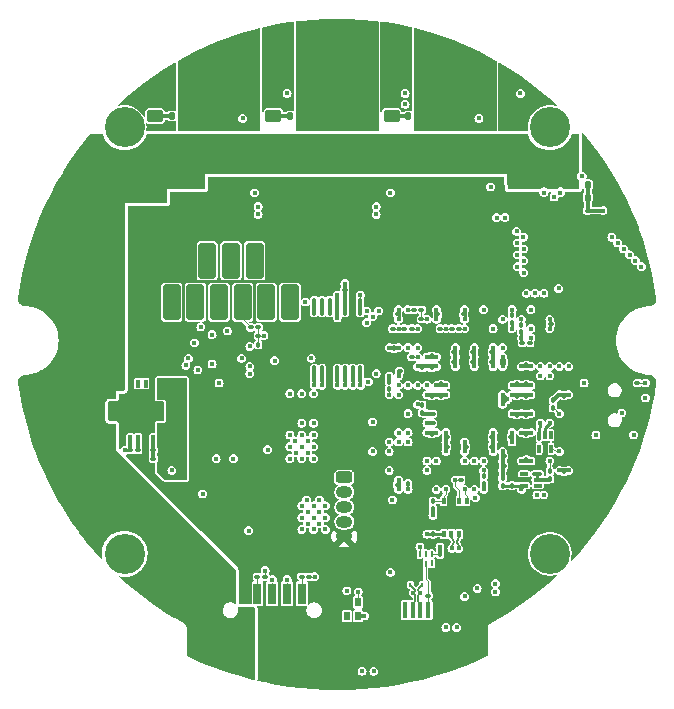
<source format=gbl>
%TF.GenerationSoftware,KiCad,Pcbnew,8.0.2-8.0.2-0~ubuntu22.04.1*%
%TF.CreationDate,2024-05-26T19:12:04+02:00*%
%TF.ProjectId,omodri_sa_laas,6f6d6f64-7269-45f7-9361-5f6c6161732e,1.0*%
%TF.SameCoordinates,Original*%
%TF.FileFunction,Copper,L8,Bot*%
%TF.FilePolarity,Positive*%
%FSLAX46Y46*%
G04 Gerber Fmt 4.6, Leading zero omitted, Abs format (unit mm)*
G04 Created by KiCad (PCBNEW 8.0.2-8.0.2-0~ubuntu22.04.1) date 2024-05-26 19:12:04*
%MOMM*%
%LPD*%
G01*
G04 APERTURE LIST*
G04 Aperture macros list*
%AMRoundRect*
0 Rectangle with rounded corners*
0 $1 Rounding radius*
0 $2 $3 $4 $5 $6 $7 $8 $9 X,Y pos of 4 corners*
0 Add a 4 corners polygon primitive as box body*
4,1,4,$2,$3,$4,$5,$6,$7,$8,$9,$2,$3,0*
0 Add four circle primitives for the rounded corners*
1,1,$1+$1,$2,$3*
1,1,$1+$1,$4,$5*
1,1,$1+$1,$6,$7*
1,1,$1+$1,$8,$9*
0 Add four rect primitives between the rounded corners*
20,1,$1+$1,$2,$3,$4,$5,0*
20,1,$1+$1,$4,$5,$6,$7,0*
20,1,$1+$1,$6,$7,$8,$9,0*
20,1,$1+$1,$8,$9,$2,$3,0*%
%AMFreePoly0*
4,1,29,0.792426,2.342426,0.810000,2.300000,0.810000,1.310000,1.250000,1.310000,1.292426,1.292426,1.310000,1.250000,1.310000,-1.250000,1.292426,-1.292426,1.250000,-1.310000,0.810000,-1.310000,0.810000,-2.300000,0.792426,-2.342426,0.750000,-2.360000,-0.750000,-2.360000,-0.792426,-2.342426,-0.810000,-2.300000,-0.810000,-1.310000,-1.250000,-1.310000,-1.292426,-1.292426,-1.310000,-1.250000,
-1.310000,1.250000,-1.292426,1.292426,-1.250000,1.310000,-0.810000,1.310000,-0.810000,2.300000,-0.792426,2.342426,-0.750000,2.360000,0.750000,2.360000,0.792426,2.342426,0.792426,2.342426,$1*%
G04 Aperture macros list end*
%TA.AperFunction,SMDPad,CuDef*%
%ADD10R,0.200000X0.550000*%
%TD*%
%TA.AperFunction,SMDPad,CuDef*%
%ADD11R,0.200000X0.500000*%
%TD*%
%TA.AperFunction,WasherPad*%
%ADD12C,3.400000*%
%TD*%
%TA.AperFunction,ComponentPad*%
%ADD13RoundRect,0.250000X-0.450000X0.250000X-0.450000X-0.250000X0.450000X-0.250000X0.450000X0.250000X0*%
%TD*%
%TA.AperFunction,ComponentPad*%
%ADD14O,1.400000X1.000000*%
%TD*%
%TA.AperFunction,SMDPad,CuDef*%
%ADD15RoundRect,0.250000X-1.100000X0.325000X-1.100000X-0.325000X1.100000X-0.325000X1.100000X0.325000X0*%
%TD*%
%TA.AperFunction,SMDPad,CuDef*%
%ADD16RoundRect,0.250000X-0.325000X-1.100000X0.325000X-1.100000X0.325000X1.100000X-0.325000X1.100000X0*%
%TD*%
%TA.AperFunction,SMDPad,CuDef*%
%ADD17RoundRect,0.100000X0.100000X-0.130000X0.100000X0.130000X-0.100000X0.130000X-0.100000X-0.130000X0*%
%TD*%
%TA.AperFunction,SMDPad,CuDef*%
%ADD18RoundRect,0.100000X0.130000X0.100000X-0.130000X0.100000X-0.130000X-0.100000X0.130000X-0.100000X0*%
%TD*%
%TA.AperFunction,SMDPad,CuDef*%
%ADD19RoundRect,0.100000X-0.130000X-0.100000X0.130000X-0.100000X0.130000X0.100000X-0.130000X0.100000X0*%
%TD*%
%TA.AperFunction,SMDPad,CuDef*%
%ADD20RoundRect,0.100000X-0.100000X0.130000X-0.100000X-0.130000X0.100000X-0.130000X0.100000X0.130000X0*%
%TD*%
%TA.AperFunction,SMDPad,CuDef*%
%ADD21RoundRect,0.140000X-0.140000X-0.170000X0.140000X-0.170000X0.140000X0.170000X-0.140000X0.170000X0*%
%TD*%
%TA.AperFunction,SMDPad,CuDef*%
%ADD22RoundRect,0.250000X-0.450000X0.262500X-0.450000X-0.262500X0.450000X-0.262500X0.450000X0.262500X0*%
%TD*%
%TA.AperFunction,SMDPad,CuDef*%
%ADD23RoundRect,0.135000X-0.135000X-0.185000X0.135000X-0.185000X0.135000X0.185000X-0.135000X0.185000X0*%
%TD*%
%TA.AperFunction,SMDPad,CuDef*%
%ADD24RoundRect,0.135000X0.135000X0.185000X-0.135000X0.185000X-0.135000X-0.185000X0.135000X-0.185000X0*%
%TD*%
%TA.AperFunction,SMDPad,CuDef*%
%ADD25RoundRect,0.070000X-0.355000X0.070000X-0.355000X-0.070000X0.355000X-0.070000X0.355000X0.070000X0*%
%TD*%
%TA.AperFunction,SMDPad,CuDef*%
%ADD26RoundRect,0.070000X-0.305000X0.070000X-0.305000X-0.070000X0.305000X-0.070000X0.305000X0.070000X0*%
%TD*%
%TA.AperFunction,SMDPad,CuDef*%
%ADD27RoundRect,0.070000X-0.070000X-0.355000X0.070000X-0.355000X0.070000X0.355000X-0.070000X0.355000X0*%
%TD*%
%TA.AperFunction,SMDPad,CuDef*%
%ADD28RoundRect,0.070000X-0.070000X-0.305000X0.070000X-0.305000X0.070000X0.305000X-0.070000X0.305000X0*%
%TD*%
%TA.AperFunction,SMDPad,CuDef*%
%ADD29R,0.450000X1.380000*%
%TD*%
%TA.AperFunction,SMDPad,CuDef*%
%ADD30R,1.650000X1.300000*%
%TD*%
%TA.AperFunction,SMDPad,CuDef*%
%ADD31R,1.425000X1.550000*%
%TD*%
%TA.AperFunction,SMDPad,CuDef*%
%ADD32R,1.800000X1.900000*%
%TD*%
%TA.AperFunction,SMDPad,CuDef*%
%ADD33R,1.000000X1.900000*%
%TD*%
%TA.AperFunction,SMDPad,CuDef*%
%ADD34R,0.508000X0.762000*%
%TD*%
%TA.AperFunction,SMDPad,CuDef*%
%ADD35RoundRect,0.062500X-0.062500X-0.137500X0.062500X-0.137500X0.062500X0.137500X-0.062500X0.137500X0*%
%TD*%
%TA.AperFunction,SMDPad,CuDef*%
%ADD36RoundRect,0.225000X0.017678X-0.335876X0.335876X-0.017678X-0.017678X0.335876X-0.335876X0.017678X0*%
%TD*%
%TA.AperFunction,SMDPad,CuDef*%
%ADD37R,0.300000X0.600000*%
%TD*%
%TA.AperFunction,SMDPad,CuDef*%
%ADD38R,2.400000X1.650000*%
%TD*%
%TA.AperFunction,SMDPad,CuDef*%
%ADD39R,0.500000X1.400000*%
%TD*%
%TA.AperFunction,SMDPad,CuDef*%
%ADD40R,0.350000X0.700000*%
%TD*%
%TA.AperFunction,SMDPad,CuDef*%
%ADD41FreePoly0,270.000000*%
%TD*%
%TA.AperFunction,SMDPad,CuDef*%
%ADD42RoundRect,0.140000X0.140000X0.170000X-0.140000X0.170000X-0.140000X-0.170000X0.140000X-0.170000X0*%
%TD*%
%TA.AperFunction,SMDPad,CuDef*%
%ADD43RoundRect,0.100000X0.100000X-0.637500X0.100000X0.637500X-0.100000X0.637500X-0.100000X-0.637500X0*%
%TD*%
%TA.AperFunction,SMDPad,CuDef*%
%ADD44RoundRect,0.150000X-0.600000X1.350000X-0.600000X-1.350000X0.600000X-1.350000X0.600000X1.350000X0*%
%TD*%
%TA.AperFunction,SMDPad,CuDef*%
%ADD45R,0.700000X1.800000*%
%TD*%
%TA.AperFunction,SMDPad,CuDef*%
%ADD46R,1.600000X2.200000*%
%TD*%
%TA.AperFunction,ViaPad*%
%ADD47C,0.450000*%
%TD*%
%TA.AperFunction,Conductor*%
%ADD48C,0.127000*%
%TD*%
%TA.AperFunction,Conductor*%
%ADD49C,0.125000*%
%TD*%
%TA.AperFunction,Conductor*%
%ADD50C,0.350000*%
%TD*%
%TA.AperFunction,Conductor*%
%ADD51C,0.250000*%
%TD*%
G04 APERTURE END LIST*
D10*
%TO.P,U8,1,NC*%
%TO.N,unconnected-(U8-NC-Pad1)*%
X158000000Y-138875000D03*
D11*
%TO.P,U8,2*%
%TO.N,/OMODRI_SA_USB/Vusb*%
X157500000Y-138900000D03*
%TO.P,U8,3,GND*%
%TO.N,GND*%
X157000000Y-138900000D03*
%TO.P,U8,4*%
%TO.N,/OMODRI_SA_MCU/USB_DETECT*%
X157000000Y-138100000D03*
%TO.P,U8,5,NC*%
%TO.N,unconnected-(U8-NC-Pad5)*%
X157500000Y-138100000D03*
%TO.P,U8,6,VCC*%
%TO.N,VDD_3V3*%
X158000000Y-138100000D03*
%TD*%
D12*
%TO.P,H3,*%
%TO.N,*%
X132000000Y-101937607D03*
%TD*%
%TO.P,H4,*%
%TO.N,*%
X168000000Y-138062391D03*
%TD*%
%TO.P,H1,*%
%TO.N,*%
X132000000Y-138062391D03*
%TD*%
%TO.P,H2,*%
%TO.N,*%
X168000000Y-101937607D03*
%TD*%
D13*
%TO.P,J2,1,Pin_1*%
%TO.N,/OMODRI_SA_MCU/GPIO_DBG_0*%
X150600000Y-131600000D03*
D14*
%TO.P,J2,2,Pin_2*%
%TO.N,/OMODRI_SA_MCU/GPIO_DBG_1*%
X150600000Y-132850000D03*
%TO.P,J2,3,Pin_3*%
%TO.N,/OMODRI_SA_MCU/GPIO_DBG_2*%
X150600000Y-134100000D03*
%TO.P,J2,4,Pin_4*%
%TO.N,/OMODRI_SA_MCU/GPIO_DBG_3*%
X150600000Y-135350000D03*
%TO.P,J2,5,Pin_5*%
%TO.N,GND*%
X150600000Y-136600000D03*
%TD*%
D15*
%TO.P,C81,1*%
%TO.N,VPOWER*%
X137200000Y-105325000D03*
%TO.P,C81,2*%
%TO.N,GND*%
X137200000Y-108275000D03*
%TD*%
%TO.P,C82,1*%
%TO.N,VPOWER*%
X140400000Y-104225000D03*
%TO.P,C82,2*%
%TO.N,GND*%
X140400000Y-107175000D03*
%TD*%
D16*
%TO.P,C76,1*%
%TO.N,VPOWER*%
X131025000Y-121500000D03*
%TO.P,C76,2*%
%TO.N,GND*%
X133975000Y-121500000D03*
%TD*%
D17*
%TO.P,C63,1*%
%TO.N,VDD_3V3*%
X158100000Y-136400000D03*
%TO.P,C63,2*%
%TO.N,GND*%
X158100000Y-135760000D03*
%TD*%
D18*
%TO.P,C2,1*%
%TO.N,VDD_1V2*%
X161520000Y-121000000D03*
%TO.P,C2,2*%
%TO.N,GND*%
X160880000Y-121000000D03*
%TD*%
D19*
%TO.P,C60,1*%
%TO.N,VDD_3V3*%
X150650000Y-115700000D03*
%TO.P,C60,2*%
%TO.N,GND*%
X151290000Y-115700000D03*
%TD*%
D20*
%TO.P,C66,1*%
%TO.N,VDD_3V3*%
X158700000Y-138100000D03*
%TO.P,C66,2*%
%TO.N,GND*%
X158700000Y-138740000D03*
%TD*%
D21*
%TO.P,C53,1*%
%TO.N,Net-(C53-Pad1)*%
X146020000Y-101000000D03*
%TO.P,C53,2*%
%TO.N,/OMODRI_SA_MOTOR_DRIVER/MOTOR_CH2*%
X146980000Y-101000000D03*
%TD*%
D20*
%TO.P,R6,1*%
%TO.N,VDD_3V3*%
X168300000Y-125080000D03*
%TO.P,R6,2*%
%TO.N,/OMODRI_SA_MCU/OMODRI_SA_GPIO/BOOT_MODE_0*%
X168300000Y-125720000D03*
%TD*%
D22*
%TO.P,R16,1*%
%TO.N,GND*%
X144600000Y-99175000D03*
%TO.P,R16,2*%
%TO.N,Net-(C53-Pad1)*%
X144600000Y-101000000D03*
%TD*%
%TO.P,R24,1*%
%TO.N,GND*%
X134580000Y-99175000D03*
%TO.P,R24,2*%
%TO.N,Net-(C55-Pad1)*%
X134580000Y-101000000D03*
%TD*%
D23*
%TO.P,R40,1*%
%TO.N,VPOWER*%
X170190000Y-106800000D03*
%TO.P,R40,2*%
%TO.N,/OMODRI_SA_MCU/Vbus*%
X171210000Y-106800000D03*
%TD*%
D19*
%TO.P,R44,1*%
%TO.N,GND*%
X133790000Y-130000000D03*
%TO.P,R44,2*%
%TO.N,/OMODRI_SA_POWER/OMODRI_SA_Alim_12V/FB_12V0*%
X134430000Y-130000000D03*
%TD*%
D21*
%TO.P,C45,1*%
%TO.N,Net-(C45-Pad1)*%
X156020000Y-101000000D03*
%TO.P,C45,2*%
%TO.N,/OMODRI_SA_MOTOR_DRIVER/MOTOR_CH1*%
X156980000Y-101000000D03*
%TD*%
D18*
%TO.P,R20,1*%
%TO.N,/OMODRI_SA_MCU/Vanalog_Ia*%
X157120000Y-117400000D03*
%TO.P,R20,2*%
%TO.N,/OMODRI_SA_MOTOR_DRIVER/SOA_out*%
X156480000Y-117400000D03*
%TD*%
D20*
%TO.P,R21,1*%
%TO.N,/OMODRI_SA_Encoder/ENC1_SPI_SOMI*%
X165600000Y-118680000D03*
%TO.P,R21,2*%
%TO.N,VDD_3V3*%
X165600000Y-119320000D03*
%TD*%
D18*
%TO.P,C1,1*%
%TO.N,/OMODRI_SA_MCU/Vanalog1*%
X143320000Y-119600000D03*
%TO.P,C1,2*%
%TO.N,GND*%
X142680000Y-119600000D03*
%TD*%
D24*
%TO.P,R41,1*%
%TO.N,/OMODRI_SA_MCU/Vbus*%
X171210000Y-107900000D03*
%TO.P,R41,2*%
%TO.N,GND*%
X170190000Y-107900000D03*
%TD*%
D18*
%TO.P,R37,1*%
%TO.N,/OMODRI_SA_JTAG/JTAG_~{TRSTn}*%
X175420000Y-123595000D03*
%TO.P,R37,2*%
%TO.N,GND*%
X174780000Y-123595000D03*
%TD*%
D19*
%TO.P,C27,1*%
%TO.N,VDD_3V3*%
X159280200Y-129000000D03*
%TO.P,C27,2*%
%TO.N,GND*%
X159920200Y-129000000D03*
%TD*%
D18*
%TO.P,R9,1*%
%TO.N,VDD_1V2*%
X161520000Y-121800000D03*
%TO.P,R9,2*%
%TO.N,GND*%
X160880000Y-121800000D03*
%TD*%
D20*
%TO.P,C10,1*%
%TO.N,VDD_1V2*%
X158799200Y-124680000D03*
%TO.P,C10,2*%
%TO.N,GND*%
X158799200Y-125320000D03*
%TD*%
%TO.P,C6,1*%
%TO.N,VDD_1V2*%
X166000000Y-126280000D03*
%TO.P,C6,2*%
%TO.N,GND*%
X166000000Y-126920000D03*
%TD*%
D18*
%TO.P,C11,1*%
%TO.N,VDD_1V2*%
X163119200Y-128200000D03*
%TO.P,C11,2*%
%TO.N,GND*%
X162479200Y-128200000D03*
%TD*%
D20*
%TO.P,R10,1*%
%TO.N,VDD_1V2*%
X165200000Y-126280000D03*
%TO.P,R10,2*%
%TO.N,GND*%
X165200000Y-126920000D03*
%TD*%
%TO.P,C5,1*%
%TO.N,VDD_1V2*%
X158000000Y-124680000D03*
%TO.P,C5,2*%
%TO.N,GND*%
X158000000Y-125320000D03*
%TD*%
D18*
%TO.P,C9,1*%
%TO.N,VDD_1V2*%
X163119200Y-129000000D03*
%TO.P,C9,2*%
%TO.N,GND*%
X162479200Y-129000000D03*
%TD*%
D17*
%TO.P,C4,1*%
%TO.N,VDD_1V2*%
X165200000Y-123720000D03*
%TO.P,C4,2*%
%TO.N,GND*%
X165200000Y-123080000D03*
%TD*%
D20*
%TO.P,C25,1*%
%TO.N,VDD_3V3*%
X166000000Y-127880000D03*
%TO.P,C25,2*%
%TO.N,GND*%
X166000000Y-128520000D03*
%TD*%
D19*
%TO.P,C29,1*%
%TO.N,VDD_3V3*%
X164080000Y-130600000D03*
%TO.P,C29,2*%
%TO.N,GND*%
X164720000Y-130600000D03*
%TD*%
D17*
%TO.P,C28,1*%
%TO.N,VDD_3V3*%
X166000000Y-130120000D03*
%TO.P,C28,2*%
%TO.N,GND*%
X166000000Y-129480000D03*
%TD*%
%TO.P,C68,1*%
%TO.N,/OMODRI_SA_MCU/~{XRSn}*%
X164800000Y-132300000D03*
%TO.P,C68,2*%
%TO.N,GND*%
X164800000Y-131660000D03*
%TD*%
D20*
%TO.P,C21,1*%
%TO.N,VDD_3V3*%
X169200000Y-124680000D03*
%TO.P,C21,2*%
%TO.N,GND*%
X169200000Y-125320000D03*
%TD*%
D18*
%TO.P,C31,1*%
%TO.N,VDD_3V3*%
X155120000Y-132200000D03*
%TO.P,C31,2*%
%TO.N,GND*%
X154480000Y-132200000D03*
%TD*%
D20*
%TO.P,C30,1*%
%TO.N,VDD_3V3*%
X169200000Y-131080000D03*
%TO.P,C30,2*%
%TO.N,GND*%
X169200000Y-131720000D03*
%TD*%
D18*
%TO.P,C32,1*%
%TO.N,VDD_3V3*%
X159920000Y-121800000D03*
%TO.P,C32,2*%
%TO.N,GND*%
X159280000Y-121800000D03*
%TD*%
D17*
%TO.P,R32,1*%
%TO.N,/OMODRI_SA_IMU/~{IMU_SPI_GYRO_CSn}*%
X154400000Y-124120000D03*
%TO.P,R32,2*%
%TO.N,VDD_3V3*%
X154400000Y-123480000D03*
%TD*%
D18*
%TO.P,R42,1*%
%TO.N,12V0*%
X135070000Y-129300000D03*
%TO.P,R42,2*%
%TO.N,/OMODRI_SA_POWER/OMODRI_SA_Alim_12V/FB_12V0*%
X134430000Y-129300000D03*
%TD*%
D20*
%TO.P,R34,1*%
%TO.N,/OMODRI_SA_COM_SPI/~{COM_SPI_CSn}*%
X162400000Y-131480000D03*
%TO.P,R34,2*%
%TO.N,VDD_3V3*%
X162400000Y-132120000D03*
%TD*%
D18*
%TO.P,C67,1*%
%TO.N,GND*%
X158340000Y-141600000D03*
%TO.P,C67,2*%
%TO.N,/OMODRI_SA_USB/Vusb*%
X157700000Y-141600000D03*
%TD*%
D20*
%TO.P,C22,1*%
%TO.N,VDD_3V3*%
X166000000Y-124680000D03*
%TO.P,C22,2*%
%TO.N,GND*%
X166000000Y-125320000D03*
%TD*%
%TO.P,R33,1*%
%TO.N,/OMODRI_SA_IMU/~{IMU_SPI_ACCEL_CSn}*%
X157200000Y-125480000D03*
%TO.P,R33,2*%
%TO.N,VDD_3V3*%
X157200000Y-126120000D03*
%TD*%
D19*
%TO.P,R43,1*%
%TO.N,/OMODRI_SA_POWER/OMODRI_SA_Alim_12V/PG_12V0*%
X132480000Y-129300000D03*
%TO.P,R43,2*%
%TO.N,/OMODRI_SA_POWER/OMODRI_SA_Alim_12V/V5V_12V0*%
X133120000Y-129300000D03*
%TD*%
%TO.P,C34,1*%
%TO.N,VDD_3V3*%
X159280200Y-128200000D03*
%TO.P,C34,2*%
%TO.N,GND*%
X159920200Y-128200000D03*
%TD*%
%TO.P,R35,1*%
%TO.N,/OMODRI_SA_COM_SPI/COM_SOMI*%
X143250000Y-140000000D03*
%TO.P,R35,2*%
%TO.N,/OMODRI_SA_COM_SPI/COM_SPI_SOMI*%
X143890000Y-140000000D03*
%TD*%
D20*
%TO.P,C33,1*%
%TO.N,VDD_3V3*%
X165200000Y-124680000D03*
%TO.P,C33,2*%
%TO.N,GND*%
X165200000Y-125320000D03*
%TD*%
D19*
%TO.P,R19,1*%
%TO.N,/OMODRI_SA_MCU/Vanalog_Ib*%
X155680000Y-119000000D03*
%TO.P,R19,2*%
%TO.N,/OMODRI_SA_MOTOR_DRIVER/SOB_out*%
X156320000Y-119000000D03*
%TD*%
D18*
%TO.P,R31,1*%
%TO.N,GND*%
X161120000Y-131800000D03*
%TO.P,R31,2*%
%TO.N,/OMODRI_SA_CAN_RS485/SCI_TX_EN*%
X160480000Y-131800000D03*
%TD*%
D17*
%TO.P,R7,1*%
%TO.N,VDD_3V3*%
X168000000Y-131720000D03*
%TO.P,R7,2*%
%TO.N,/OMODRI_SA_MCU/OMODRI_SA_GPIO/BOOT_MODE_1*%
X168000000Y-131080000D03*
%TD*%
D19*
%TO.P,C19,1*%
%TO.N,VDD_3V3*%
X155280000Y-122600000D03*
%TO.P,C19,2*%
%TO.N,GND*%
X155920000Y-122600000D03*
%TD*%
D25*
%TO.P,U9,1,SENSE*%
%TO.N,VDD_3V3*%
X166925000Y-131300000D03*
D26*
%TO.P,U9,2,VDD*%
X166975000Y-131800000D03*
%TO.P,U9,3,CT*%
%TO.N,unconnected-(U9-CT-Pad3)*%
X166975000Y-132300000D03*
%TO.P,U9,4,~{RESETn}*%
%TO.N,/OMODRI_SA_MCU/~{XRSn}*%
X165825000Y-132300000D03*
%TO.P,U9,5,GND*%
%TO.N,GND*%
X165825000Y-131800000D03*
%TO.P,U9,6,~{MR}*%
%TO.N,unconnected-(U9-~{MR}-Pad6)*%
X165825000Y-131300000D03*
%TD*%
D27*
%TO.P,U10,1,SENSE*%
%TO.N,VDD_1V2*%
X167100000Y-128075000D03*
D28*
%TO.P,U10,2,VDD*%
%TO.N,VDD_3V3*%
X167600000Y-128025000D03*
%TO.P,U10,3,CT*%
%TO.N,unconnected-(U10-CT-Pad3)*%
X168100000Y-128025000D03*
%TO.P,U10,4,~{RESETn}*%
%TO.N,/OMODRI_SA_MCU/~{XRSn}*%
X168100000Y-129175000D03*
%TO.P,U10,5,GND*%
%TO.N,GND*%
X167600000Y-129175000D03*
%TO.P,U10,6,~{MR}*%
%TO.N,unconnected-(U10-~{MR}-Pad6)*%
X167100000Y-129175000D03*
%TD*%
D19*
%TO.P,R18,1*%
%TO.N,/OMODRI_SA_MCU/Vanalog_Ic*%
X159680000Y-119000000D03*
%TO.P,R18,2*%
%TO.N,/OMODRI_SA_MOTOR_DRIVER/SOC_out*%
X160320000Y-119000000D03*
%TD*%
D21*
%TO.P,C55,1*%
%TO.N,Net-(C55-Pad1)*%
X136020000Y-101000000D03*
%TO.P,C55,2*%
%TO.N,/OMODRI_SA_MOTOR_DRIVER/MOTOR_CH3*%
X136980000Y-101000000D03*
%TD*%
D18*
%TO.P,R25,1*%
%TO.N,/OMODRI_SA_Encoder/~{ENC1_SPI_CSn}*%
X166320000Y-120200000D03*
%TO.P,R25,2*%
%TO.N,VDD_3V3*%
X165680000Y-120200000D03*
%TD*%
D17*
%TO.P,R8,1*%
%TO.N,/OMODRI_SA_MCU/OMODRI_SA_MCU_CTRL/ERRORSTS*%
X156000000Y-132120000D03*
%TO.P,R8,2*%
%TO.N,GND*%
X156000000Y-131480000D03*
%TD*%
%TO.P,C20,1*%
%TO.N,VDD_3V3*%
X158800000Y-123720000D03*
%TO.P,C20,2*%
%TO.N,GND*%
X158800000Y-123080000D03*
%TD*%
D20*
%TO.P,C42,1*%
%TO.N,REF_3V0_BUF*%
X154800000Y-120680000D03*
%TO.P,C42,2*%
%TO.N,GND*%
X154800000Y-121320000D03*
%TD*%
%TO.P,R38,1*%
%TO.N,VDD_3V3*%
X164000000Y-131660000D03*
%TO.P,R38,2*%
%TO.N,/OMODRI_SA_MCU/~{XRSn}*%
X164000000Y-132300000D03*
%TD*%
D19*
%TO.P,C24,1*%
%TO.N,VDD_3V3*%
X158080000Y-127000000D03*
%TO.P,C24,2*%
%TO.N,GND*%
X158720000Y-127000000D03*
%TD*%
D18*
%TO.P,D7,1,IO*%
%TO.N,/OMODRI_SA_MCU/Vbus*%
X171210000Y-109000000D03*
%TO.P,D7,2,GND*%
%TO.N,GND*%
X170570000Y-109000000D03*
%TD*%
D19*
%TO.P,C23,1*%
%TO.N,VDD_3V3*%
X158080000Y-126200000D03*
%TO.P,C23,2*%
%TO.N,GND*%
X158720000Y-126200000D03*
%TD*%
%TO.P,C35,1*%
%TO.N,VDD_3V3*%
X164080000Y-129800000D03*
%TO.P,C35,2*%
%TO.N,GND*%
X164720000Y-129800000D03*
%TD*%
%TO.P,C26,1*%
%TO.N,VDD_3V3*%
X160880000Y-129000000D03*
%TO.P,C26,2*%
%TO.N,GND*%
X161520000Y-129000000D03*
%TD*%
%TO.P,R36,1*%
%TO.N,/OMODRI_SA_COM_SPI/COM_SIMO*%
X147000000Y-140000000D03*
%TO.P,R36,2*%
%TO.N,/OMODRI_SA_COM_SPI/COM_SPI_SIMO*%
X147640000Y-140000000D03*
%TD*%
D20*
%TO.P,R22,1*%
%TO.N,/OMODRI_SA_MCU/~{DRV_FAULTn}*%
X164800000Y-117880000D03*
%TO.P,R22,2*%
%TO.N,VDD_3V3*%
X164800000Y-118520000D03*
%TD*%
%TO.P,R30,1*%
%TO.N,/OMODRI_SA_CAN_RS485/SCI_RX*%
X158100000Y-133600000D03*
%TO.P,R30,2*%
%TO.N,VDD_3V3*%
X158100000Y-134240000D03*
%TD*%
D29*
%TO.P,J8,1,VBUS*%
%TO.N,/OMODRI_SA_USB/Vusb*%
X157700000Y-142840000D03*
%TO.P,J8,2,D-*%
%TO.N,/OMODRI_SA_MCU/USB_N*%
X157050000Y-142840000D03*
%TO.P,J8,3,D+*%
%TO.N,/OMODRI_SA_MCU/USB_P*%
X156400000Y-142840000D03*
%TO.P,J8,4,ID*%
%TO.N,unconnected-(J8-ID-Pad4)*%
X155750000Y-142840000D03*
%TO.P,J8,5,GND*%
%TO.N,GND*%
X155100000Y-142840000D03*
D30*
%TO.P,J8,6,Shield*%
X159775000Y-145500000D03*
D31*
X158887500Y-142925000D03*
D32*
X157550000Y-145500000D03*
D33*
X154850000Y-145500000D03*
D31*
X153912500Y-142925000D03*
D30*
X153025000Y-145500000D03*
%TD*%
D21*
%TO.P,C36,1*%
%TO.N,VDD_3V3*%
X164020000Y-121800000D03*
%TO.P,C36,2*%
%TO.N,GND*%
X164980000Y-121800000D03*
%TD*%
D15*
%TO.P,C85,1*%
%TO.N,VPOWER*%
X166000000Y-106525000D03*
%TO.P,C85,2*%
%TO.N,GND*%
X166000000Y-109475000D03*
%TD*%
D19*
%TO.P,C13,1*%
%TO.N,VDD_3V3*%
X168080000Y-118600000D03*
%TO.P,C13,2*%
%TO.N,GND*%
X168720000Y-118600000D03*
%TD*%
D34*
%TO.P,D5,1,DIN*%
%TO.N,/OMODRI_SA_LED_dbg/led_connect*%
X151775000Y-142177799D03*
%TO.P,D5,2,VDD*%
%TO.N,VDD_3V3*%
X151775000Y-143322201D03*
%TO.P,D5,3,DOUT*%
%TO.N,unconnected-(D5-DOUT-Pad3)*%
X150825000Y-143322201D03*
%TO.P,D5,4,VSS*%
%TO.N,GND*%
X150825000Y-142177799D03*
%TD*%
D20*
%TO.P,D1,1,IO*%
%TO.N,/OMODRI_SA_MCU/Vanalog1*%
X143320000Y-120360000D03*
%TO.P,D1,2,GND*%
%TO.N,GND*%
X143320000Y-121000000D03*
%TD*%
D18*
%TO.P,C16,1*%
%TO.N,VDD_3V3*%
X159920000Y-121000000D03*
%TO.P,C16,2*%
%TO.N,GND*%
X159280000Y-121000000D03*
%TD*%
D22*
%TO.P,R13,1*%
%TO.N,GND*%
X154600000Y-99175000D03*
%TO.P,R13,2*%
%TO.N,Net-(C45-Pad1)*%
X154600000Y-101000000D03*
%TD*%
D15*
%TO.P,C83,1*%
%TO.N,VPOWER*%
X159600000Y-104225000D03*
%TO.P,C83,2*%
%TO.N,GND*%
X159600000Y-107175000D03*
%TD*%
%TO.P,C84,1*%
%TO.N,VPOWER*%
X162800000Y-105325000D03*
%TO.P,C84,2*%
%TO.N,GND*%
X162800000Y-108275000D03*
%TD*%
D17*
%TO.P,C38,1*%
%TO.N,VDDA_3V3*%
X158000000Y-121320000D03*
%TO.P,C38,2*%
%TO.N,GND*%
X158000000Y-120680000D03*
%TD*%
D15*
%TO.P,C80,1*%
%TO.N,VPOWER*%
X134000000Y-106525000D03*
%TO.P,C80,2*%
%TO.N,GND*%
X134000000Y-109475000D03*
%TD*%
D18*
%TO.P,R1,1*%
%TO.N,/OMODRI_SA_MCU/Vanalog1*%
X143320000Y-118900000D03*
%TO.P,R1,2*%
%TO.N,/V_ANALOG_IN*%
X142680000Y-118900000D03*
%TD*%
D20*
%TO.P,C7,1*%
%TO.N,VDD_1V2*%
X158000200Y-127880000D03*
%TO.P,C7,2*%
%TO.N,GND*%
X158000200Y-128520000D03*
%TD*%
D18*
%TO.P,C14,1*%
%TO.N,VDD_3V3*%
X160720000Y-117800000D03*
%TO.P,C14,2*%
%TO.N,GND*%
X160080000Y-117800000D03*
%TD*%
D35*
%TO.P,D3,1,A*%
%TO.N,GND*%
X156700000Y-140300000D03*
%TO.P,D3,2,K*%
%TO.N,/OMODRI_SA_MCU/USB_N*%
X157200000Y-140700000D03*
%TO.P,D3,3,K*%
%TO.N,/OMODRI_SA_MCU/USB_P*%
X156200000Y-140700000D03*
%TD*%
D36*
%TO.P,C89,1*%
%TO.N,VPOWER*%
X135451992Y-134348008D03*
%TO.P,C89,2*%
%TO.N,GND*%
X136548008Y-133251992D03*
%TD*%
D18*
%TO.P,C41,1*%
%TO.N,REF_3V0_BUF*%
X155120000Y-117800000D03*
%TO.P,C41,2*%
%TO.N,GND*%
X154480000Y-117800000D03*
%TD*%
%TO.P,C86,1*%
%TO.N,/OMODRI_SA_MCU/Vbus*%
X156320000Y-121400000D03*
%TO.P,C86,2*%
%TO.N,GND*%
X155680000Y-121400000D03*
%TD*%
D20*
%TO.P,C39,1*%
%TO.N,VDDA_3V3*%
X157200000Y-122280000D03*
%TO.P,C39,2*%
%TO.N,GND*%
X157200000Y-122920000D03*
%TD*%
D18*
%TO.P,C18,1*%
%TO.N,VDD_3V3*%
X163120000Y-121800000D03*
%TO.P,C18,2*%
%TO.N,GND*%
X162480000Y-121800000D03*
%TD*%
D17*
%TO.P,C3,1*%
%TO.N,VDD_1V2*%
X166000000Y-123720000D03*
%TO.P,C3,2*%
%TO.N,GND*%
X166000000Y-123080000D03*
%TD*%
D18*
%TO.P,C57,1*%
%TO.N,/OMODRI_SA_MCU/Vanalog_Ib*%
X154720000Y-119000000D03*
%TO.P,C57,2*%
%TO.N,GND*%
X154080000Y-119000000D03*
%TD*%
D20*
%TO.P,C37,1*%
%TO.N,VDDA_3V3*%
X158000000Y-122280000D03*
%TO.P,C37,2*%
%TO.N,GND*%
X158000000Y-122920000D03*
%TD*%
D18*
%TO.P,C56,1*%
%TO.N,/OMODRI_SA_MCU/Vanalog_Ic*%
X158720000Y-119000000D03*
%TO.P,C56,2*%
%TO.N,GND*%
X158080000Y-119000000D03*
%TD*%
D37*
%TO.P,U6,1,R*%
%TO.N,/OMODRI_SA_CAN_RS485/SCI_RX*%
X159025000Y-133600000D03*
%TO.P,U6,2,~{RE}*%
%TO.N,GND*%
X159675000Y-133600000D03*
%TO.P,U6,3,DE*%
%TO.N,/OMODRI_SA_CAN_RS485/SCI_TX_EN*%
X160325000Y-133600000D03*
%TO.P,U6,4,D*%
%TO.N,/OMODRI_SA_CAN_RS485/SCI_TX*%
X160975000Y-133600000D03*
%TO.P,U6,5,GND*%
%TO.N,GND*%
X160975000Y-136400000D03*
%TO.P,U6,6,A*%
%TO.N,/OMODRI_SA_CAN_RS485/RS485_P*%
X160325000Y-136400000D03*
%TO.P,U6,7,B*%
%TO.N,/OMODRI_SA_CAN_RS485/RS485_N*%
X159675000Y-136400000D03*
%TO.P,U6,8,Vcc*%
%TO.N,VDD_3V3*%
X159025000Y-136400000D03*
D38*
%TO.P,U6,9,PAD*%
%TO.N,GND*%
X160000000Y-135000000D03*
%TD*%
D19*
%TO.P,C88,1*%
%TO.N,REF_3V0_BUF*%
X158480000Y-117800000D03*
%TO.P,C88,2*%
%TO.N,GND*%
X159120000Y-117800000D03*
%TD*%
D39*
%TO.P,U11,1,Vin*%
%TO.N,VPOWER*%
X130855000Y-124000000D03*
D40*
%TO.P,U11,2,EN*%
X131830000Y-123650000D03*
%TO.P,U11,3,NC1*%
%TO.N,GND*%
X132480000Y-123650000D03*
%TO.P,U11,4,SW*%
%TO.N,unconnected-(U11-SW-Pad4)*%
X133130000Y-123650000D03*
%TO.P,U11,5,DNC2*%
%TO.N,unconnected-(U11-DNC2-Pad5)*%
X133780000Y-123650000D03*
%TO.P,U11,6,NC3*%
%TO.N,GND*%
X134430000Y-123650000D03*
D39*
%TO.P,U11,7,Vout*%
%TO.N,12V0*%
X135155000Y-124000000D03*
%TO.P,U11,8,Vout*%
X135155000Y-128000000D03*
D40*
%TO.P,U11,9,FB*%
%TO.N,/OMODRI_SA_POWER/OMODRI_SA_Alim_12V/FB_12V0*%
X134430000Y-128350000D03*
%TO.P,U11,10,AGND*%
%TO.N,GND*%
X133780000Y-128350000D03*
%TO.P,U11,11,V5V*%
%TO.N,/OMODRI_SA_POWER/OMODRI_SA_Alim_12V/V5V_12V0*%
X133130000Y-128350000D03*
%TO.P,U11,12,PG*%
%TO.N,/OMODRI_SA_POWER/OMODRI_SA_Alim_12V/PG_12V0*%
X132480000Y-128350000D03*
%TO.P,U11,13,NC4*%
%TO.N,GND*%
X131830000Y-128350000D03*
D39*
%TO.P,U11,14,Vin*%
%TO.N,VPOWER*%
X130855000Y-128000000D03*
D41*
%TO.P,U11,15,PGND*%
%TO.N,GND*%
X133000000Y-126000000D03*
%TD*%
D16*
%TO.P,C78,1*%
%TO.N,VPOWER*%
X131025000Y-115100000D03*
%TO.P,C78,2*%
%TO.N,GND*%
X133975000Y-115100000D03*
%TD*%
D42*
%TO.P,C12,1*%
%TO.N,VDD_1V2*%
X164080000Y-125000000D03*
%TO.P,C12,2*%
%TO.N,GND*%
X163120000Y-125000000D03*
%TD*%
D43*
%TO.P,U3,1,~{CSn}*%
%TO.N,/OMODRI_SA_Encoder/~{ENC1_SPI_CSn}*%
X151950000Y-122862500D03*
%TO.P,U3,2,CLK*%
%TO.N,/OMODRI_SA_Encoder/ENC1_SPI_CLK*%
X151300000Y-122862500D03*
%TO.P,U3,3,MISO*%
%TO.N,/OMODRI_SA_Encoder/ENC1_SPI_SIMO*%
X150650000Y-122862500D03*
%TO.P,U3,4,MOSI*%
%TO.N,/OMODRI_SA_Encoder/ENC1_SPI_SOMI*%
X150000000Y-122862500D03*
%TO.P,U3,5,TEST*%
%TO.N,GND*%
X149350000Y-122862500D03*
%TO.P,U3,6,B*%
%TO.N,/OMODRI_SA_Encoder/ENC1_CHB*%
X148700000Y-122862500D03*
%TO.P,U3,7,A*%
%TO.N,/OMODRI_SA_Encoder/ENC1_CHA*%
X148050000Y-122862500D03*
%TO.P,U3,8,W/PWM*%
%TO.N,unconnected-(U3-W{slash}PWM-Pad8)*%
X148050000Y-117137500D03*
%TO.P,U3,9,V*%
%TO.N,unconnected-(U3-V-Pad9)*%
X148700000Y-117137500D03*
%TO.P,U3,10,U*%
%TO.N,unconnected-(U3-U-Pad10)*%
X149350000Y-117137500D03*
%TO.P,U3,11,VDD*%
%TO.N,VDD_3V3*%
X150000000Y-117137500D03*
%TO.P,U3,12,VDD3V3*%
X150650000Y-117137500D03*
%TO.P,U3,13,GND*%
%TO.N,GND*%
X151300000Y-117137500D03*
%TO.P,U3,14,I/PWM*%
%TO.N,/OMODRI_SA_Encoder/ENC1_CHI*%
X151950000Y-117137500D03*
%TD*%
D18*
%TO.P,C8,1*%
%TO.N,VDD_1V2*%
X164720000Y-128200000D03*
%TO.P,C8,2*%
%TO.N,GND*%
X164080000Y-128200000D03*
%TD*%
D44*
%TO.P,J4,1,Pin_1*%
%TO.N,5V0*%
X136000000Y-116750000D03*
%TO.P,J4,2,Pin_2*%
%TO.N,GND*%
X137000000Y-113250000D03*
%TO.P,J4,3,Pin_3*%
%TO.N,/ENC2_SPI_SIMO*%
X138000000Y-116750000D03*
%TO.P,J4,4,Pin_4*%
%TO.N,/ENC2_SPI_SOMI*%
X139000000Y-113250000D03*
%TO.P,J4,5,Pin_5*%
%TO.N,/OMODRI_SA_IMU/IMU_SPI_CLK*%
X140000000Y-116750000D03*
%TO.P,J4,6,Pin_6*%
%TO.N,/OMODRI_SA_MCU/~{ENC2_SPI_CSn}*%
X141000000Y-113250000D03*
%TO.P,J4,7,Pin_7*%
%TO.N,/V_ANALOG_IN*%
X142000000Y-116750000D03*
%TO.P,J4,8,Pin_8*%
%TO.N,VDDA_3V3*%
X143000000Y-113250000D03*
%TO.P,J4,9,Pin_9*%
%TO.N,REF_3V0_BUF*%
X144000000Y-116750000D03*
%TO.P,J4,10,Pin_10*%
%TO.N,GND*%
X145000000Y-113250000D03*
%TO.P,J4,11,Pin_11*%
%TO.N,/OMODRI_SA_THERMISTOR/V_THERM_IN*%
X146000000Y-116750000D03*
%TD*%
D16*
%TO.P,C79,1*%
%TO.N,VPOWER*%
X131025000Y-111900000D03*
%TO.P,C79,2*%
%TO.N,GND*%
X133975000Y-111900000D03*
%TD*%
D18*
%TO.P,C58,1*%
%TO.N,/OMODRI_SA_MCU/Vanalog_Ia*%
X157120000Y-118200000D03*
%TO.P,C58,2*%
%TO.N,GND*%
X156480000Y-118200000D03*
%TD*%
%TO.P,C15,1*%
%TO.N,VDD_3V3*%
X163119800Y-121000000D03*
%TO.P,C15,2*%
%TO.N,GND*%
X162479800Y-121000000D03*
%TD*%
D16*
%TO.P,C77,1*%
%TO.N,VPOWER*%
X131025000Y-118300000D03*
%TO.P,C77,2*%
%TO.N,GND*%
X133975000Y-118300000D03*
%TD*%
D17*
%TO.P,C17,1*%
%TO.N,VDD_3V3*%
X166000000Y-122120000D03*
%TO.P,C17,2*%
%TO.N,GND*%
X166000000Y-121480000D03*
%TD*%
D45*
%TO.P,J1,1,Pin_1*%
%TO.N,GND*%
X142000000Y-141437500D03*
%TO.P,J1,2,Pin_2*%
%TO.N,/OMODRI_SA_COM_SPI/COM_SOMI*%
X143250000Y-141437500D03*
%TO.P,J1,3,Pin_3*%
%TO.N,/OMODRI_SA_COM_SPI/COM_SPI_CLK*%
X144500000Y-141437500D03*
%TO.P,J1,4,Pin_4*%
%TO.N,/OMODRI_SA_COM_SPI/~{COM_SPI_CSn}*%
X145750000Y-141437500D03*
%TO.P,J1,5,Pin_5*%
%TO.N,/OMODRI_SA_COM_SPI/COM_SIMO*%
X147000000Y-141437500D03*
D46*
%TO.P,J1,MP1,MountPin1*%
%TO.N,VPOWER*%
X139650000Y-144737500D03*
%TO.P,J1,MP2,MountPin2*%
%TO.N,GND*%
X149350000Y-144737500D03*
%TD*%
D47*
%TO.N,GND*%
X159200000Y-125400000D03*
X162400000Y-122200000D03*
X174000000Y-131000000D03*
X166400000Y-127000000D03*
X152000000Y-113000000D03*
X140000000Y-135000000D03*
X149000000Y-116000000D03*
X151000000Y-114000000D03*
X164000000Y-107000000D03*
X166400000Y-128600000D03*
X160000000Y-129400000D03*
X145000000Y-124000000D03*
X169500000Y-110000000D03*
X132750000Y-99500000D03*
X166400000Y-125400000D03*
X154000000Y-97500000D03*
X174750000Y-111500000D03*
X155000000Y-97500000D03*
X161600000Y-129400000D03*
X158400000Y-120600000D03*
X156000000Y-109750000D03*
X144000000Y-123000000D03*
X163000000Y-108000000D03*
X173000000Y-121000000D03*
X170000000Y-124000000D03*
X137400000Y-120860000D03*
X133000000Y-114000000D03*
X168000000Y-135000000D03*
X146000000Y-108000000D03*
X160800000Y-121400000D03*
X148000000Y-131000000D03*
X147000000Y-112000000D03*
X157600000Y-129400000D03*
X135000000Y-102000000D03*
X169500000Y-112000000D03*
X154000000Y-93500000D03*
X165600000Y-131800000D03*
X151000000Y-120000000D03*
X157600000Y-128600000D03*
X155000000Y-114000000D03*
X155500000Y-96500000D03*
X152000000Y-115000000D03*
X166674499Y-134000000D03*
X134000000Y-121000000D03*
X144000000Y-143000000D03*
X173000000Y-134000000D03*
X149000000Y-110000000D03*
X145500000Y-127500000D03*
X142500000Y-134000000D03*
X155500000Y-94400000D03*
X163000000Y-136000000D03*
X148000000Y-115000000D03*
X155000000Y-112000000D03*
X165000000Y-136000000D03*
X135250000Y-120000000D03*
X162400000Y-127800000D03*
X168000000Y-113000000D03*
X137000000Y-110000000D03*
X145000000Y-144000000D03*
X163200000Y-124600000D03*
X161600000Y-124600000D03*
X159200000Y-120600000D03*
X134500000Y-126500000D03*
X169000000Y-136000000D03*
X171500000Y-110000000D03*
X164800000Y-123000000D03*
X164800000Y-125400000D03*
X159200000Y-123000000D03*
X135500000Y-112000000D03*
X154000000Y-107000000D03*
X172000000Y-104500000D03*
X153000000Y-142000000D03*
X171000000Y-128250000D03*
X160000000Y-109750000D03*
X164000000Y-135400000D03*
X155325000Y-134450000D03*
X138000000Y-132000000D03*
X160500000Y-135500000D03*
X165000000Y-102000000D03*
X134000000Y-126000000D03*
X158400000Y-128600000D03*
X133500000Y-98750000D03*
X168000000Y-111000000D03*
X162400000Y-124600000D03*
X164000000Y-97000000D03*
X162000000Y-115000000D03*
X165500000Y-115000000D03*
X175000000Y-117000000D03*
X168800000Y-118200000D03*
X154400000Y-132600000D03*
X134000000Y-125000000D03*
X172000000Y-129000000D03*
X171000000Y-111000000D03*
X160800000Y-123800000D03*
X168500000Y-110000000D03*
X156800000Y-123000000D03*
X171000000Y-113000000D03*
X145000000Y-138000000D03*
X134000000Y-115000000D03*
X160000000Y-113000000D03*
X164000000Y-127800000D03*
X146000000Y-113000000D03*
X161000000Y-135000000D03*
X137000000Y-114000000D03*
X163000000Y-114000000D03*
X167000000Y-140000000D03*
X161600000Y-125400000D03*
X136000000Y-133000000D03*
X153000000Y-138000000D03*
X157600000Y-119000000D03*
X146000000Y-111000000D03*
X147000000Y-148000000D03*
X140520000Y-130500000D03*
X136000000Y-109000000D03*
X154250000Y-109750000D03*
X147000000Y-114000000D03*
X134250000Y-99500000D03*
X166000000Y-135000000D03*
X161000000Y-116000000D03*
X150000000Y-111000000D03*
X147000000Y-122000000D03*
X158000000Y-115000000D03*
X167500000Y-110000000D03*
X170500000Y-114000000D03*
X145000000Y-112000000D03*
X166000000Y-141000000D03*
X133000000Y-120000000D03*
X161000000Y-112000000D03*
X163200000Y-131800000D03*
X150000000Y-113000000D03*
X170000000Y-126000000D03*
X156000000Y-97500000D03*
X160000000Y-128600000D03*
X149000000Y-114000000D03*
X152000000Y-107250000D03*
X170000000Y-111000000D03*
X141000000Y-124000000D03*
X133000000Y-112000000D03*
X171000000Y-103500000D03*
X159200000Y-121400000D03*
X138000000Y-124000000D03*
X172000000Y-105500000D03*
X146000000Y-149000000D03*
X138000000Y-130000000D03*
X164800000Y-131000000D03*
X166500000Y-99000000D03*
X165000000Y-98000000D03*
X154000000Y-128000000D03*
X162400000Y-129400000D03*
X147000000Y-146000000D03*
X160800000Y-120600000D03*
X162000000Y-139000000D03*
X159200000Y-126200000D03*
X134000000Y-111000000D03*
X142000000Y-111000000D03*
X171000000Y-136000000D03*
X144500000Y-96500000D03*
X146000000Y-97500000D03*
X161000000Y-143500000D03*
X171500000Y-104000000D03*
X137000000Y-134000000D03*
X173000000Y-106500000D03*
X133000000Y-118000000D03*
X135500000Y-110000000D03*
X139000000Y-127500000D03*
X147000000Y-120000000D03*
X132500000Y-126500000D03*
X145000000Y-136000000D03*
X152000000Y-137000000D03*
X144000000Y-147000000D03*
X148000000Y-141000000D03*
X164000000Y-102000000D03*
X144500000Y-94400000D03*
X135750000Y-99500000D03*
X175000000Y-115500000D03*
X138000000Y-109200000D03*
X152000000Y-132500000D03*
X161000000Y-136000000D03*
X149000000Y-142000000D03*
X169000000Y-111000000D03*
X159500000Y-135500000D03*
X140000000Y-126000000D03*
X146000000Y-123000000D03*
X159200000Y-138740000D03*
X148000000Y-147000000D03*
X133000000Y-126000000D03*
X163200000Y-123800000D03*
X163200000Y-127000000D03*
X138000000Y-126500000D03*
X151290000Y-115200000D03*
X156000000Y-131000000D03*
X165600000Y-121400000D03*
X146000000Y-147000000D03*
X133000000Y-125000000D03*
X139000000Y-125000000D03*
X155975000Y-138600000D03*
X161600000Y-123800000D03*
X159200000Y-117400000D03*
X161000000Y-114000000D03*
X141000000Y-110000000D03*
X146000000Y-131000000D03*
X134000000Y-127000000D03*
X154500000Y-94400000D03*
X163000000Y-138000000D03*
X159200000Y-118200000D03*
X148000000Y-145000000D03*
X154000000Y-95500000D03*
X133000000Y-116000000D03*
X163000000Y-140000000D03*
X139000000Y-136000000D03*
X146000000Y-121000000D03*
X158400000Y-123000000D03*
X139000000Y-110000000D03*
X162400000Y-126200000D03*
X170000000Y-129000000D03*
X134000000Y-113000000D03*
X159300000Y-141000000D03*
X173000000Y-132000000D03*
X175000000Y-130000000D03*
X138000000Y-131000000D03*
X145000000Y-97500000D03*
X160000000Y-125400000D03*
X135250000Y-122000000D03*
X156700000Y-139800000D03*
X132500000Y-125500000D03*
X163000000Y-116000000D03*
X145000000Y-146000000D03*
X136000000Y-113000000D03*
X148000000Y-149000000D03*
X138000000Y-111000000D03*
X151000000Y-138000000D03*
X135000000Y-132000000D03*
X152000000Y-111000000D03*
X138000000Y-133000000D03*
X168500000Y-112000000D03*
X155000000Y-116000000D03*
X155400000Y-141800000D03*
X157600000Y-123000000D03*
X161600000Y-128600000D03*
X158000000Y-140000000D03*
X160800000Y-124600000D03*
X150000000Y-143000000D03*
X167000000Y-100000000D03*
X168800000Y-131800000D03*
X174000000Y-116250000D03*
X158340000Y-141100000D03*
X165600000Y-128600000D03*
X165000000Y-140000000D03*
X157000000Y-114000000D03*
X155500000Y-107500000D03*
X169600000Y-131800000D03*
X157600000Y-120600000D03*
X134000000Y-109000000D03*
X152000000Y-135000000D03*
X151300000Y-116150000D03*
X134000000Y-119000000D03*
X160000000Y-123800000D03*
X159000000Y-116000000D03*
X163200000Y-126200000D03*
X168500000Y-114000000D03*
X155975000Y-136700000D03*
X166400000Y-129400000D03*
X154400000Y-117400000D03*
X162000000Y-142000000D03*
X156000000Y-122200000D03*
X146000000Y-143000000D03*
X155315000Y-133500000D03*
X176000000Y-116250000D03*
X160000000Y-126200000D03*
X159000000Y-114000000D03*
X153000000Y-124500000D03*
X133500000Y-125500000D03*
X149000000Y-130000000D03*
X171000000Y-130000000D03*
X140700000Y-122000000D03*
X159000000Y-112000000D03*
X144000000Y-131000000D03*
X154400000Y-118200000D03*
X162400000Y-127000000D03*
X155000000Y-140000000D03*
X141000000Y-138000000D03*
X169600000Y-125400000D03*
X161600000Y-126200000D03*
X146000000Y-139000000D03*
X175500000Y-112500000D03*
X172000000Y-133000000D03*
X134500000Y-98000000D03*
X145000000Y-93500000D03*
X149000000Y-124400000D03*
X164800000Y-121400000D03*
X162400000Y-123800000D03*
X163200000Y-125400000D03*
X171000000Y-104500000D03*
X151300000Y-118100000D03*
X159200000Y-127000000D03*
X150000000Y-119000000D03*
X142000000Y-139000000D03*
X140700000Y-122500000D03*
X161000000Y-138000000D03*
X134500000Y-125500000D03*
X155325000Y-136300000D03*
X151000000Y-112000000D03*
X162000000Y-137000000D03*
X150000000Y-127000000D03*
X149000000Y-132000000D03*
X133000000Y-130000000D03*
X164000000Y-115000000D03*
X149000000Y-112000000D03*
X158400000Y-125400000D03*
X147000000Y-138000000D03*
X142000000Y-119000000D03*
X171000000Y-134000000D03*
X161600000Y-131800000D03*
X166000000Y-100000000D03*
X159200000Y-122200000D03*
X172000000Y-131000000D03*
X170000000Y-135000000D03*
X162400000Y-120600000D03*
X155000000Y-93500000D03*
X146000000Y-127000000D03*
X169000000Y-134000000D03*
X160500000Y-134500000D03*
X147000000Y-144000000D03*
X133000000Y-127000000D03*
X153000000Y-134000000D03*
X176000000Y-114500000D03*
X165600000Y-125400000D03*
X156000000Y-113000000D03*
X166750000Y-109000000D03*
X133750000Y-129000000D03*
X133500000Y-126500000D03*
X149350000Y-123800000D03*
X146000000Y-93500000D03*
X169000000Y-113000000D03*
X158000000Y-109750000D03*
X173500000Y-123200000D03*
X152000000Y-127000000D03*
X157600000Y-135760000D03*
X161700000Y-134900000D03*
X143000000Y-124000000D03*
X144000000Y-145000000D03*
X140700000Y-121000000D03*
X140000000Y-137000000D03*
X149000000Y-120000000D03*
X132480000Y-123000000D03*
X161600000Y-127000000D03*
X165000000Y-138000000D03*
X170000000Y-113000000D03*
X164750000Y-109000000D03*
X147000000Y-132000000D03*
X165750000Y-101000000D03*
X164000000Y-98000000D03*
X136000000Y-111000000D03*
X147000000Y-110000000D03*
X136750000Y-119000000D03*
X156000000Y-115000000D03*
X154500000Y-96500000D03*
X160000000Y-124600000D03*
X153000000Y-112000000D03*
X157000000Y-116000000D03*
X171500000Y-112000000D03*
X145000000Y-114000000D03*
X149000000Y-128000000D03*
X169500000Y-114000000D03*
X170000000Y-137000000D03*
X154400000Y-131800000D03*
X170500000Y-112000000D03*
X159000000Y-135000000D03*
X168800000Y-125400000D03*
X141000000Y-127500000D03*
X168800000Y-119000000D03*
X172000000Y-122000000D03*
X153000000Y-116000000D03*
X162000000Y-113000000D03*
X172000000Y-106500000D03*
X143000000Y-110000000D03*
X144000000Y-95500000D03*
X133500000Y-100250000D03*
X159675000Y-133000000D03*
X164000000Y-128600000D03*
X145000000Y-110000000D03*
X165600000Y-127000000D03*
X134000000Y-131000000D03*
X157000000Y-112000000D03*
X152000000Y-131000000D03*
X163200000Y-132600000D03*
X149000000Y-138000000D03*
X160000000Y-118200000D03*
X164800000Y-127000000D03*
X162400000Y-121400000D03*
X149500000Y-121500000D03*
X171000000Y-125000000D03*
X141000000Y-136000000D03*
X150000000Y-129000000D03*
X138000000Y-128500000D03*
X135000000Y-100000000D03*
X167500000Y-114000000D03*
X148000000Y-119000000D03*
X164800000Y-129400000D03*
X164800000Y-122200000D03*
X160000000Y-127000000D03*
X143000000Y-138000000D03*
X156000000Y-123000000D03*
X154800000Y-141800000D03*
X160800000Y-122200000D03*
X154000000Y-113000000D03*
X164800000Y-130200000D03*
X156500000Y-107000000D03*
X150000000Y-115000000D03*
X154400000Y-122200000D03*
X162500000Y-143500000D03*
X156000000Y-118200000D03*
X146000000Y-95500000D03*
X144000000Y-137000000D03*
X135000000Y-98750000D03*
X160000000Y-115000000D03*
X160000000Y-135000000D03*
X148000000Y-111000000D03*
X156000000Y-95500000D03*
X146000000Y-145000000D03*
X135750000Y-98000000D03*
X151500000Y-121500000D03*
X173000000Y-128000000D03*
X172000000Y-135000000D03*
X160800000Y-125400000D03*
X159500000Y-134500000D03*
X170500000Y-110000000D03*
X160800000Y-127000000D03*
X134000000Y-117000000D03*
X162400000Y-128600000D03*
X171000000Y-132000000D03*
X158000000Y-113000000D03*
X144000000Y-97500000D03*
X160000000Y-127800000D03*
X166400000Y-121400000D03*
X159000000Y-143500000D03*
X158400000Y-129400000D03*
X151000000Y-124400000D03*
X145000000Y-130000000D03*
X133000000Y-122000000D03*
X140000000Y-111000000D03*
X164700000Y-134800000D03*
X166400000Y-123000000D03*
X160800000Y-126200000D03*
X170000000Y-133000000D03*
X166000000Y-98250000D03*
X173000000Y-130000000D03*
X140700000Y-120000000D03*
X148000000Y-113000000D03*
X165600000Y-123000000D03*
X146000000Y-119000000D03*
X135500000Y-114000000D03*
X133000000Y-110000000D03*
X150000000Y-141000000D03*
X138000000Y-135000000D03*
X145500000Y-96500000D03*
X145000000Y-148000000D03*
X145000000Y-132000000D03*
X142000000Y-141000000D03*
X137000000Y-112000000D03*
X164000000Y-143000000D03*
X154000000Y-143000000D03*
X151000000Y-110000000D03*
X142000000Y-137000000D03*
X153000000Y-114000000D03*
X167500000Y-112000000D03*
X172500000Y-106000000D03*
X154000000Y-115000000D03*
X155000000Y-95500000D03*
X151000000Y-130000000D03*
X165600000Y-129400000D03*
X174000000Y-118000000D03*
X174000000Y-122000000D03*
X144000000Y-108000000D03*
X174000000Y-129000000D03*
X144000000Y-111000000D03*
X165750000Y-109000000D03*
X153000000Y-136000000D03*
X160000000Y-117400000D03*
X165000000Y-142000000D03*
X145000000Y-95500000D03*
X148000000Y-137000000D03*
X154000000Y-141000000D03*
X162400000Y-125400000D03*
X145500000Y-94400000D03*
X155200000Y-121400000D03*
X143000000Y-132000000D03*
X146000000Y-137000000D03*
X142000000Y-125000000D03*
%TO.N,VDD_3V3*%
X169600000Y-124600000D03*
X160000000Y-122200000D03*
X163200000Y-120600000D03*
X147800000Y-121500000D03*
X146000000Y-130000000D03*
X150825000Y-141200000D03*
X159200000Y-127800000D03*
X165600000Y-119800000D03*
X150000000Y-118100000D03*
X164000000Y-129400000D03*
X168000000Y-118200000D03*
X164000000Y-121400000D03*
X163400000Y-140600000D03*
X163200000Y-121400000D03*
X164000000Y-120600000D03*
X165600000Y-122200000D03*
X159200000Y-123800000D03*
X137400000Y-121500000D03*
X162400000Y-132600000D03*
X157600000Y-126200000D03*
X147000000Y-128000000D03*
X166400000Y-124600000D03*
X164000000Y-131000000D03*
X148000000Y-128000000D03*
X168800000Y-131000000D03*
X164000000Y-130200000D03*
X157600000Y-136400000D03*
X164000000Y-122200000D03*
X157600000Y-127000000D03*
X170900000Y-123595000D03*
X165600000Y-130200000D03*
X159200000Y-128600000D03*
X163200000Y-122200000D03*
X146500000Y-129500000D03*
X161700000Y-133300000D03*
X168000000Y-127000000D03*
X169600000Y-131000000D03*
X154675000Y-133500000D03*
X159200000Y-129400000D03*
X165600000Y-127800000D03*
X160800000Y-129400000D03*
X148000000Y-130000000D03*
X154500000Y-139620000D03*
X154400000Y-123000000D03*
X158100000Y-134800000D03*
X146400000Y-128500000D03*
X146000000Y-128000000D03*
X164800000Y-124600000D03*
X153000000Y-126900000D03*
X160000000Y-121400000D03*
X166400000Y-122200000D03*
X166400000Y-130200000D03*
X168000000Y-119000000D03*
X158700000Y-137500000D03*
X150000000Y-116150000D03*
X164800000Y-119000000D03*
X142600000Y-120500000D03*
X150650000Y-115200000D03*
X158400000Y-123800000D03*
X166400000Y-127800000D03*
X147000000Y-129000000D03*
X160000000Y-120600000D03*
X160800000Y-117400000D03*
X155200000Y-132600000D03*
X147500000Y-129500000D03*
X167200000Y-131800000D03*
X153000000Y-129400000D03*
X147000000Y-130000000D03*
X155200000Y-123000000D03*
X163400000Y-141300000D03*
X160800000Y-128600000D03*
X161850000Y-141000000D03*
X152300000Y-143322201D03*
X142600000Y-122820000D03*
X148000000Y-129000000D03*
X160800000Y-118200000D03*
X146000000Y-129000000D03*
X165600000Y-124600000D03*
X155200000Y-131800000D03*
X168800000Y-124600000D03*
X147500000Y-128500000D03*
%TO.N,VPOWER*%
X124000000Y-125000000D03*
X136000000Y-139000000D03*
X129000000Y-116000000D03*
X136000000Y-137000000D03*
X126000000Y-125000000D03*
X130000000Y-135000000D03*
X130000000Y-127000000D03*
X125000000Y-128000000D03*
X125000000Y-130000000D03*
X127000000Y-106000000D03*
X160000000Y-103000000D03*
X138000000Y-105000000D03*
X128000000Y-115000000D03*
X124000000Y-115000000D03*
X129000000Y-134000000D03*
X131000000Y-122000000D03*
X128000000Y-119000000D03*
X166000000Y-105000000D03*
X131000000Y-120000000D03*
X128000000Y-107000000D03*
X127000000Y-126000000D03*
X164000000Y-103000000D03*
X133000000Y-132000000D03*
X127000000Y-132000000D03*
X129000000Y-106000000D03*
X131000000Y-110000000D03*
X130000000Y-121000000D03*
X141000000Y-141900000D03*
X126000000Y-127000000D03*
X128000000Y-135000000D03*
X129000000Y-136000000D03*
X142000000Y-143000000D03*
X129000000Y-108000000D03*
X141000000Y-104000000D03*
X137000000Y-138000000D03*
X129000000Y-132000000D03*
X129000000Y-130000000D03*
X126000000Y-113000000D03*
X128000000Y-133000000D03*
X151000000Y-104000000D03*
X145000000Y-104000000D03*
X134000000Y-137000000D03*
X132000000Y-107000000D03*
X136000000Y-105000000D03*
X138000000Y-139000000D03*
X168000000Y-105000000D03*
X126000000Y-117000000D03*
X150000000Y-103000000D03*
X140000000Y-141000000D03*
X134000000Y-105000000D03*
X135000000Y-134000000D03*
X130000000Y-129000000D03*
X136000000Y-143000000D03*
X137000000Y-136000000D03*
X128000000Y-111000000D03*
X141000000Y-146000000D03*
X144000000Y-103000000D03*
X128000000Y-105000000D03*
X137000000Y-142000000D03*
X130000000Y-117000000D03*
X136000000Y-106900000D03*
X139000000Y-104000000D03*
X125000000Y-110000000D03*
X128000000Y-117000000D03*
X125000000Y-114000000D03*
X149000000Y-104000000D03*
X140000000Y-143000000D03*
X131000000Y-130000000D03*
X139000000Y-144000000D03*
X130000000Y-113000000D03*
X124000000Y-127000000D03*
X127000000Y-114000000D03*
X127000000Y-120000000D03*
X130000000Y-107000000D03*
X127000000Y-134000000D03*
X140000000Y-103000000D03*
X129000000Y-126000000D03*
X133000000Y-140000000D03*
X132000000Y-131000000D03*
X146000000Y-103000000D03*
X126000000Y-109000000D03*
X131000000Y-106000000D03*
X162000000Y-103000000D03*
X126000000Y-123000000D03*
X126000000Y-115000000D03*
X134000000Y-103000000D03*
X129000000Y-112000000D03*
X129000000Y-128000000D03*
X132000000Y-105000000D03*
X146000000Y-105000000D03*
X127000000Y-118000000D03*
X140000000Y-147000000D03*
X135000000Y-108000000D03*
X164000000Y-105000000D03*
X129000000Y-104000000D03*
X139000000Y-142000000D03*
X148000000Y-103000000D03*
X156000000Y-103000000D03*
X131000000Y-118000000D03*
X137000000Y-104000000D03*
X127000000Y-130000000D03*
X129000000Y-124000000D03*
X161000000Y-104000000D03*
X130000000Y-125000000D03*
X130000000Y-115000000D03*
X139000000Y-146000000D03*
X128000000Y-131000000D03*
X166000000Y-103000000D03*
X154000000Y-105000000D03*
X135000000Y-136000000D03*
X130000000Y-137000000D03*
X134000000Y-139000000D03*
X140000000Y-139000000D03*
X130000000Y-123000000D03*
X131000000Y-124000000D03*
X124000000Y-113000000D03*
X130000000Y-105000000D03*
X130000000Y-119000000D03*
X134000000Y-133000000D03*
X126000000Y-131000000D03*
X125000000Y-116000000D03*
X139000000Y-138000000D03*
X148000000Y-105000000D03*
X128000000Y-125000000D03*
X158000000Y-105000000D03*
X130000000Y-103000000D03*
X133000000Y-104000000D03*
X128000000Y-127000000D03*
X159000000Y-104000000D03*
X128000000Y-121000000D03*
X134000000Y-107000000D03*
X136000000Y-141000000D03*
X127000000Y-122000000D03*
X133000000Y-106000000D03*
X138000000Y-143000000D03*
X142000000Y-105000000D03*
X167000000Y-104000000D03*
X130000000Y-131000000D03*
X140000000Y-105000000D03*
X134000000Y-135000000D03*
X170000000Y-103000000D03*
X138000000Y-145000000D03*
X158000000Y-103000000D03*
X130000000Y-109000000D03*
X142000000Y-103000000D03*
X131000000Y-116000000D03*
X131000000Y-114000000D03*
X160000000Y-105000000D03*
X141000000Y-140000000D03*
X131000000Y-108000000D03*
X134000000Y-141000000D03*
X132000000Y-133000000D03*
X128000000Y-109000000D03*
X162000000Y-105000000D03*
X131000000Y-132000000D03*
X169000000Y-104000000D03*
X129000000Y-118000000D03*
X135000000Y-138000000D03*
X127000000Y-116000000D03*
X137000000Y-140000000D03*
X141000000Y-144000000D03*
X135000000Y-106000000D03*
X142000000Y-145000000D03*
X140000000Y-145000000D03*
X133000000Y-136000000D03*
X128000000Y-123000000D03*
X136000000Y-135000000D03*
X133000000Y-108000000D03*
X125000000Y-112000000D03*
X138000000Y-103000000D03*
X138000000Y-141000000D03*
X135000000Y-142000000D03*
X131000000Y-104000000D03*
X155000000Y-104000000D03*
X152000000Y-105000000D03*
X154000000Y-103000000D03*
X157000000Y-104000000D03*
X152000000Y-103000000D03*
X126000000Y-111000000D03*
X128000000Y-129000000D03*
X126000000Y-129000000D03*
X135000000Y-140000000D03*
X138000000Y-137000000D03*
X131000000Y-112000000D03*
X130000000Y-133000000D03*
X135000000Y-104000000D03*
X156000000Y-105000000D03*
X133000000Y-134000000D03*
X127000000Y-128000000D03*
X128000000Y-113000000D03*
X131000000Y-136000000D03*
X130000000Y-111000000D03*
X150000000Y-105000000D03*
X127000000Y-110000000D03*
X127000000Y-108000000D03*
X129000000Y-120000000D03*
X131000000Y-134000000D03*
X132000000Y-135000000D03*
X144000000Y-105000000D03*
X127000000Y-124000000D03*
X129000000Y-122000000D03*
X139000000Y-140000000D03*
X125000000Y-124000000D03*
X129000000Y-110000000D03*
X125000000Y-126000000D03*
X136000000Y-103000000D03*
X129000000Y-114000000D03*
X165000000Y-104000000D03*
X127000000Y-112000000D03*
X142000000Y-147000000D03*
%TO.N,REF_3V0_BUF*%
X155200000Y-120600000D03*
X152500000Y-117500000D03*
X152500000Y-118500000D03*
X158400000Y-118200000D03*
X168750000Y-115600000D03*
X155200000Y-118200000D03*
X155200000Y-117400000D03*
X144000000Y-115750000D03*
X154400000Y-120600000D03*
X147300000Y-116750000D03*
X153500000Y-117500000D03*
X153000000Y-118000000D03*
X158400000Y-117400000D03*
X144000000Y-117750000D03*
X144000000Y-116750000D03*
%TO.N,VDDA_3V3*%
X156800000Y-122200000D03*
X158400000Y-121400000D03*
X147000000Y-124500000D03*
X158400000Y-122200000D03*
X157600000Y-122200000D03*
X143000000Y-113250000D03*
X148000000Y-127000000D03*
X143000000Y-112250000D03*
X143000000Y-114250000D03*
X146000000Y-124500000D03*
X157600000Y-121400000D03*
X153300000Y-122800000D03*
X148000000Y-124500000D03*
X152637500Y-123500000D03*
X147000000Y-127000000D03*
%TO.N,5V0*%
X141200000Y-130000000D03*
X139750000Y-130000000D03*
X136000000Y-115750000D03*
X136000000Y-117750000D03*
X136000000Y-116750000D03*
%TO.N,VDD_1V2*%
X148500000Y-133500000D03*
X158400000Y-124600000D03*
X164800000Y-123800000D03*
X147000000Y-134000000D03*
X161600000Y-122200000D03*
X147000000Y-135000000D03*
X166400000Y-126200000D03*
X157600000Y-124600000D03*
X163200000Y-127800000D03*
X147500000Y-135500000D03*
X164800000Y-128600000D03*
X164000000Y-124600000D03*
X161600000Y-120600000D03*
X148000000Y-134000000D03*
X147500000Y-134500000D03*
X148000000Y-135000000D03*
X164000000Y-125400000D03*
X147000000Y-136000000D03*
X148500000Y-134500000D03*
X149000000Y-134000000D03*
X157600000Y-127800000D03*
X165600000Y-123800000D03*
X165600000Y-126200000D03*
X166400000Y-123800000D03*
X161600000Y-121400000D03*
X148000000Y-136000000D03*
X163200000Y-129400000D03*
X164800000Y-126200000D03*
X158400000Y-127800000D03*
X163200000Y-128600000D03*
X159200000Y-124600000D03*
X164400000Y-125000000D03*
X148500000Y-135500000D03*
X167200000Y-127000000D03*
X147400000Y-133500000D03*
X149000000Y-136000000D03*
X164800000Y-127800000D03*
X149000000Y-135000000D03*
%TO.N,/OMODRI_SA_POWER/OMODRI_SA_Alim_1V2/EN_1V2*%
X144100000Y-129250000D03*
X142500000Y-136100000D03*
X138600000Y-133000000D03*
%TO.N,/OMODRI_SA_POWER/OMODRI_SA_Alim_12V/PG_12V0*%
X136000000Y-131000000D03*
X132000000Y-129300000D03*
%TO.N,/OMODRI_SA_MOTOR_DRIVER/MOTOR_CH3*%
X140500000Y-101000000D03*
X139000000Y-100000000D03*
X139000000Y-98000000D03*
X138500000Y-101000000D03*
X141500000Y-95000000D03*
X138500000Y-99000000D03*
X143000000Y-98000000D03*
X142500000Y-97000000D03*
X138000000Y-98000000D03*
X141500000Y-99000000D03*
X143000000Y-96000000D03*
X142500000Y-95000000D03*
X139500000Y-101000000D03*
X139500000Y-99000000D03*
X138500000Y-97000000D03*
X141000000Y-100000000D03*
X142000000Y-96000000D03*
X140500000Y-99000000D03*
X142000000Y-98000000D03*
X137500000Y-97000000D03*
X143000000Y-94000000D03*
X140000000Y-100000000D03*
X137500000Y-101000000D03*
X137000000Y-98000000D03*
X141000000Y-96000000D03*
X140500000Y-95000000D03*
X137000000Y-100000000D03*
X139000000Y-96000000D03*
X141500000Y-97000000D03*
X143000000Y-100000000D03*
X141000000Y-98000000D03*
X140000000Y-98000000D03*
X138000000Y-100000000D03*
X142500000Y-99000000D03*
X139500000Y-97000000D03*
X140000000Y-96000000D03*
X138000000Y-96000000D03*
X142000000Y-100000000D03*
X140500000Y-97000000D03*
X137500000Y-99000000D03*
%TO.N,/OMODRI_SA_MOTOR_DRIVER/SHC*%
X165250000Y-112750000D03*
X142000000Y-101200000D03*
%TO.N,/OMODRI_SA_MOTOR_DRIVER/GLC*%
X165800000Y-113250000D03*
X143000000Y-107500000D03*
%TO.N,/OMODRI_SA_MOTOR_DRIVER/SHB*%
X165750000Y-111250000D03*
X155750000Y-100000000D03*
%TO.N,/OMODRI_SA_MOTOR_DRIVER/MOTOR_CH2*%
X148000000Y-96000000D03*
X147000000Y-96000000D03*
X151000000Y-94000000D03*
X151500000Y-99000000D03*
X147000000Y-98000000D03*
X153000000Y-98000000D03*
X152500000Y-99000000D03*
X148500000Y-97000000D03*
X151000000Y-98000000D03*
X150500000Y-99000000D03*
X151000000Y-96000000D03*
X148000000Y-98000000D03*
X152000000Y-96000000D03*
X150000000Y-98000000D03*
X149000000Y-100000000D03*
X150000000Y-94000000D03*
X149500000Y-99000000D03*
X149000000Y-94000000D03*
X153000000Y-94000000D03*
X148000000Y-94000000D03*
X147500000Y-95000000D03*
X150500000Y-95000000D03*
X149000000Y-98000000D03*
X150500000Y-101000000D03*
X148000000Y-100000000D03*
X147000000Y-100000000D03*
X151500000Y-95000000D03*
X149500000Y-93000000D03*
X147500000Y-101000000D03*
X152500000Y-97000000D03*
X150000000Y-100000000D03*
X151000000Y-100000000D03*
X152000000Y-100000000D03*
X151500000Y-97000000D03*
X150500000Y-97000000D03*
X148500000Y-95000000D03*
X152500000Y-95000000D03*
X150000000Y-96000000D03*
X152000000Y-98000000D03*
X149500000Y-97000000D03*
X149000000Y-96000000D03*
X152000000Y-94000000D03*
X150500000Y-93000000D03*
X149500000Y-95000000D03*
X151500000Y-101000000D03*
X147500000Y-99000000D03*
X153000000Y-96000000D03*
X148500000Y-101000000D03*
X147000000Y-94000000D03*
X147500000Y-97000000D03*
X148500000Y-99000000D03*
X149500000Y-101000000D03*
%TO.N,/OMODRI_SA_MOTOR_DRIVER/GLB*%
X165200000Y-110750000D03*
X154500000Y-107500000D03*
%TO.N,/OMODRI_SA_MOTOR_DRIVER/MOTOR_CH1*%
X160500000Y-97000000D03*
X159000000Y-100000000D03*
X162000000Y-96000000D03*
X158000000Y-98000000D03*
X161000000Y-98000000D03*
X158500000Y-101000000D03*
X159500000Y-101000000D03*
X163000000Y-98000000D03*
X159000000Y-96000000D03*
X160500000Y-99000000D03*
X162000000Y-100000000D03*
X157000000Y-96000000D03*
X160000000Y-98000000D03*
X158500000Y-95000000D03*
X157500000Y-99000000D03*
X157000000Y-98000000D03*
X158500000Y-97000000D03*
X162500000Y-99000000D03*
X161000000Y-100000000D03*
X162000000Y-98000000D03*
X158500000Y-99000000D03*
X158000000Y-100000000D03*
X161000000Y-96000000D03*
X162500000Y-97000000D03*
X160000000Y-96000000D03*
X160500000Y-101000000D03*
X159500000Y-95000000D03*
X157000000Y-94000000D03*
X159500000Y-97000000D03*
X157500000Y-97000000D03*
X161500000Y-99000000D03*
X158000000Y-96000000D03*
X157500000Y-95000000D03*
X159500000Y-99000000D03*
X157000000Y-100000000D03*
X159000000Y-98000000D03*
X161500000Y-97000000D03*
X163000000Y-100000000D03*
X157500000Y-101000000D03*
X160000000Y-100000000D03*
%TO.N,12V0*%
X137000000Y-126000000D03*
X136500000Y-130500000D03*
X135500000Y-129500000D03*
X136000000Y-126000000D03*
X135500000Y-128500000D03*
X170750000Y-106100000D03*
X136500000Y-125500000D03*
X136000000Y-127000000D03*
X135500000Y-124500000D03*
X136500000Y-126500000D03*
X135500000Y-131500000D03*
X137000000Y-129000000D03*
X135000000Y-129000000D03*
X137000000Y-127000000D03*
X136000000Y-129000000D03*
X136000000Y-128000000D03*
X135500000Y-127500000D03*
X136500000Y-129500000D03*
X136500000Y-131500000D03*
X136500000Y-128500000D03*
X136000000Y-130000000D03*
X135500000Y-130500000D03*
X136500000Y-127500000D03*
X137000000Y-128000000D03*
X136000000Y-125000000D03*
X135000000Y-128000000D03*
%TO.N,/ENC2_SPI_SIMO*%
X138000000Y-116750000D03*
X137180000Y-122100000D03*
%TO.N,/OMODRI_SA_MOTOR_DRIVER/SHA*%
X162000000Y-101200000D03*
X168357500Y-107850000D03*
%TO.N,/OMODRI_SA_MOTOR_DRIVER/GLA*%
X163000000Y-107000000D03*
X167500000Y-107500000D03*
%TO.N,/OMODRI_SA_CAN_RS485/RS485_P*%
X160288500Y-137600000D03*
%TO.N,/OMODRI_SA_CAN_RS485/SCI_TX_EN*%
X160000000Y-131800000D03*
%TO.N,/OMODRI_SA_CAN_RS485/SCI_RX*%
X159200000Y-132600000D03*
%TO.N,/OMODRI_SA_CAN_RS485/RS485_N*%
X159711500Y-137600000D03*
%TO.N,/OMODRI_SA_CAN_RS485/SCI_TX*%
X160800000Y-132600000D03*
%TO.N,/OMODRI_SA_MCU/USB_P*%
X167488500Y-133089642D03*
X156436500Y-141355279D03*
%TO.N,/OMODRI_SA_MCU/USB_N*%
X157013500Y-141355279D03*
X166911500Y-133089642D03*
%TO.N,/OMODRI_SA_CAN_RS485/CAN_RS485_SEL*%
X160800000Y-141675000D03*
X161600000Y-132600000D03*
%TO.N,/OMODRI_SA_CAN_RS485/CAN_RS485_P*%
X153100000Y-148000000D03*
X160100000Y-144300000D03*
%TO.N,/OMODRI_SA_CAN_RS485/CAN_RS485_N*%
X159200000Y-144300000D03*
X152100000Y-148000000D03*
%TO.N,/OMODRI_SA_JTAG/JTAG_TCK*%
X156000000Y-128600000D03*
X176100000Y-124865000D03*
%TO.N,/OMODRI_SA_JTAG/JTAG_TMS*%
X155200000Y-128600000D03*
X174100000Y-126135000D03*
%TO.N,/OMODRI_SA_JTAG/JTAG_~{TRSTn}*%
X176100000Y-123595000D03*
X156000000Y-127800000D03*
%TO.N,/OMODRI_SA_JTAG/JTAG_TDI*%
X155200000Y-127800000D03*
X175100000Y-128000000D03*
%TO.N,/OMODRI_SA_JTAG/JTAG_TDO*%
X171900000Y-128000000D03*
X154400000Y-129400000D03*
%TO.N,/OMODRI_SA_MCU/Vanalog_Ia*%
X157600000Y-118200000D03*
%TO.N,/OMODRI_SA_Encoder/ENC1_CHI*%
X162400000Y-117400000D03*
X151950000Y-116150000D03*
%TO.N,/OMODRI_SA_Encoder/ENC1_SPI_CLK*%
X166400000Y-119000000D03*
X151300000Y-123800000D03*
%TO.N,/OMODRI_SA_Encoder/ENC1_SPI_SIMO*%
X150650000Y-123800000D03*
X166400000Y-117400000D03*
%TO.N,/OMODRI_SA_MCU/OMODRI_SA_MCU_CTRL/ERRORSTS*%
X156000000Y-132600000D03*
%TO.N,/OMODRI_SA_MCU/PWM3_CHA*%
X173750000Y-111750000D03*
X168000000Y-122200000D03*
%TO.N,/OMODRI_SA_IMU/~{IMU_SPI_GYRO_CSn}*%
X154400000Y-124600000D03*
X141900000Y-121500000D03*
%TO.N,/OMODRI_SA_IMU/IMU_SPI_CLK*%
X156000000Y-123800000D03*
X140000000Y-116750000D03*
X140000000Y-123600000D03*
%TO.N,/OMODRI_SA_Encoder/ENC1_SPI_SOMI*%
X150000000Y-123800000D03*
X165600000Y-118200000D03*
%TO.N,/OMODRI_SA_MCU/OMODRI_SA_GPIO/BOOT_MODE_0*%
X168800000Y-126200000D03*
%TO.N,/OMODRI_SA_MCU/PWM1_CHB*%
X175250000Y-113250000D03*
X167200000Y-123000000D03*
%TO.N,/OMODRI_SA_MCU/PWM2_CHA*%
X174750000Y-112750000D03*
X169600000Y-122200000D03*
%TO.N,/OMODRI_SA_LED_dbg/LED_SPI_SIMO*%
X154400000Y-128600000D03*
X156000000Y-126200000D03*
%TO.N,/OMODRI_SA_IMU/IMU_INT*%
X155200000Y-124600000D03*
X140700000Y-119200000D03*
%TO.N,/OMODRI_SA_Encoder/ENC1_CHA*%
X164000000Y-118200000D03*
X148050000Y-123800000D03*
%TO.N,/OMODRI_SA_MCU/PWM1_CHA*%
X175750000Y-113750000D03*
X168000000Y-123000000D03*
%TO.N,/OMODRI_SA_MCU/PWM2_CHB*%
X168800000Y-122200000D03*
X174250000Y-112250000D03*
%TO.N,/OMODRI_SA_IMU/~{IMU_SPI_ACCEL_CSn}*%
X156800000Y-125400000D03*
X137900000Y-120200000D03*
%TO.N,/OMODRI_SA_COM_SPI/COM_SPI_SOMI*%
X160800000Y-130200000D03*
X143890000Y-139500000D03*
%TO.N,/OMODRI_SA_Encoder/ENC1_CHB*%
X148700000Y-123800000D03*
X163200000Y-119000000D03*
%TO.N,/OMODRI_SA_MCU/Vanalog1*%
X156800000Y-120600000D03*
X143800000Y-119600000D03*
%TO.N,/OMODRI_SA_MCU/OMODRI_SA_GPIO/BOOT_MODE_1*%
X168000000Y-130200000D03*
%TO.N,/OMODRI_SA_MCU/GPIO_DBG_1*%
X158400000Y-130200000D03*
%TO.N,/OMODRI_SA_MCU/USB_DETECT*%
X158400000Y-132600000D03*
X157000000Y-137500000D03*
%TO.N,/OMODRI_SA_MCU/GPIO_DBG_0*%
X157600000Y-130200000D03*
%TO.N,/OMODRI_SA_COM_SPI/COM_SPI_CLK*%
X144500000Y-140250000D03*
X161600000Y-130200000D03*
%TO.N,/OMODRI_SA_MCU/GPIO_DBG_3*%
X157600000Y-131000000D03*
%TO.N,/OMODRI_SA_MCU/PWM3_CHB*%
X173250000Y-111250000D03*
X167200000Y-122200000D03*
%TO.N,/OMODRI_SA_MCU/~{DRV_FAULTn}*%
X164800000Y-117400000D03*
%TO.N,/OMODRI_SA_COM_SPI/~{COM_SPI_CSn}*%
X162400000Y-131000000D03*
X145750000Y-140250000D03*
%TO.N,/OMODRI_SA_MCU/Vbus*%
X172500000Y-109000000D03*
X156800000Y-121400000D03*
%TO.N,/OMODRI_SA_MCU/GPIO_DBG_2*%
X154400000Y-131000000D03*
%TO.N,/OMODRI_SA_MCU/Vthermistor*%
X144700000Y-121700000D03*
X156000000Y-120600000D03*
%TO.N,/OMODRI_SA_MCU/~{XRSn}*%
X168800000Y-129400000D03*
X165600000Y-132600000D03*
%TO.N,/OMODRI_SA_MCU/Vanalog_Ic*%
X159200000Y-119000000D03*
%TO.N,/OMODRI_SA_MCU/Vanalog_Ib*%
X155200000Y-119000000D03*
%TO.N,/OMODRI_SA_COM_SPI/COM_SPI_SIMO*%
X162400000Y-130200000D03*
X148100000Y-140000000D03*
%TO.N,/ENC2_SPI_SOMI*%
X138450000Y-118860000D03*
X139000000Y-113250000D03*
%TO.N,/OMODRI_SA_MOTOR_DRIVER/SPC*%
X143300000Y-108680000D03*
X165250000Y-113750000D03*
%TO.N,/OMODRI_SA_MOTOR_DRIVER/SNC*%
X143300000Y-109320000D03*
X165800000Y-114250000D03*
%TO.N,/OMODRI_SA_MOTOR_DRIVER/SPB*%
X153300000Y-108680000D03*
X163500000Y-109600000D03*
%TO.N,/OMODRI_SA_MOTOR_DRIVER/SNB*%
X153300000Y-109320000D03*
X164200000Y-109600000D03*
%TO.N,/OMODRI_SA_MOTOR_DRIVER/GHC_drv*%
X145750000Y-99087500D03*
X165800000Y-112250000D03*
%TO.N,/OMODRI_SA_MOTOR_DRIVER/GHB_drv*%
X165250000Y-111750000D03*
X155750000Y-99087500D03*
%TO.N,/OMODRI_SA_MOTOR_DRIVER/GHA_drv*%
X165500000Y-99087500D03*
X168900000Y-107500000D03*
%TO.N,/OMODRI_SA_Encoder/~{ENC1_SPI_CSn}*%
X166400000Y-119800000D03*
X151950000Y-123800000D03*
%TO.N,/OMODRI_SA_MOTOR_DRIVER/SOA_out*%
X167500000Y-116000000D03*
X156000000Y-117400000D03*
%TO.N,/OMODRI_SA_MOTOR_DRIVER/SOB_out*%
X156800000Y-119000000D03*
X166750000Y-116000000D03*
%TO.N,/OMODRI_SA_MOTOR_DRIVER/SOC_out*%
X160800000Y-119000000D03*
X166000000Y-116000000D03*
%TO.N,/OMODRI_SA_LED_dbg/led_connect*%
X151775000Y-141300000D03*
%TO.N,/OMODRI_SA_MCU/~{ENC2_SPI_CSn}*%
X142600000Y-122180000D03*
X141000000Y-113250000D03*
X155200000Y-123800000D03*
%TO.N,/OMODRI_SA_IMU/IMU_SPI_SIMO*%
X138200000Y-122500000D03*
X157600000Y-123800000D03*
%TO.N,/OMODRI_SA_IMU/IMU_SPI_SOMI*%
X139400000Y-122000000D03*
X139400000Y-119500000D03*
X156800000Y-123800000D03*
%TO.N,/OMODRI_SA_THERMISTOR/V_THERM_IN*%
X146500000Y-118000000D03*
%TD*%
D48*
%TO.N,/OMODRI_SA_CAN_RS485/RS485_N*%
X159792249Y-137207750D02*
G75*
G03*
X159711498Y-137402697I194951J-194950D01*
G01*
X159675000Y-136634993D02*
G75*
G03*
X159773997Y-136874001I338000J-7D01*
G01*
X159818551Y-136918551D02*
G75*
G02*
X159872998Y-137050000I-131451J-131449D01*
G01*
X159872999Y-137050000D02*
G75*
G02*
X159818552Y-137181449I-185899J0D01*
G01*
%TO.N,/OMODRI_SA_CAN_RS485/RS485_P*%
X160207750Y-137207750D02*
G75*
G02*
X160288501Y-137402697I-194950J-194950D01*
G01*
X160181448Y-136918550D02*
G75*
G03*
X160127000Y-137050000I131452J-131450D01*
G01*
X160127001Y-137050000D02*
G75*
G03*
X160181448Y-137181448I185899J0D01*
G01*
X160325000Y-136634993D02*
G75*
G02*
X160226003Y-136874002I-338000J-7D01*
G01*
D49*
%TO.N,/OMODRI_SA_USB/Vusb*%
X157700000Y-141600000D02*
X157700000Y-140400000D01*
X157700000Y-140400000D02*
X157500000Y-140200000D01*
X157500000Y-140200000D02*
X157500000Y-138900000D01*
D50*
%TO.N,VDD_3V3*%
X158700000Y-138100000D02*
X158700000Y-137500000D01*
D49*
%TO.N,/OMODRI_SA_MCU/USB_DETECT*%
X157000000Y-138100000D02*
X157000000Y-137500000D01*
%TO.N,VDD_3V3*%
X158700000Y-138100000D02*
X158000000Y-138100000D01*
D50*
%TO.N,GND*%
X158700000Y-138740000D02*
X159200000Y-138740000D01*
X159200000Y-123000000D02*
X158880000Y-123000000D01*
X159200000Y-118200000D02*
X159200000Y-117880000D01*
X166400000Y-121400000D02*
X166080000Y-121400000D01*
X164800000Y-130680000D02*
X164720000Y-130600000D01*
X162400000Y-128600000D02*
X162400000Y-128920800D01*
X165600000Y-128600000D02*
X165920000Y-128600000D01*
X165920000Y-127000000D02*
X166000000Y-126920000D01*
D51*
X159200000Y-125400000D02*
X158879200Y-125400000D01*
D50*
X155200000Y-121400000D02*
X154880000Y-121400000D01*
X162400000Y-121720000D02*
X162480000Y-121800000D01*
X157920200Y-128600000D02*
X158000200Y-128520000D01*
X164800000Y-127000000D02*
X165120000Y-127000000D01*
X164800000Y-129880000D02*
X164720000Y-129800000D01*
X162400000Y-120600000D02*
X162400000Y-120920200D01*
X165600000Y-125400000D02*
X165280000Y-125400000D01*
X165600000Y-125400000D02*
X165920000Y-125400000D01*
X169280000Y-131800000D02*
X169200000Y-131720000D01*
X166080000Y-129400000D02*
X166000000Y-129480000D01*
X164000000Y-127800000D02*
X164000000Y-128120000D01*
X169600000Y-131800000D02*
X169280000Y-131800000D01*
X157920000Y-120600000D02*
X158000000Y-120680000D01*
D51*
X168800000Y-119000000D02*
X168800000Y-118680000D01*
D50*
X166080000Y-125400000D02*
X166000000Y-125320000D01*
D51*
X160000000Y-117880000D02*
X160080000Y-117800000D01*
X158719200Y-125400000D02*
X158799200Y-125320000D01*
D50*
X158400000Y-128600000D02*
X158080200Y-128600000D01*
X157920000Y-123000000D02*
X158000000Y-122920000D01*
X163200000Y-124920000D02*
X163120000Y-125000000D01*
D51*
X162400000Y-128279200D02*
X162479200Y-128200000D01*
D50*
X165600000Y-129400000D02*
X165920000Y-129400000D01*
X165120000Y-125400000D02*
X165200000Y-125320000D01*
X157120000Y-123000000D02*
X157200000Y-122920000D01*
X158400000Y-123000000D02*
X158080000Y-123000000D01*
X159200000Y-120600000D02*
X159200000Y-120920000D01*
X165280000Y-127000000D02*
X165200000Y-126920000D01*
X151300000Y-116150000D02*
X151300000Y-117137500D01*
X132480000Y-123650000D02*
X132480000Y-123000000D01*
X156000000Y-122200000D02*
X156000000Y-122520000D01*
D51*
X168800000Y-118680000D02*
X168720000Y-118600000D01*
D50*
X158400000Y-120600000D02*
X158080000Y-120600000D01*
D51*
X158080000Y-125400000D02*
X158000000Y-125320000D01*
D50*
X162400000Y-121880000D02*
X162480000Y-121800000D01*
X160000000Y-128600000D02*
X160000000Y-128400000D01*
X159200000Y-121400000D02*
X159200000Y-121720000D01*
D51*
X158340000Y-141600000D02*
X158340000Y-141100000D01*
D50*
X164980000Y-122020000D02*
X164800000Y-122200000D01*
X166400000Y-125400000D02*
X166080000Y-125400000D01*
X151290000Y-115700000D02*
X151290000Y-115200000D01*
X160000000Y-129400000D02*
X160000000Y-129079800D01*
D51*
X158080000Y-119000000D02*
X157600000Y-119000000D01*
D50*
X157600000Y-120600000D02*
X157920000Y-120600000D01*
X163200000Y-125080000D02*
X163120000Y-125000000D01*
X160800000Y-121720000D02*
X160880000Y-121800000D01*
D51*
X159675000Y-133600000D02*
X159675000Y-133000000D01*
D50*
X163200000Y-124600000D02*
X163200000Y-124920000D01*
X157280000Y-123000000D02*
X157200000Y-122920000D01*
X165120000Y-123000000D02*
X165200000Y-123080000D01*
X154400000Y-132600000D02*
X154400000Y-132280000D01*
X158720000Y-126200000D02*
X159200000Y-126200000D01*
X160000000Y-128120200D02*
X159920200Y-128200000D01*
D51*
X158400000Y-125400000D02*
X158719200Y-125400000D01*
D50*
X160000000Y-128279800D02*
X159920200Y-128200000D01*
X160800000Y-122200000D02*
X160800000Y-121880000D01*
X165920000Y-123000000D02*
X166000000Y-123080000D01*
X162400000Y-120920200D02*
X162479800Y-121000000D01*
X162400000Y-121400000D02*
X162400000Y-121720000D01*
X165280000Y-123000000D02*
X165200000Y-123080000D01*
X161600000Y-129080000D02*
X161520000Y-129000000D01*
X160000000Y-128920200D02*
X159920200Y-129000000D01*
X164000000Y-128280000D02*
X164080000Y-128200000D01*
D51*
X156000000Y-118200000D02*
X156480000Y-118200000D01*
D50*
X166400000Y-123000000D02*
X166080000Y-123000000D01*
D51*
X168800000Y-118200000D02*
X168800000Y-118520000D01*
D50*
X158720000Y-123000000D02*
X158800000Y-123080000D01*
X159200000Y-121880000D02*
X159280000Y-121800000D01*
X158880000Y-123000000D02*
X158800000Y-123080000D01*
X159200000Y-117720000D02*
X159120000Y-117800000D01*
X164980000Y-121800000D02*
X164980000Y-122020000D01*
X159200000Y-117880000D02*
X159120000Y-117800000D01*
X157600000Y-123000000D02*
X157280000Y-123000000D01*
D51*
X160000000Y-117720000D02*
X160080000Y-117800000D01*
X154400000Y-117880000D02*
X154480000Y-117800000D01*
D50*
X166080000Y-128600000D02*
X166000000Y-128520000D01*
X151300000Y-117137500D02*
X151300000Y-118100000D01*
X166080000Y-121400000D02*
X166000000Y-121480000D01*
X163200000Y-125400000D02*
X163200000Y-125080000D01*
X158720000Y-127000000D02*
X159200000Y-127000000D01*
X165920000Y-121400000D02*
X166000000Y-121480000D01*
D51*
X162400000Y-127800000D02*
X162400000Y-128120800D01*
D50*
X164980000Y-121580000D02*
X164800000Y-121400000D01*
X166400000Y-129400000D02*
X166080000Y-129400000D01*
D51*
X168800000Y-118520000D02*
X168720000Y-118600000D01*
D50*
X160800000Y-120920000D02*
X160880000Y-121000000D01*
X157600000Y-128600000D02*
X157920200Y-128600000D01*
D51*
X154400000Y-117720000D02*
X154480000Y-117800000D01*
D50*
X165600000Y-127000000D02*
X165920000Y-127000000D01*
X161600000Y-128920000D02*
X161520000Y-129000000D01*
X161600000Y-131800000D02*
X161120000Y-131800000D01*
D51*
X160000000Y-117400000D02*
X160000000Y-117720000D01*
X162400000Y-128120800D02*
X162479200Y-128200000D01*
D50*
X165920000Y-129400000D02*
X166000000Y-129480000D01*
X154400000Y-132280000D02*
X154480000Y-132200000D01*
X158400000Y-123000000D02*
X158720000Y-123000000D01*
X165600000Y-121400000D02*
X165920000Y-121400000D01*
X166080000Y-127000000D02*
X166000000Y-126920000D01*
X156000000Y-122680000D02*
X155920000Y-122600000D01*
X164800000Y-123000000D02*
X165120000Y-123000000D01*
X164000000Y-128600000D02*
X164000000Y-128280000D01*
X159200000Y-120920000D02*
X159280000Y-121000000D01*
X162400000Y-129400000D02*
X162400000Y-129079200D01*
X169120000Y-131800000D02*
X169200000Y-131720000D01*
D51*
X158100000Y-135760000D02*
X157600000Y-135760000D01*
D50*
X165280000Y-125400000D02*
X165200000Y-125320000D01*
X164980000Y-121800000D02*
X164980000Y-121580000D01*
X158080000Y-120600000D02*
X158000000Y-120680000D01*
X154400000Y-131800000D02*
X154400000Y-132120000D01*
X156800000Y-123000000D02*
X157120000Y-123000000D01*
X165120000Y-127000000D02*
X165200000Y-126920000D01*
X161600000Y-128600000D02*
X161600000Y-128920000D01*
D51*
X156700000Y-140300000D02*
X156700000Y-139800000D01*
D50*
X165600000Y-123000000D02*
X165280000Y-123000000D01*
D51*
X149350000Y-122862500D02*
X149350000Y-123800000D01*
D50*
X159200000Y-117400000D02*
X159200000Y-117720000D01*
X165600000Y-127000000D02*
X165280000Y-127000000D01*
X166400000Y-127000000D02*
X166080000Y-127000000D01*
D51*
X158879200Y-125400000D02*
X158799200Y-125320000D01*
X160000000Y-128400000D02*
X160000000Y-128279800D01*
D50*
X165920000Y-128600000D02*
X166000000Y-128520000D01*
X156000000Y-131480000D02*
X156000000Y-131000000D01*
X161600000Y-129400000D02*
X161600000Y-129080000D01*
X156000000Y-122520000D02*
X155920000Y-122600000D01*
X154400000Y-132120000D02*
X154480000Y-132200000D01*
X164800000Y-131000000D02*
X164800000Y-130680000D01*
X160000000Y-128600000D02*
X160000000Y-128279800D01*
X160800000Y-121880000D02*
X160880000Y-121800000D01*
X158080200Y-128600000D02*
X158000200Y-128520000D01*
X159200000Y-122200000D02*
X159200000Y-121880000D01*
X164800000Y-125400000D02*
X165120000Y-125400000D01*
X157600000Y-123000000D02*
X157920000Y-123000000D01*
X164800000Y-129400000D02*
X164800000Y-129720000D01*
X160000000Y-128600000D02*
X160000000Y-128920200D01*
X160000000Y-127800000D02*
X160000000Y-128120200D01*
X168800000Y-131800000D02*
X169120000Y-131800000D01*
D51*
X160000000Y-118200000D02*
X160000000Y-117880000D01*
D50*
X166400000Y-128600000D02*
X166080000Y-128600000D01*
D51*
X158400000Y-125400000D02*
X158080000Y-125400000D01*
D50*
X164800000Y-130200000D02*
X164800000Y-129880000D01*
X160000000Y-129079800D02*
X159920200Y-129000000D01*
D51*
X154400000Y-118200000D02*
X154400000Y-117880000D01*
D50*
X165920000Y-125400000D02*
X166000000Y-125320000D01*
X164800000Y-131000000D02*
X164800000Y-131660000D01*
X160800000Y-121400000D02*
X160800000Y-121720000D01*
X162400000Y-122200000D02*
X162400000Y-121880000D01*
X156000000Y-123000000D02*
X156000000Y-122680000D01*
X164800000Y-130200000D02*
X164800000Y-130520000D01*
X154880000Y-121400000D02*
X154800000Y-121320000D01*
X162400000Y-121400000D02*
X162400000Y-121079800D01*
X162400000Y-121079800D02*
X162479800Y-121000000D01*
X160800000Y-121080000D02*
X160880000Y-121000000D01*
X158080000Y-123000000D02*
X158000000Y-122920000D01*
D51*
X155100000Y-142100000D02*
X154800000Y-141800000D01*
D50*
X155680000Y-121400000D02*
X155200000Y-121400000D01*
D51*
X162400000Y-128600000D02*
X162400000Y-128279200D01*
D50*
X165600000Y-123000000D02*
X165920000Y-123000000D01*
X166080000Y-123000000D02*
X166000000Y-123080000D01*
X160800000Y-120600000D02*
X160800000Y-120920000D01*
X164800000Y-130520000D02*
X164720000Y-130600000D01*
D51*
X155100000Y-142100000D02*
X155400000Y-141800000D01*
D50*
X160800000Y-121400000D02*
X160800000Y-121080000D01*
X159200000Y-121080000D02*
X159280000Y-121000000D01*
X162400000Y-129079200D02*
X162479200Y-129000000D01*
D51*
X154400000Y-117400000D02*
X154400000Y-117720000D01*
D50*
X159200000Y-121400000D02*
X159200000Y-121080000D01*
D51*
X165600000Y-131800000D02*
X165825000Y-131800000D01*
D50*
X164000000Y-128120000D02*
X164080000Y-128200000D01*
X162400000Y-128920800D02*
X162479200Y-129000000D01*
X164800000Y-129720000D02*
X164720000Y-129800000D01*
X159200000Y-121720000D02*
X159280000Y-121800000D01*
%TO.N,VDD_3V3*%
X158080000Y-127000000D02*
X157600000Y-127000000D01*
X164000000Y-121780000D02*
X164020000Y-121800000D01*
X168800000Y-124600000D02*
X169120000Y-124600000D01*
D51*
X167600000Y-127400000D02*
X167600000Y-128025000D01*
D50*
X158100000Y-134240000D02*
X158100000Y-134800000D01*
X163200000Y-122200000D02*
X163200000Y-121880000D01*
X164800000Y-124600000D02*
X165120000Y-124600000D01*
X159200000Y-128600000D02*
X159200000Y-128280200D01*
X159200000Y-128600000D02*
X159200000Y-128919800D01*
X159200000Y-129080200D02*
X159280200Y-129000000D01*
X164000000Y-121820000D02*
X164020000Y-121800000D01*
X169280000Y-124600000D02*
X169200000Y-124680000D01*
X169120000Y-131000000D02*
X169200000Y-131080000D01*
X158400000Y-123800000D02*
X158720000Y-123800000D01*
X169280000Y-131000000D02*
X169200000Y-131080000D01*
X166080000Y-122200000D02*
X166000000Y-122120000D01*
X160000000Y-121400000D02*
X160000000Y-121080000D01*
D51*
X160800000Y-117400000D02*
X160800000Y-117720000D01*
D50*
X160000000Y-121400000D02*
X160000000Y-121720000D01*
X159200000Y-129400000D02*
X159200000Y-129080200D01*
X165600000Y-124600000D02*
X165920000Y-124600000D01*
X160800000Y-129400000D02*
X160800000Y-129080000D01*
X150650000Y-117137500D02*
X150650000Y-116150000D01*
D51*
X160800000Y-117720000D02*
X160720000Y-117800000D01*
D50*
X159200000Y-128280200D02*
X159280200Y-128200000D01*
D51*
X159025000Y-136400000D02*
X158100000Y-136400000D01*
D50*
X165920000Y-124600000D02*
X166000000Y-124680000D01*
X163200000Y-121880000D02*
X163120000Y-121800000D01*
X150650000Y-116150000D02*
X150650000Y-115700000D01*
X163200000Y-120919800D02*
X163119800Y-121000000D01*
X165600000Y-124600000D02*
X165280000Y-124600000D01*
D51*
X160800000Y-118200000D02*
X160800000Y-117880000D01*
D50*
X157600000Y-126200000D02*
X157280000Y-126200000D01*
X155200000Y-122680000D02*
X155280000Y-122600000D01*
X164000000Y-130200000D02*
X164000000Y-129880000D01*
X159200000Y-128119800D02*
X159280200Y-128200000D01*
X155200000Y-132280000D02*
X155120000Y-132200000D01*
X164000000Y-129880000D02*
X164080000Y-129800000D01*
X160000000Y-121080000D02*
X159920000Y-121000000D01*
X164000000Y-130520000D02*
X164080000Y-130600000D01*
X168800000Y-124600000D02*
X168780000Y-124600000D01*
X160800000Y-128920000D02*
X160880000Y-129000000D01*
X154400000Y-123480000D02*
X154400000Y-123000000D01*
X159200000Y-128919800D02*
X159280200Y-129000000D01*
X164000000Y-121400000D02*
X164000000Y-121780000D01*
X160800000Y-129080000D02*
X160880000Y-129000000D01*
X165600000Y-130200000D02*
X165920000Y-130200000D01*
X166400000Y-122200000D02*
X166080000Y-122200000D01*
X166400000Y-127800000D02*
X166080000Y-127800000D01*
X155200000Y-123000000D02*
X155200000Y-122680000D01*
X158880000Y-123800000D02*
X158800000Y-123720000D01*
X160000000Y-121880000D02*
X159920000Y-121800000D01*
X165920000Y-127800000D02*
X166000000Y-127880000D01*
X163200000Y-120600000D02*
X163200000Y-120919800D01*
X163200000Y-121400000D02*
X163200000Y-121720000D01*
X163200000Y-121400000D02*
X163200000Y-121080200D01*
D51*
X164800000Y-118520000D02*
X164800000Y-119000000D01*
D50*
X165120000Y-124600000D02*
X165200000Y-124680000D01*
X165600000Y-127800000D02*
X165920000Y-127800000D01*
X160000000Y-122200000D02*
X160000000Y-121880000D01*
X169600000Y-131000000D02*
X169280000Y-131000000D01*
D51*
X158100000Y-136400000D02*
X157600000Y-136400000D01*
D50*
X167200000Y-131800000D02*
X167920000Y-131800000D01*
X158080000Y-126200000D02*
X157600000Y-126200000D01*
X155200000Y-132120000D02*
X155120000Y-132200000D01*
X159200000Y-127800000D02*
X159200000Y-128119800D01*
X160000000Y-120600000D02*
X160000000Y-120920000D01*
D51*
X168000000Y-127000000D02*
X167600000Y-127400000D01*
D50*
X160800000Y-128600000D02*
X160800000Y-128920000D01*
D51*
X167200000Y-131800000D02*
X166975000Y-131800000D01*
D50*
X150000000Y-117137500D02*
X150000000Y-116150000D01*
D51*
X168000000Y-118680000D02*
X168080000Y-118600000D01*
D50*
X150000000Y-117137500D02*
X150000000Y-118100000D01*
D51*
X166925000Y-131300000D02*
X166925000Y-131750000D01*
D50*
X157280000Y-126200000D02*
X157200000Y-126120000D01*
D51*
X168000000Y-118520000D02*
X168080000Y-118600000D01*
D50*
X158720000Y-123800000D02*
X158800000Y-123720000D01*
X168800000Y-131000000D02*
X169120000Y-131000000D01*
X166400000Y-124600000D02*
X166080000Y-124600000D01*
X165600000Y-122200000D02*
X165920000Y-122200000D01*
X166400000Y-130200000D02*
X166080000Y-130200000D01*
X163200000Y-121720000D02*
X163120000Y-121800000D01*
D51*
X160800000Y-117880000D02*
X160720000Y-117800000D01*
X168000000Y-119000000D02*
X168000000Y-118680000D01*
D50*
X169120000Y-124600000D02*
X169200000Y-124680000D01*
X167920000Y-131800000D02*
X168000000Y-131720000D01*
X165920000Y-122200000D02*
X166000000Y-122120000D01*
X164000000Y-122200000D02*
X164000000Y-121820000D01*
X166080000Y-124600000D02*
X166000000Y-124680000D01*
X164000000Y-129400000D02*
X164000000Y-129720000D01*
X164000000Y-131000000D02*
X164000000Y-130680000D01*
X160000000Y-121720000D02*
X159920000Y-121800000D01*
X169600000Y-124600000D02*
X169280000Y-124600000D01*
X168780000Y-124600000D02*
X168300000Y-125080000D01*
X150650000Y-115700000D02*
X150650000Y-115200000D01*
D51*
X165600000Y-119800000D02*
X165600000Y-120120000D01*
D50*
X165280000Y-124600000D02*
X165200000Y-124680000D01*
X151775000Y-143322201D02*
X152300000Y-143322201D01*
X166080000Y-130200000D02*
X166000000Y-130120000D01*
X164000000Y-129720000D02*
X164080000Y-129800000D01*
D51*
X168000000Y-118200000D02*
X168000000Y-118520000D01*
D50*
X155200000Y-131800000D02*
X155200000Y-132120000D01*
X164000000Y-131000000D02*
X164000000Y-131660000D01*
X159200000Y-123800000D02*
X158880000Y-123800000D01*
X166080000Y-127800000D02*
X166000000Y-127880000D01*
X155200000Y-132600000D02*
X155200000Y-132280000D01*
X165920000Y-130200000D02*
X166000000Y-130120000D01*
X163200000Y-121080200D02*
X163119800Y-121000000D01*
X162400000Y-132120000D02*
X162400000Y-132600000D01*
X160000000Y-120920000D02*
X159920000Y-121000000D01*
D51*
X166925000Y-131750000D02*
X166975000Y-131800000D01*
X165600000Y-120120000D02*
X165680000Y-120200000D01*
X165600000Y-119320000D02*
X165600000Y-119800000D01*
D50*
X164000000Y-130200000D02*
X164000000Y-130520000D01*
X164000000Y-130680000D02*
X164080000Y-130600000D01*
%TO.N,REF_3V0_BUF*%
X158400000Y-118200000D02*
X158400000Y-117880000D01*
X154400000Y-120600000D02*
X154720000Y-120600000D01*
X158400000Y-117400000D02*
X158400000Y-117720000D01*
X154720000Y-120600000D02*
X154800000Y-120680000D01*
X155200000Y-120600000D02*
X154880000Y-120600000D01*
X154880000Y-120600000D02*
X154800000Y-120680000D01*
X158400000Y-117880000D02*
X158480000Y-117800000D01*
D51*
X155200000Y-117400000D02*
X155200000Y-117720000D01*
X155200000Y-117880000D02*
X155120000Y-117800000D01*
X155200000Y-117720000D02*
X155120000Y-117800000D01*
X155200000Y-118200000D02*
X155200000Y-117880000D01*
D50*
X158400000Y-117720000D02*
X158480000Y-117800000D01*
%TO.N,VDDA_3V3*%
X157600000Y-122200000D02*
X157280000Y-122200000D01*
X158400000Y-121400000D02*
X158080000Y-121400000D01*
X158400000Y-122200000D02*
X158080000Y-122200000D01*
X157600000Y-121400000D02*
X157920000Y-121400000D01*
X158080000Y-121400000D02*
X158000000Y-121320000D01*
X157600000Y-122200000D02*
X157920000Y-122200000D01*
X157920000Y-121400000D02*
X158000000Y-121320000D01*
X158080000Y-122200000D02*
X158000000Y-122280000D01*
X157280000Y-122200000D02*
X157200000Y-122280000D01*
X157120000Y-122200000D02*
X157200000Y-122280000D01*
X157920000Y-122200000D02*
X158000000Y-122280000D01*
X156800000Y-122200000D02*
X157120000Y-122200000D01*
%TO.N,VDD_1V2*%
X163200000Y-129400000D02*
X163200000Y-129080800D01*
X166400000Y-123800000D02*
X166080000Y-123800000D01*
X163200000Y-127800000D02*
X163200000Y-128119200D01*
X166400000Y-126200000D02*
X166080000Y-126200000D01*
X158719200Y-124600000D02*
X158799200Y-124680000D01*
X158400000Y-124600000D02*
X158719200Y-124600000D01*
X161600000Y-121400000D02*
X161600000Y-121080000D01*
X164000000Y-125080000D02*
X164080000Y-125000000D01*
X163200000Y-128919200D02*
X163119200Y-129000000D01*
X165280000Y-123800000D02*
X165200000Y-123720000D01*
X164000000Y-124600000D02*
X164000000Y-124920000D01*
X164000000Y-125400000D02*
X164000000Y-125080000D01*
X165920000Y-126200000D02*
X166000000Y-126280000D01*
X165600000Y-123800000D02*
X165920000Y-123800000D01*
X158080000Y-124600000D02*
X158000000Y-124680000D01*
X166080000Y-126200000D02*
X166000000Y-126280000D01*
D51*
X167200000Y-127000000D02*
X167200000Y-127300000D01*
D50*
X159200000Y-124600000D02*
X158879200Y-124600000D01*
X165920000Y-123800000D02*
X166000000Y-123720000D01*
X165600000Y-123800000D02*
X165280000Y-123800000D01*
X163200000Y-129080800D02*
X163119200Y-129000000D01*
X158080200Y-127800000D02*
X158000200Y-127880000D01*
X157600000Y-124600000D02*
X157920000Y-124600000D01*
X166080000Y-123800000D02*
X166000000Y-123720000D01*
X157920000Y-124600000D02*
X158000000Y-124680000D01*
X158400000Y-127800000D02*
X158080200Y-127800000D01*
X164800000Y-123800000D02*
X165120000Y-123800000D01*
X163200000Y-128280800D02*
X163119200Y-128200000D01*
X164800000Y-126200000D02*
X165120000Y-126200000D01*
X161600000Y-122200000D02*
X161600000Y-121880000D01*
X157920200Y-127800000D02*
X158000200Y-127880000D01*
X165600000Y-126200000D02*
X165280000Y-126200000D01*
X161600000Y-121400000D02*
X161600000Y-121720000D01*
X164800000Y-128600000D02*
X164800000Y-128280000D01*
X164400000Y-125000000D02*
X164080000Y-125000000D01*
X161600000Y-121880000D02*
X161520000Y-121800000D01*
X164000000Y-124920000D02*
X164080000Y-125000000D01*
D51*
X167100000Y-128075000D02*
X167100000Y-127400000D01*
D50*
X165600000Y-126200000D02*
X165920000Y-126200000D01*
X165120000Y-126200000D02*
X165200000Y-126280000D01*
X157600000Y-127800000D02*
X157920200Y-127800000D01*
X163200000Y-128600000D02*
X163200000Y-128280800D01*
X161600000Y-121080000D02*
X161520000Y-121000000D01*
X165120000Y-123800000D02*
X165200000Y-123720000D01*
D51*
X167200000Y-127300000D02*
X167100000Y-127400000D01*
D50*
X163200000Y-128600000D02*
X163200000Y-128919200D01*
X164800000Y-127800000D02*
X164800000Y-128120000D01*
X158400000Y-124600000D02*
X158080000Y-124600000D01*
X161600000Y-120600000D02*
X161600000Y-120920000D01*
X164800000Y-128280000D02*
X164720000Y-128200000D01*
X165280000Y-126200000D02*
X165200000Y-126280000D01*
X163200000Y-128119200D02*
X163119200Y-128200000D01*
X164800000Y-128120000D02*
X164720000Y-128200000D01*
X158879200Y-124600000D02*
X158799200Y-124680000D01*
X161600000Y-121720000D02*
X161520000Y-121800000D01*
X161600000Y-120920000D02*
X161520000Y-121000000D01*
D51*
%TO.N,/OMODRI_SA_POWER/OMODRI_SA_Alim_12V/PG_12V0*%
X132480000Y-129300000D02*
X132000000Y-129300000D01*
D50*
X132480000Y-128350000D02*
X132480000Y-129300000D01*
D48*
%TO.N,/OMODRI_SA_CAN_RS485/RS485_P*%
X160181448Y-136918550D02*
X160226000Y-136873999D01*
X160325000Y-136634993D02*
X160325000Y-136400000D01*
X160288500Y-137402697D02*
X160288500Y-137600000D01*
X160207750Y-137207750D02*
X160181448Y-137181448D01*
D49*
%TO.N,/OMODRI_SA_CAN_RS485/SCI_TX_EN*%
X160000000Y-131800000D02*
X160000000Y-132300000D01*
X160000000Y-132300000D02*
X160325000Y-132625000D01*
X160325000Y-132625000D02*
X160325000Y-133600000D01*
X160480000Y-131800000D02*
X160000000Y-131800000D01*
%TO.N,/OMODRI_SA_CAN_RS485/SCI_RX*%
X159025000Y-133175000D02*
X159200000Y-133000000D01*
X159025000Y-133600000D02*
X159025000Y-133175000D01*
X159025000Y-133600000D02*
X158100000Y-133600000D01*
X159200000Y-133000000D02*
X159200000Y-132600000D01*
D48*
%TO.N,/OMODRI_SA_CAN_RS485/RS485_N*%
X159773999Y-136873999D02*
X159818551Y-136918551D01*
X159711500Y-137402697D02*
X159711500Y-137600000D01*
X159675000Y-136634993D02*
X159675000Y-136400000D01*
X159792249Y-137207750D02*
X159818551Y-137181448D01*
D49*
%TO.N,/OMODRI_SA_CAN_RS485/SCI_TX*%
X160975000Y-133175000D02*
X160800000Y-133000000D01*
X160800000Y-133000000D02*
X160800000Y-132600000D01*
X160975000Y-133600000D02*
X160975000Y-133175000D01*
%TO.N,/OMODRI_SA_USB/Vusb*%
X157700000Y-142840000D02*
X157700000Y-141600000D01*
D51*
%TO.N,unconnected-(J8-ID-Pad4)*%
X155700000Y-143040000D02*
X155700000Y-142300000D01*
D48*
%TO.N,/OMODRI_SA_MCU/USB_P*%
X156597999Y-141630975D02*
X156597999Y-142036992D01*
X156517249Y-141436028D02*
X156436500Y-141355279D01*
X156598000Y-141100000D02*
X156598000Y-141102000D01*
X156597292Y-141097292D02*
X156200000Y-140700000D01*
X156564844Y-141226934D02*
X156436500Y-141355279D01*
X156400000Y-142515007D02*
X156400000Y-142840000D01*
X156598000Y-141146889D02*
X156598000Y-141102000D01*
X156598000Y-141099000D02*
X156598000Y-141100000D01*
X156517249Y-141436028D02*
G75*
G02*
X156598016Y-141630975I-194949J-194972D01*
G01*
X156597999Y-142036992D02*
G75*
G02*
X156499001Y-142276001I-337999J-8D01*
G01*
X156499000Y-142276000D02*
G75*
G03*
X156400003Y-142515007I239000J-239000D01*
G01*
X156564844Y-141226934D02*
G75*
G03*
X156597992Y-141146889I-80044J80034D01*
G01*
X156597292Y-141097292D02*
G75*
G02*
X156598004Y-141099000I-1692J-1708D01*
G01*
%TO.N,/OMODRI_SA_MCU/USB_N*%
X156852000Y-141630975D02*
X156852000Y-142036992D01*
X156932750Y-141436028D02*
X157013500Y-141355279D01*
X156903540Y-140996459D02*
X157200000Y-140700000D01*
X156903540Y-141245319D02*
X157013500Y-141355279D01*
X157050000Y-142515007D02*
X157050000Y-142840000D01*
X156903540Y-140996459D02*
G75*
G03*
X156852000Y-141120889I124460J-124441D01*
G01*
X156852000Y-142036992D02*
G75*
G03*
X156950998Y-142276002I338000J-8D01*
G01*
X156852000Y-141120889D02*
G75*
G03*
X156903529Y-141245330I176000J-11D01*
G01*
X156951000Y-142276000D02*
G75*
G02*
X157049997Y-142515007I-239000J-239000D01*
G01*
X156932750Y-141436028D02*
G75*
G03*
X156851984Y-141630975I194950J-194972D01*
G01*
D49*
%TO.N,/OMODRI_SA_JTAG/JTAG_~{TRSTn}*%
X176100000Y-123595000D02*
X175420000Y-123595000D01*
%TO.N,/OMODRI_SA_MCU/Vanalog_Ia*%
X157120000Y-118200000D02*
X157120000Y-117400000D01*
X157600000Y-118200000D02*
X157120000Y-118200000D01*
%TO.N,/OMODRI_SA_Encoder/ENC1_CHI*%
X151950000Y-117137500D02*
X151950000Y-116150000D01*
D51*
%TO.N,/OMODRI_SA_Encoder/ENC1_SPI_CLK*%
X151300000Y-122862500D02*
X151300000Y-123800000D01*
%TO.N,/OMODRI_SA_Encoder/ENC1_SPI_SIMO*%
X150650000Y-122862500D02*
X150650000Y-123800000D01*
D49*
%TO.N,/OMODRI_SA_MCU/OMODRI_SA_MCU_CTRL/ERRORSTS*%
X156000000Y-132120000D02*
X156000000Y-132600000D01*
%TO.N,/OMODRI_SA_IMU/~{IMU_SPI_GYRO_CSn}*%
X154400000Y-124120000D02*
X154400000Y-124600000D01*
%TO.N,/OMODRI_SA_Encoder/ENC1_SPI_SOMI*%
X165600000Y-118680000D02*
X165600000Y-118200000D01*
D51*
X150000000Y-122862500D02*
X150000000Y-123800000D01*
D49*
%TO.N,/OMODRI_SA_MCU/OMODRI_SA_GPIO/BOOT_MODE_0*%
X168800000Y-126200000D02*
X168800000Y-126280000D01*
X168320000Y-125720000D02*
X168800000Y-126200000D01*
X168300000Y-125720000D02*
X168320000Y-125720000D01*
D51*
%TO.N,/OMODRI_SA_Encoder/ENC1_CHA*%
X148050000Y-122862500D02*
X148050000Y-123800000D01*
D49*
%TO.N,/OMODRI_SA_COM_SPI/COM_SPI_SOMI*%
X143890000Y-140000000D02*
X143890000Y-139500000D01*
D51*
%TO.N,/OMODRI_SA_Encoder/ENC1_CHB*%
X148700000Y-122862500D02*
X148700000Y-123800000D01*
D49*
%TO.N,/OMODRI_SA_MCU/Vanalog1*%
X143320000Y-120360000D02*
X143320000Y-119600000D01*
X143320000Y-119600000D02*
X143800000Y-119600000D01*
X143320000Y-118900000D02*
X143320000Y-119600000D01*
%TO.N,/OMODRI_SA_MCU/OMODRI_SA_GPIO/BOOT_MODE_1*%
X168000000Y-131080000D02*
X168000000Y-130200000D01*
%TO.N,/OMODRI_SA_COM_SPI/COM_SPI_CLK*%
X144500000Y-141437500D02*
X144500000Y-140500000D01*
%TO.N,/OMODRI_SA_MCU/~{DRV_FAULTn}*%
X164800000Y-117880000D02*
X164800000Y-117400000D01*
%TO.N,/OMODRI_SA_COM_SPI/~{COM_SPI_CSn}*%
X145750000Y-141437500D02*
X145750000Y-140500000D01*
X162400000Y-131480000D02*
X162400000Y-131000000D01*
D50*
%TO.N,/OMODRI_SA_MCU/Vbus*%
X172500000Y-109000000D02*
X171210000Y-109000000D01*
X171210000Y-106800000D02*
X171210000Y-107900000D01*
X171210000Y-107900000D02*
X171210000Y-109000000D01*
D49*
X156800000Y-121400000D02*
X156320000Y-121400000D01*
D51*
%TO.N,/OMODRI_SA_MCU/~{XRSn}*%
X165600000Y-132525000D02*
X165825000Y-132300000D01*
X165600000Y-132600000D02*
X165600000Y-132525000D01*
X164000000Y-132300000D02*
X164800000Y-132300000D01*
D49*
X168275000Y-129175000D02*
X168500000Y-129400000D01*
D51*
X165600000Y-132600000D02*
X165600000Y-132500000D01*
D49*
X165550000Y-132600000D02*
X165600000Y-132650000D01*
X168500000Y-129400000D02*
X168800000Y-129400000D01*
X168100000Y-129175000D02*
X168275000Y-129175000D01*
X165825000Y-132300000D02*
X165825000Y-132375000D01*
X165600000Y-132650000D02*
X165600000Y-132525000D01*
D51*
X165600000Y-132500000D02*
X165400000Y-132300000D01*
X165400000Y-132300000D02*
X165825000Y-132300000D01*
X164800000Y-132300000D02*
X165400000Y-132300000D01*
D49*
%TO.N,/OMODRI_SA_MCU/Vanalog_Ic*%
X159680000Y-119000000D02*
X159200000Y-119000000D01*
X158720000Y-119000000D02*
X159200000Y-119000000D01*
%TO.N,/OMODRI_SA_MCU/Vanalog_Ib*%
X155200000Y-119000000D02*
X154720000Y-119000000D01*
X155200000Y-119000000D02*
X155680000Y-119000000D01*
%TO.N,/OMODRI_SA_COM_SPI/COM_SPI_SIMO*%
X147640000Y-140000000D02*
X148100000Y-140000000D01*
%TO.N,/OMODRI_SA_COM_SPI/COM_SOMI*%
X143250000Y-141437500D02*
X143250000Y-140000000D01*
%TO.N,/OMODRI_SA_COM_SPI/COM_SIMO*%
X147000000Y-141437500D02*
X147000000Y-140000000D01*
D50*
%TO.N,/OMODRI_SA_POWER/OMODRI_SA_Alim_12V/V5V_12V0*%
X133130000Y-128350000D02*
X133130000Y-129290000D01*
X133130000Y-129290000D02*
X133120000Y-129300000D01*
%TO.N,/OMODRI_SA_POWER/OMODRI_SA_Alim_12V/FB_12V0*%
X134430000Y-129300000D02*
X134430000Y-130000000D01*
X134430000Y-128350000D02*
X134430000Y-129300000D01*
D49*
%TO.N,/OMODRI_SA_Encoder/~{ENC1_SPI_CSn}*%
X166400000Y-119800000D02*
X166400000Y-120120000D01*
X166400000Y-120120000D02*
X166320000Y-120200000D01*
D51*
X151950000Y-122862500D02*
X151950000Y-123800000D01*
D49*
%TO.N,/OMODRI_SA_MOTOR_DRIVER/SOA_out*%
X156480000Y-117400000D02*
X156000000Y-117400000D01*
%TO.N,/OMODRI_SA_MOTOR_DRIVER/SOB_out*%
X156320000Y-119000000D02*
X156800000Y-119000000D01*
%TO.N,/OMODRI_SA_MOTOR_DRIVER/SOC_out*%
X160320000Y-119000000D02*
X160800000Y-119000000D01*
%TO.N,/OMODRI_SA_LED_dbg/led_connect*%
X151775000Y-142177799D02*
X151775000Y-141300000D01*
D50*
%TO.N,Net-(C55-Pad1)*%
X136020000Y-101000000D02*
X134580000Y-101000000D01*
%TO.N,Net-(C53-Pad1)*%
X146020000Y-101000000D02*
X144600000Y-101000000D01*
%TO.N,Net-(C45-Pad1)*%
X156020000Y-101000000D02*
X154600000Y-101000000D01*
D49*
%TO.N,/V_ANALOG_IN*%
X142680000Y-118900000D02*
X142000000Y-118220000D01*
X142000000Y-118220000D02*
X142000000Y-116750000D01*
D50*
%TO.N,/OMODRI_SA_THERMISTOR/V_THERM_IN*%
X146500000Y-118000000D02*
X146000000Y-117500000D01*
X146000000Y-117500000D02*
X146000000Y-116750000D01*
%TD*%
%TA.AperFunction,Conductor*%
%TO.N,GND*%
G36*
X155624515Y-117512898D02*
G01*
X155648114Y-117536497D01*
X155692425Y-117623462D01*
X155692426Y-117623464D01*
X155776535Y-117707573D01*
X155776534Y-117707573D01*
X155860782Y-117750499D01*
X155882518Y-117761574D01*
X155962784Y-117774286D01*
X155999998Y-117780181D01*
X156000000Y-117780181D01*
X156000002Y-117780181D01*
X156034745Y-117774678D01*
X156117482Y-117761574D01*
X156187493Y-117725900D01*
X156228694Y-117722658D01*
X156242004Y-117729113D01*
X156252260Y-117735966D01*
X156252262Y-117735966D01*
X156252264Y-117735967D01*
X156323433Y-117750123D01*
X156325326Y-117750500D01*
X156634674Y-117750500D01*
X156707740Y-117735966D01*
X156770002Y-117694364D01*
X156810535Y-117686303D01*
X156829994Y-117694362D01*
X156883002Y-117729780D01*
X156905962Y-117764143D01*
X156907000Y-117774678D01*
X156907000Y-117825321D01*
X156891184Y-117863505D01*
X156883000Y-117870221D01*
X156809399Y-117919398D01*
X156809398Y-117919399D01*
X156754034Y-118002260D01*
X156754032Y-118002264D01*
X156739500Y-118075321D01*
X156739500Y-118324678D01*
X156754032Y-118397735D01*
X156754033Y-118397738D01*
X156754034Y-118397740D01*
X156780913Y-118437968D01*
X156805869Y-118475319D01*
X156809399Y-118480601D01*
X156880767Y-118528287D01*
X156903729Y-118562650D01*
X156895667Y-118603186D01*
X156861303Y-118626148D01*
X156842320Y-118626521D01*
X156800002Y-118619819D01*
X156799998Y-118619819D01*
X156682520Y-118638425D01*
X156682517Y-118638426D01*
X156612506Y-118674098D01*
X156571303Y-118677340D01*
X156557991Y-118670883D01*
X156547739Y-118664033D01*
X156474678Y-118649500D01*
X156474674Y-118649500D01*
X156165326Y-118649500D01*
X156165321Y-118649500D01*
X156092264Y-118664032D01*
X156092260Y-118664034D01*
X156030000Y-118705634D01*
X155989464Y-118713696D01*
X155970000Y-118705634D01*
X155950231Y-118692425D01*
X155907740Y-118664034D01*
X155907738Y-118664033D01*
X155907735Y-118664032D01*
X155834678Y-118649500D01*
X155834674Y-118649500D01*
X155525326Y-118649500D01*
X155525321Y-118649500D01*
X155452264Y-118664032D01*
X155452260Y-118664034D01*
X155442006Y-118670885D01*
X155401469Y-118678945D01*
X155387493Y-118674098D01*
X155367737Y-118664032D01*
X155336496Y-118648114D01*
X155309655Y-118616688D01*
X155312897Y-118575485D01*
X155336497Y-118551886D01*
X155388623Y-118525326D01*
X155423465Y-118507573D01*
X155507573Y-118423465D01*
X155561574Y-118317482D01*
X155580181Y-118200000D01*
X155578981Y-118192426D01*
X155573127Y-118155460D01*
X155561574Y-118082518D01*
X155559409Y-118078269D01*
X155505644Y-117972749D01*
X155506689Y-117972216D01*
X155498158Y-117936656D01*
X155498530Y-117934576D01*
X155500500Y-117924673D01*
X155500500Y-117675326D01*
X155498530Y-117665422D01*
X155506077Y-117627473D01*
X155505644Y-117627253D01*
X155506426Y-117625716D01*
X155506592Y-117624886D01*
X155507551Y-117623509D01*
X155551886Y-117536497D01*
X155583313Y-117509655D01*
X155624515Y-117512898D01*
G37*
%TD.AperFunction*%
%TA.AperFunction,Conductor*%
G36*
X170825921Y-102430517D02*
G01*
X170836565Y-102439864D01*
X170845266Y-102449811D01*
X170846583Y-102451375D01*
X171494813Y-103251649D01*
X171496070Y-103253262D01*
X172113540Y-104077514D01*
X172114735Y-104079174D01*
X172700545Y-104926198D01*
X172701674Y-104927898D01*
X173255012Y-105796525D01*
X173256065Y-105798250D01*
X173776111Y-106687195D01*
X173777110Y-106688979D01*
X173958373Y-107027622D01*
X174238441Y-107550859D01*
X174263113Y-107596951D01*
X174264034Y-107598753D01*
X174533488Y-108151495D01*
X174715325Y-108524506D01*
X174716186Y-108526360D01*
X175132102Y-109468538D01*
X175132892Y-109470425D01*
X175273018Y-109823465D01*
X175512824Y-110427640D01*
X175513541Y-110429552D01*
X175585330Y-110632516D01*
X175856958Y-111400469D01*
X175857604Y-111402410D01*
X176164023Y-112385663D01*
X176164594Y-112387626D01*
X176433563Y-113381770D01*
X176434059Y-113383754D01*
X176665183Y-114387316D01*
X176665605Y-114389317D01*
X176858577Y-115400977D01*
X176858922Y-115402993D01*
X177013037Y-116418495D01*
X177013644Y-116425965D01*
X177015202Y-116559165D01*
X177013806Y-116572014D01*
X176984289Y-116699098D01*
X176979879Y-116711247D01*
X176921012Y-116827671D01*
X176913842Y-116838424D01*
X176828995Y-116937529D01*
X176819475Y-116946270D01*
X176713511Y-117022373D01*
X176702187Y-117028602D01*
X176581173Y-117077347D01*
X176568693Y-117080707D01*
X176435996Y-117099815D01*
X176429546Y-117100352D01*
X176380328Y-117101487D01*
X176375552Y-117101598D01*
X176375551Y-117101598D01*
X176371957Y-117101681D01*
X176371752Y-117101700D01*
X176266719Y-117104144D01*
X176266712Y-117104145D01*
X176019407Y-117138418D01*
X175936972Y-117149843D01*
X175936970Y-117149843D01*
X175614621Y-117232962D01*
X175303889Y-117352413D01*
X175303881Y-117352417D01*
X175008886Y-117506614D01*
X175008869Y-117506624D01*
X174733430Y-117693568D01*
X174733423Y-117693574D01*
X174481188Y-117910790D01*
X174481182Y-117910796D01*
X174481180Y-117910798D01*
X174377405Y-118023270D01*
X174255436Y-118155460D01*
X174059168Y-118424329D01*
X173968618Y-118583990D01*
X173895056Y-118713696D01*
X173894935Y-118713909D01*
X173764914Y-119020356D01*
X173670801Y-119339672D01*
X173613836Y-119667650D01*
X173613834Y-119667665D01*
X173594764Y-119999995D01*
X173594764Y-120000004D01*
X173613834Y-120332334D01*
X173613836Y-120332349D01*
X173670800Y-120660326D01*
X173764914Y-120979643D01*
X173764915Y-120979646D01*
X173826450Y-121124678D01*
X173894831Y-121285846D01*
X173894938Y-121286097D01*
X174027254Y-121519399D01*
X174059168Y-121575670D01*
X174194874Y-121761574D01*
X174255437Y-121844541D01*
X174481180Y-122089202D01*
X174481187Y-122089208D01*
X174481188Y-122089209D01*
X174609842Y-122200001D01*
X174733430Y-122306431D01*
X175008874Y-122493379D01*
X175125539Y-122554361D01*
X175303881Y-122647582D01*
X175303889Y-122647586D01*
X175303895Y-122647589D01*
X175614621Y-122767038D01*
X175936972Y-122850157D01*
X176266715Y-122895855D01*
X176371522Y-122898293D01*
X176371709Y-122898311D01*
X176375550Y-122898399D01*
X176375552Y-122898400D01*
X176411479Y-122899228D01*
X176412648Y-122899728D01*
X176429251Y-122899728D01*
X176436946Y-122900278D01*
X176568707Y-122919251D01*
X176581182Y-122922610D01*
X176702208Y-122971360D01*
X176713530Y-122977588D01*
X176747436Y-123001940D01*
X176819503Y-123053698D01*
X176829022Y-123062438D01*
X176913879Y-123161554D01*
X176921045Y-123172302D01*
X176946914Y-123223462D01*
X176979919Y-123288738D01*
X176984329Y-123300887D01*
X177013848Y-123427979D01*
X177015244Y-123440827D01*
X177013690Y-123573755D01*
X177013089Y-123581184D01*
X176866165Y-124554494D01*
X176865837Y-124556426D01*
X176683234Y-125526228D01*
X176682837Y-125528147D01*
X176465179Y-126490651D01*
X176464712Y-126492554D01*
X176212281Y-127446514D01*
X176211746Y-127448399D01*
X175924857Y-128392620D01*
X175924253Y-128394484D01*
X175603307Y-129327642D01*
X175602636Y-129329483D01*
X175248046Y-130250386D01*
X175247309Y-130252201D01*
X174859549Y-131159619D01*
X174858747Y-131161407D01*
X174438301Y-132054199D01*
X174437434Y-132055956D01*
X173984891Y-132932874D01*
X173983961Y-132934599D01*
X173499896Y-133794533D01*
X173498904Y-133796223D01*
X172983948Y-134638046D01*
X172982895Y-134639698D01*
X172437763Y-135462245D01*
X172436651Y-135463859D01*
X171862026Y-136266101D01*
X171860857Y-136267673D01*
X171257484Y-137048568D01*
X171256258Y-137050096D01*
X170624968Y-137808564D01*
X170623687Y-137810047D01*
X169965300Y-138545108D01*
X169963966Y-138546544D01*
X169867651Y-138646526D01*
X169829770Y-138663053D01*
X169791297Y-138647952D01*
X169774770Y-138610071D01*
X169778166Y-138590192D01*
X169780077Y-138585069D01*
X169836343Y-138326417D01*
X169855227Y-138062391D01*
X169855227Y-138062384D01*
X169837741Y-137817912D01*
X169836343Y-137798365D01*
X169780077Y-137539713D01*
X169701475Y-137328972D01*
X169687576Y-137291707D01*
X169687573Y-137291701D01*
X169560716Y-137059380D01*
X169553693Y-137049999D01*
X169416446Y-136866658D01*
X169402087Y-136847476D01*
X169214915Y-136660304D01*
X169165704Y-136623465D01*
X169003017Y-136501679D01*
X169003014Y-136501677D01*
X169003011Y-136501675D01*
X168770689Y-136374817D01*
X168770683Y-136374814D01*
X168522684Y-136282316D01*
X168522681Y-136282315D01*
X168522678Y-136282314D01*
X168522673Y-136282313D01*
X168522670Y-136282312D01*
X168264022Y-136226047D01*
X168000006Y-136207164D01*
X167999994Y-136207164D01*
X167735977Y-136226047D01*
X167735976Y-136226047D01*
X167477329Y-136282312D01*
X167477315Y-136282316D01*
X167229316Y-136374814D01*
X167229310Y-136374817D01*
X166996982Y-136501679D01*
X166785084Y-136660304D01*
X166597913Y-136847475D01*
X166439288Y-137059373D01*
X166439284Y-137059379D01*
X166439284Y-137059380D01*
X166422277Y-137090526D01*
X166312426Y-137291701D01*
X166312423Y-137291707D01*
X166219925Y-137539706D01*
X166219921Y-137539720D01*
X166163656Y-137798367D01*
X166163656Y-137798368D01*
X166144773Y-138062384D01*
X166144773Y-138062397D01*
X166163656Y-138326413D01*
X166163656Y-138326414D01*
X166219921Y-138585061D01*
X166219925Y-138585075D01*
X166312423Y-138833074D01*
X166312426Y-138833080D01*
X166439284Y-139065402D01*
X166439286Y-139065405D01*
X166439288Y-139065408D01*
X166597913Y-139277306D01*
X166785084Y-139464477D01*
X166992838Y-139620000D01*
X166996989Y-139623107D01*
X167229311Y-139749965D01*
X167229314Y-139749966D01*
X167229316Y-139749967D01*
X167232059Y-139750990D01*
X167477322Y-139842468D01*
X167735974Y-139898734D01*
X167823982Y-139905028D01*
X167999994Y-139917618D01*
X168000000Y-139917618D01*
X168000006Y-139917618D01*
X168158415Y-139906287D01*
X168264026Y-139898734D01*
X168522678Y-139842468D01*
X168525079Y-139841572D01*
X168566380Y-139843038D01*
X168594550Y-139873280D01*
X168593084Y-139914584D01*
X168581465Y-139931012D01*
X168567983Y-139944028D01*
X168566548Y-139945364D01*
X167832208Y-140604528D01*
X167830727Y-140605810D01*
X167072940Y-141237913D01*
X167071413Y-141239141D01*
X166291169Y-141843354D01*
X166289598Y-141844525D01*
X165487987Y-142420002D01*
X165486375Y-142421116D01*
X164664390Y-142967148D01*
X164662738Y-142968203D01*
X163821461Y-143484068D01*
X163819772Y-143485061D01*
X163002583Y-143946222D01*
X162996722Y-143949078D01*
X162995412Y-143949620D01*
X162955227Y-143972820D01*
X162953938Y-143973541D01*
X162915140Y-143994518D01*
X162908871Y-143997908D01*
X162907862Y-143998909D01*
X162905202Y-144001232D01*
X162867262Y-144039172D01*
X162827102Y-144078998D01*
X162827100Y-144079002D01*
X162801476Y-144125466D01*
X162800956Y-144126387D01*
X162776792Y-144168240D01*
X162775442Y-144171502D01*
X162775191Y-144171398D01*
X162772592Y-144177842D01*
X162771489Y-144179842D01*
X162771483Y-144179858D01*
X162761153Y-144226407D01*
X162760597Y-144228682D01*
X162749500Y-144270101D01*
X162749500Y-144270103D01*
X162749500Y-144273008D01*
X162748218Y-144284704D01*
X162746537Y-144292277D01*
X162746537Y-144292281D01*
X162749378Y-144334474D01*
X162749500Y-144338101D01*
X162749500Y-146674879D01*
X162733684Y-146713063D01*
X162718319Y-146723821D01*
X162039001Y-147040559D01*
X162037280Y-147041325D01*
X161088054Y-147444206D01*
X161086306Y-147444912D01*
X160123616Y-147814416D01*
X160121845Y-147815061D01*
X159146813Y-148150759D01*
X159145021Y-148151341D01*
X158158878Y-148452805D01*
X158157066Y-148453324D01*
X157161027Y-148720186D01*
X157159198Y-148720642D01*
X156154446Y-148952585D01*
X156152603Y-148952977D01*
X155140345Y-149149721D01*
X155138489Y-149150048D01*
X154120024Y-149311342D01*
X154118157Y-149311605D01*
X153094640Y-149437265D01*
X153092766Y-149437462D01*
X152065491Y-149527328D01*
X152063611Y-149527459D01*
X151033859Y-149581422D01*
X151031975Y-149581488D01*
X150000942Y-149599483D01*
X149999058Y-149599483D01*
X148968024Y-149581488D01*
X148966140Y-149581422D01*
X147936387Y-149527459D01*
X147934507Y-149527328D01*
X146907232Y-149437462D01*
X146905358Y-149437265D01*
X145881842Y-149311605D01*
X145879975Y-149311342D01*
X144861509Y-149150048D01*
X144859653Y-149149721D01*
X143847396Y-148952977D01*
X143845553Y-148952585D01*
X143283602Y-148822860D01*
X143249954Y-148798861D01*
X143242786Y-148759709D01*
X143255499Y-148695796D01*
X143255500Y-148695792D01*
X143255500Y-147999998D01*
X151719819Y-147999998D01*
X151719819Y-148000001D01*
X151738426Y-148117483D01*
X151792426Y-148223464D01*
X151876535Y-148307573D01*
X151876534Y-148307573D01*
X151982516Y-148361573D01*
X151982518Y-148361574D01*
X152062784Y-148374286D01*
X152099998Y-148380181D01*
X152100000Y-148380181D01*
X152100002Y-148380181D01*
X152132127Y-148375092D01*
X152217482Y-148361574D01*
X152323465Y-148307573D01*
X152407573Y-148223465D01*
X152461574Y-148117482D01*
X152480181Y-148000000D01*
X152480181Y-147999998D01*
X152719819Y-147999998D01*
X152719819Y-148000001D01*
X152738426Y-148117483D01*
X152792426Y-148223464D01*
X152876535Y-148307573D01*
X152876534Y-148307573D01*
X152982516Y-148361573D01*
X152982518Y-148361574D01*
X153062784Y-148374286D01*
X153099998Y-148380181D01*
X153100000Y-148380181D01*
X153100002Y-148380181D01*
X153132127Y-148375092D01*
X153217482Y-148361574D01*
X153323465Y-148307573D01*
X153407573Y-148223465D01*
X153461574Y-148117482D01*
X153480181Y-148000000D01*
X153461574Y-147882518D01*
X153407573Y-147776535D01*
X153323465Y-147692427D01*
X153323464Y-147692426D01*
X153323465Y-147692426D01*
X153217483Y-147638426D01*
X153100002Y-147619819D01*
X153099998Y-147619819D01*
X152982516Y-147638426D01*
X152876535Y-147692426D01*
X152792426Y-147776535D01*
X152738426Y-147882516D01*
X152719819Y-147999998D01*
X152480181Y-147999998D01*
X152461574Y-147882518D01*
X152407573Y-147776535D01*
X152323465Y-147692427D01*
X152323464Y-147692426D01*
X152323465Y-147692426D01*
X152217483Y-147638426D01*
X152100002Y-147619819D01*
X152099998Y-147619819D01*
X151982516Y-147638426D01*
X151876535Y-147692426D01*
X151792426Y-147776535D01*
X151738426Y-147882516D01*
X151719819Y-147999998D01*
X143255500Y-147999998D01*
X143255500Y-144299998D01*
X158819819Y-144299998D01*
X158819819Y-144300001D01*
X158838426Y-144417483D01*
X158892426Y-144523464D01*
X158976535Y-144607573D01*
X158976534Y-144607573D01*
X159082516Y-144661573D01*
X159082518Y-144661574D01*
X159162784Y-144674286D01*
X159199998Y-144680181D01*
X159200000Y-144680181D01*
X159200002Y-144680181D01*
X159232127Y-144675092D01*
X159317482Y-144661574D01*
X159423465Y-144607573D01*
X159507573Y-144523465D01*
X159561574Y-144417482D01*
X159580181Y-144300000D01*
X159580181Y-144299998D01*
X159719819Y-144299998D01*
X159719819Y-144300001D01*
X159738426Y-144417483D01*
X159792426Y-144523464D01*
X159876535Y-144607573D01*
X159876534Y-144607573D01*
X159982516Y-144661573D01*
X159982518Y-144661574D01*
X160062784Y-144674286D01*
X160099998Y-144680181D01*
X160100000Y-144680181D01*
X160100002Y-144680181D01*
X160132127Y-144675092D01*
X160217482Y-144661574D01*
X160323465Y-144607573D01*
X160407573Y-144523465D01*
X160461574Y-144417482D01*
X160480181Y-144300000D01*
X160478958Y-144292281D01*
X160474286Y-144262784D01*
X160461574Y-144182518D01*
X160407573Y-144076535D01*
X160323465Y-143992427D01*
X160323464Y-143992426D01*
X160323465Y-143992426D01*
X160217483Y-143938426D01*
X160100002Y-143919819D01*
X160099998Y-143919819D01*
X159982516Y-143938426D01*
X159876535Y-143992426D01*
X159792426Y-144076535D01*
X159738426Y-144182516D01*
X159719819Y-144299998D01*
X159580181Y-144299998D01*
X159578958Y-144292281D01*
X159574286Y-144262784D01*
X159561574Y-144182518D01*
X159507573Y-144076535D01*
X159423465Y-143992427D01*
X159423464Y-143992426D01*
X159423465Y-143992426D01*
X159317483Y-143938426D01*
X159200002Y-143919819D01*
X159199998Y-143919819D01*
X159082516Y-143938426D01*
X158976535Y-143992426D01*
X158892426Y-144076535D01*
X158838426Y-144182516D01*
X158819819Y-144299998D01*
X143255500Y-144299998D01*
X143255500Y-142648998D01*
X143255499Y-142648993D01*
X143236312Y-142552535D01*
X143244374Y-142512000D01*
X143278739Y-142489038D01*
X143289274Y-142488000D01*
X143614820Y-142488000D01*
X143658722Y-142479267D01*
X143708504Y-142446004D01*
X143741767Y-142396222D01*
X143750500Y-142352320D01*
X143750500Y-140522680D01*
X143741767Y-140478778D01*
X143717441Y-140442371D01*
X143712182Y-140434500D01*
X143704120Y-140393965D01*
X143727082Y-140359600D01*
X143757082Y-140350500D01*
X143992918Y-140350500D01*
X144031102Y-140366316D01*
X144046918Y-140404500D01*
X144037818Y-140434500D01*
X144008232Y-140478779D01*
X143999500Y-140522675D01*
X143999500Y-142352324D01*
X144008232Y-142396220D01*
X144008232Y-142396221D01*
X144008233Y-142396222D01*
X144041496Y-142446004D01*
X144091278Y-142479267D01*
X144135180Y-142488000D01*
X144864820Y-142488000D01*
X144908722Y-142479267D01*
X144958504Y-142446004D01*
X144991767Y-142396222D01*
X145000500Y-142352320D01*
X145000500Y-140522680D01*
X145000499Y-140522675D01*
X145249500Y-140522675D01*
X145249500Y-142352324D01*
X145258232Y-142396220D01*
X145258232Y-142396221D01*
X145258233Y-142396222D01*
X145291496Y-142446004D01*
X145341278Y-142479267D01*
X145385180Y-142488000D01*
X146114820Y-142488000D01*
X146158722Y-142479267D01*
X146208504Y-142446004D01*
X146241767Y-142396222D01*
X146250500Y-142352320D01*
X146250500Y-140522680D01*
X146250499Y-140522675D01*
X146499500Y-140522675D01*
X146499500Y-142352324D01*
X146508232Y-142396220D01*
X146508232Y-142396221D01*
X146508233Y-142396222D01*
X146541496Y-142446004D01*
X146591278Y-142479267D01*
X146635180Y-142488000D01*
X147364820Y-142488000D01*
X147402885Y-142480428D01*
X147443421Y-142488490D01*
X147466383Y-142522854D01*
X147463311Y-142554055D01*
X147424497Y-142647759D01*
X147424497Y-142647760D01*
X147399500Y-142773426D01*
X147399500Y-142901573D01*
X147424497Y-143027239D01*
X147424500Y-143027249D01*
X147473531Y-143145618D01*
X147473537Y-143145630D01*
X147544720Y-143252164D01*
X147544724Y-143252169D01*
X147635331Y-143342776D01*
X147741873Y-143413965D01*
X147788356Y-143433219D01*
X147860250Y-143462999D01*
X147860254Y-143463000D01*
X147860256Y-143463001D01*
X147860257Y-143463001D01*
X147860260Y-143463002D01*
X147966164Y-143484068D01*
X147985931Y-143488000D01*
X148114069Y-143488000D01*
X148239744Y-143463001D01*
X148358127Y-143413965D01*
X148464669Y-143342776D01*
X148555276Y-143252169D01*
X148626465Y-143145627D01*
X148675501Y-143027244D01*
X148695565Y-142926376D01*
X150420500Y-142926376D01*
X150420500Y-143718025D01*
X150429232Y-143761921D01*
X150429232Y-143761922D01*
X150429233Y-143761923D01*
X150462496Y-143811705D01*
X150512278Y-143844968D01*
X150556180Y-143853701D01*
X151093820Y-143853701D01*
X151137722Y-143844968D01*
X151187504Y-143811705D01*
X151220767Y-143761923D01*
X151229500Y-143718021D01*
X151229500Y-142926381D01*
X151220767Y-142882479D01*
X151187504Y-142832697D01*
X151137722Y-142799434D01*
X151137721Y-142799433D01*
X151137720Y-142799433D01*
X151093824Y-142790701D01*
X151093820Y-142790701D01*
X150556180Y-142790701D01*
X150556175Y-142790701D01*
X150512279Y-142799433D01*
X150462496Y-142832696D01*
X150462495Y-142832697D01*
X150429232Y-142882480D01*
X150420500Y-142926376D01*
X148695565Y-142926376D01*
X148700500Y-142901569D01*
X148700500Y-142773431D01*
X148686845Y-142704785D01*
X148675502Y-142647760D01*
X148675499Y-142647750D01*
X148626468Y-142529381D01*
X148626465Y-142529373D01*
X148555276Y-142422831D01*
X148464669Y-142332224D01*
X148464664Y-142332220D01*
X148358130Y-142261037D01*
X148358129Y-142261036D01*
X148358127Y-142261035D01*
X148358121Y-142261032D01*
X148358118Y-142261031D01*
X148239749Y-142212000D01*
X148239739Y-142211997D01*
X148114073Y-142187000D01*
X148114069Y-142187000D01*
X147985931Y-142187000D01*
X147985926Y-142187000D01*
X147860260Y-142211997D01*
X147860250Y-142212000D01*
X147741881Y-142261031D01*
X147741869Y-142261037D01*
X147635335Y-142332220D01*
X147635330Y-142332224D01*
X147592684Y-142374871D01*
X147554500Y-142390687D01*
X147516316Y-142374871D01*
X147500500Y-142336687D01*
X147500500Y-141781974D01*
X151370500Y-141781974D01*
X151370500Y-142573623D01*
X151379232Y-142617519D01*
X151412495Y-142667302D01*
X151412496Y-142667303D01*
X151466699Y-142703520D01*
X151465853Y-142704785D01*
X151490403Y-142729337D01*
X151490402Y-142770667D01*
X151465853Y-142795215D01*
X151466699Y-142796480D01*
X151412496Y-142832696D01*
X151412495Y-142832697D01*
X151379232Y-142882480D01*
X151370500Y-142926376D01*
X151370500Y-143718025D01*
X151379232Y-143761921D01*
X151379232Y-143761922D01*
X151379233Y-143761923D01*
X151412496Y-143811705D01*
X151462278Y-143844968D01*
X151506180Y-143853701D01*
X152043820Y-143853701D01*
X152087722Y-143844968D01*
X152137504Y-143811705D01*
X152170767Y-143761923D01*
X152176067Y-143735278D01*
X152199028Y-143700915D01*
X152237475Y-143692479D01*
X152300000Y-143702382D01*
X152300002Y-143702382D01*
X152332127Y-143697293D01*
X152417482Y-143683775D01*
X152523465Y-143629774D01*
X152607573Y-143545666D01*
X152661574Y-143439683D01*
X152680181Y-143322201D01*
X152661574Y-143204719D01*
X152607573Y-143098736D01*
X152523465Y-143014628D01*
X152523464Y-143014627D01*
X152523465Y-143014627D01*
X152417483Y-142960627D01*
X152300002Y-142942020D01*
X152299998Y-142942020D01*
X152237476Y-142951922D01*
X152197288Y-142942274D01*
X152176067Y-142909122D01*
X152170767Y-142882480D01*
X152170767Y-142882479D01*
X152137504Y-142832697D01*
X152087722Y-142799434D01*
X152083301Y-142796480D01*
X152084146Y-142795214D01*
X152059598Y-142770667D01*
X152059595Y-142729338D01*
X152084146Y-142704785D01*
X152083301Y-142703520D01*
X152087722Y-142700566D01*
X152137504Y-142667303D01*
X152170767Y-142617521D01*
X152179500Y-142573619D01*
X152179500Y-142135175D01*
X155374500Y-142135175D01*
X155374500Y-143544824D01*
X155383232Y-143588720D01*
X155383232Y-143588721D01*
X155383233Y-143588722D01*
X155416496Y-143638504D01*
X155466278Y-143671767D01*
X155510180Y-143680500D01*
X155989820Y-143680500D01*
X156033722Y-143671767D01*
X156044999Y-143664232D01*
X156085534Y-143656168D01*
X156105001Y-143664232D01*
X156116278Y-143671767D01*
X156160180Y-143680500D01*
X156639820Y-143680500D01*
X156683722Y-143671767D01*
X156694999Y-143664232D01*
X156735534Y-143656168D01*
X156755001Y-143664232D01*
X156766278Y-143671767D01*
X156810180Y-143680500D01*
X157289820Y-143680500D01*
X157333722Y-143671767D01*
X157344999Y-143664232D01*
X157385534Y-143656168D01*
X157405001Y-143664232D01*
X157416278Y-143671767D01*
X157460180Y-143680500D01*
X157939820Y-143680500D01*
X157983722Y-143671767D01*
X158033504Y-143638504D01*
X158066767Y-143588722D01*
X158075500Y-143544820D01*
X158075500Y-142135180D01*
X158066767Y-142091278D01*
X158033504Y-142041496D01*
X158026138Y-142036574D01*
X157983720Y-142008231D01*
X157978808Y-142006197D01*
X157979422Y-142004714D01*
X157950731Y-141985536D01*
X157942676Y-141944999D01*
X157965634Y-141910646D01*
X158010601Y-141880601D01*
X158065966Y-141797740D01*
X158080500Y-141724674D01*
X158080500Y-141674998D01*
X160419819Y-141674998D01*
X160419819Y-141675001D01*
X160438426Y-141792483D01*
X160492426Y-141898464D01*
X160576535Y-141982573D01*
X160576534Y-141982573D01*
X160657506Y-142023830D01*
X160682518Y-142036574D01*
X160762784Y-142049286D01*
X160799998Y-142055181D01*
X160800000Y-142055181D01*
X160800002Y-142055181D01*
X160832127Y-142050092D01*
X160917482Y-142036574D01*
X161023465Y-141982573D01*
X161107573Y-141898465D01*
X161161574Y-141792482D01*
X161178075Y-141688295D01*
X161180181Y-141675001D01*
X161180181Y-141674998D01*
X161168159Y-141599096D01*
X161161574Y-141557518D01*
X161107573Y-141451535D01*
X161023465Y-141367427D01*
X161023464Y-141367426D01*
X161023465Y-141367426D01*
X160917483Y-141313426D01*
X160800002Y-141294819D01*
X160799998Y-141294819D01*
X160682516Y-141313426D01*
X160576535Y-141367426D01*
X160492426Y-141451535D01*
X160438426Y-141557516D01*
X160419819Y-141674998D01*
X158080500Y-141674998D01*
X158080500Y-141475326D01*
X158065966Y-141402260D01*
X158010601Y-141319399D01*
X158007733Y-141317483D01*
X157937000Y-141270221D01*
X157914038Y-141235856D01*
X157913000Y-141225321D01*
X157913000Y-140999998D01*
X161469819Y-140999998D01*
X161469819Y-141000001D01*
X161488426Y-141117483D01*
X161542426Y-141223464D01*
X161626535Y-141307573D01*
X161626534Y-141307573D01*
X161720159Y-141355277D01*
X161732518Y-141361574D01*
X161812784Y-141374286D01*
X161849998Y-141380181D01*
X161850000Y-141380181D01*
X161850002Y-141380181D01*
X161882127Y-141375092D01*
X161967482Y-141361574D01*
X162073465Y-141307573D01*
X162157573Y-141223465D01*
X162211574Y-141117482D01*
X162230181Y-141000000D01*
X162228981Y-140992426D01*
X162217607Y-140920609D01*
X162211574Y-140882518D01*
X162189106Y-140838423D01*
X162157573Y-140776535D01*
X162073464Y-140692426D01*
X162073465Y-140692426D01*
X161967483Y-140638426D01*
X161850002Y-140619819D01*
X161849998Y-140619819D01*
X161732516Y-140638426D01*
X161626535Y-140692426D01*
X161542426Y-140776535D01*
X161488426Y-140882516D01*
X161469819Y-140999998D01*
X157913000Y-140999998D01*
X157913000Y-140599998D01*
X163019819Y-140599998D01*
X163019819Y-140600001D01*
X163038426Y-140717483D01*
X163092426Y-140823464D01*
X163179540Y-140910578D01*
X163178221Y-140911896D01*
X163196395Y-140941552D01*
X163186747Y-140981740D01*
X163179302Y-140989184D01*
X163179540Y-140989422D01*
X163092426Y-141076535D01*
X163038426Y-141182516D01*
X163019819Y-141299998D01*
X163019819Y-141300001D01*
X163038426Y-141417483D01*
X163092426Y-141523464D01*
X163176535Y-141607573D01*
X163176534Y-141607573D01*
X163281240Y-141660923D01*
X163282518Y-141661574D01*
X163362784Y-141674286D01*
X163399998Y-141680181D01*
X163400000Y-141680181D01*
X163400002Y-141680181D01*
X163432725Y-141674998D01*
X163517482Y-141661574D01*
X163623465Y-141607573D01*
X163707573Y-141523465D01*
X163761574Y-141417482D01*
X163780181Y-141300000D01*
X163779360Y-141294819D01*
X163770448Y-141238549D01*
X163761574Y-141182518D01*
X163707573Y-141076535D01*
X163623465Y-140992427D01*
X163620460Y-140989422D01*
X163621780Y-140988101D01*
X163603606Y-140958463D01*
X163613243Y-140918272D01*
X163620698Y-140910816D01*
X163620460Y-140910578D01*
X163656048Y-140874990D01*
X163707573Y-140823465D01*
X163761574Y-140717482D01*
X163780181Y-140600000D01*
X163761574Y-140482518D01*
X163744322Y-140448660D01*
X163707573Y-140376535D01*
X163623464Y-140292426D01*
X163623465Y-140292426D01*
X163517483Y-140238426D01*
X163400002Y-140219819D01*
X163399998Y-140219819D01*
X163282516Y-140238426D01*
X163176535Y-140292426D01*
X163092426Y-140376535D01*
X163038426Y-140482516D01*
X163019819Y-140599998D01*
X157913000Y-140599998D01*
X157913000Y-140448660D01*
X157913001Y-140448651D01*
X157913001Y-140357630D01*
X157880574Y-140279348D01*
X157880573Y-140279346D01*
X157880573Y-140279345D01*
X157728816Y-140127588D01*
X157713000Y-140089404D01*
X157713000Y-139307081D01*
X157728816Y-139268897D01*
X157767000Y-139253081D01*
X157797000Y-139262181D01*
X157841278Y-139291767D01*
X157885180Y-139300500D01*
X158114820Y-139300500D01*
X158158722Y-139291767D01*
X158208504Y-139258504D01*
X158241767Y-139208722D01*
X158250500Y-139164820D01*
X158250500Y-138585180D01*
X158241767Y-138541278D01*
X158217526Y-138504999D01*
X158209463Y-138464466D01*
X158217525Y-138445001D01*
X158241767Y-138408722D01*
X158250500Y-138364820D01*
X158250500Y-138364813D01*
X158250760Y-138362180D01*
X158252428Y-138362344D01*
X158266316Y-138328816D01*
X158304500Y-138313000D01*
X158325322Y-138313000D01*
X158363506Y-138328816D01*
X158370217Y-138336994D01*
X158390489Y-138367333D01*
X158418143Y-138408722D01*
X158419399Y-138410601D01*
X158502260Y-138465966D01*
X158502263Y-138465966D01*
X158502264Y-138465967D01*
X158547676Y-138475000D01*
X158575326Y-138480500D01*
X158824674Y-138480500D01*
X158897740Y-138465966D01*
X158980601Y-138410601D01*
X159035966Y-138327740D01*
X159050500Y-138254674D01*
X159050500Y-137945326D01*
X159035966Y-137872260D01*
X159034598Y-137870213D01*
X159025500Y-137840216D01*
X159025500Y-137701245D01*
X159031386Y-137676729D01*
X159047298Y-137645500D01*
X159061574Y-137617482D01*
X159080181Y-137500000D01*
X159061574Y-137382518D01*
X159007573Y-137276535D01*
X158923465Y-137192427D01*
X158923464Y-137192426D01*
X158923465Y-137192426D01*
X158817483Y-137138426D01*
X158700002Y-137119819D01*
X158699998Y-137119819D01*
X158582516Y-137138426D01*
X158476535Y-137192426D01*
X158392426Y-137276535D01*
X158338426Y-137382516D01*
X158319819Y-137499998D01*
X158319819Y-137500000D01*
X158338426Y-137617483D01*
X158368614Y-137676729D01*
X158374500Y-137701245D01*
X158374500Y-137833000D01*
X158358684Y-137871184D01*
X158320500Y-137887000D01*
X158304500Y-137887000D01*
X158266316Y-137871184D01*
X158252428Y-137837655D01*
X158250760Y-137837820D01*
X158250500Y-137835181D01*
X158250500Y-137835180D01*
X158241767Y-137791278D01*
X158208504Y-137741496D01*
X158158722Y-137708233D01*
X158158721Y-137708232D01*
X158158720Y-137708232D01*
X158114824Y-137699500D01*
X158114820Y-137699500D01*
X157885180Y-137699500D01*
X157885175Y-137699500D01*
X157841279Y-137708232D01*
X157791496Y-137741495D01*
X157788184Y-137744808D01*
X157750000Y-137760624D01*
X157711816Y-137744808D01*
X157708503Y-137741495D01*
X157681517Y-137723464D01*
X157658722Y-137708233D01*
X157658721Y-137708232D01*
X157658720Y-137708232D01*
X157614824Y-137699500D01*
X157614820Y-137699500D01*
X157407904Y-137699500D01*
X157369720Y-137683684D01*
X157353904Y-137645500D01*
X157359790Y-137620984D01*
X157361573Y-137617483D01*
X157361574Y-137617482D01*
X157380181Y-137500000D01*
X157361574Y-137382518D01*
X157307573Y-137276535D01*
X157223465Y-137192427D01*
X157223464Y-137192426D01*
X157223465Y-137192426D01*
X157117483Y-137138426D01*
X157000002Y-137119819D01*
X156999998Y-137119819D01*
X156882516Y-137138426D01*
X156776535Y-137192426D01*
X156692426Y-137276535D01*
X156638426Y-137382516D01*
X156619819Y-137499998D01*
X156619819Y-137500000D01*
X156638426Y-137617483D01*
X156692426Y-137723464D01*
X156738156Y-137769194D01*
X156753972Y-137807378D01*
X156752935Y-137817912D01*
X156749500Y-137835181D01*
X156749500Y-138364824D01*
X156758232Y-138408720D01*
X156758232Y-138408721D01*
X156758233Y-138408722D01*
X156791496Y-138458504D01*
X156841278Y-138491767D01*
X156885180Y-138500500D01*
X157114820Y-138500500D01*
X157158722Y-138491767D01*
X157208504Y-138458504D01*
X157208506Y-138458500D01*
X157211816Y-138455192D01*
X157250000Y-138439376D01*
X157288184Y-138455192D01*
X157294808Y-138461816D01*
X157310624Y-138500000D01*
X157294808Y-138538184D01*
X157291495Y-138541496D01*
X157258232Y-138591279D01*
X157249500Y-138635175D01*
X157249500Y-139164824D01*
X157258232Y-139208721D01*
X157277899Y-139238154D01*
X157287000Y-139268155D01*
X157287000Y-140242365D01*
X157287001Y-140242372D01*
X157300448Y-140274835D01*
X157300449Y-140316165D01*
X157271224Y-140345389D01*
X157250559Y-140349500D01*
X157116515Y-140349500D01*
X157054395Y-140361856D01*
X157054391Y-140361858D01*
X156983935Y-140408934D01*
X156983934Y-140408935D01*
X156936858Y-140479391D01*
X156936856Y-140479395D01*
X156924500Y-140541515D01*
X156924500Y-140650489D01*
X156908684Y-140688673D01*
X156785833Y-140811523D01*
X156785795Y-140811555D01*
X156758937Y-140838419D01*
X156758934Y-140838422D01*
X156758931Y-140838426D01*
X156752207Y-140845149D01*
X156744054Y-140853302D01*
X156738181Y-140859174D01*
X156699999Y-140874990D01*
X156661815Y-140859174D01*
X156491316Y-140688675D01*
X156475500Y-140650491D01*
X156475500Y-140541520D01*
X156475499Y-140541515D01*
X156463143Y-140479395D01*
X156463142Y-140479394D01*
X156463142Y-140479391D01*
X156416065Y-140408935D01*
X156345609Y-140361858D01*
X156345607Y-140361857D01*
X156345604Y-140361856D01*
X156283484Y-140349500D01*
X156283480Y-140349500D01*
X156116520Y-140349500D01*
X156116515Y-140349500D01*
X156054395Y-140361856D01*
X156054391Y-140361858D01*
X155983935Y-140408934D01*
X155983934Y-140408935D01*
X155936858Y-140479391D01*
X155936856Y-140479395D01*
X155924500Y-140541515D01*
X155924500Y-140858484D01*
X155936856Y-140920604D01*
X155936857Y-140920607D01*
X155936858Y-140920609D01*
X155962151Y-140958463D01*
X155981954Y-140988101D01*
X155983935Y-140991065D01*
X156054391Y-141038142D01*
X156054395Y-141038142D01*
X156054396Y-141038143D01*
X156096242Y-141046467D01*
X156130607Y-141069428D01*
X156138670Y-141109963D01*
X156130785Y-141127991D01*
X156130856Y-141128028D01*
X156130244Y-141129227D01*
X156129397Y-141131166D01*
X156128928Y-141131811D01*
X156074926Y-141237795D01*
X156056319Y-141355277D01*
X156056319Y-141355280D01*
X156074926Y-141472762D01*
X156128926Y-141578743D01*
X156213035Y-141662852D01*
X156213034Y-141662852D01*
X156319014Y-141716851D01*
X156319018Y-141716853D01*
X156338446Y-141719929D01*
X156373685Y-141741522D01*
X156383999Y-141773264D01*
X156383999Y-141945500D01*
X156368183Y-141983684D01*
X156329999Y-141999500D01*
X156160175Y-141999500D01*
X156116283Y-142008231D01*
X156116275Y-142008234D01*
X156104998Y-142015769D01*
X156064462Y-142023830D01*
X156045002Y-142015769D01*
X156033724Y-142008234D01*
X156033722Y-142008233D01*
X156033720Y-142008232D01*
X156033716Y-142008231D01*
X155989824Y-141999500D01*
X155989820Y-141999500D01*
X155510180Y-141999500D01*
X155510175Y-141999500D01*
X155466279Y-142008232D01*
X155416496Y-142041495D01*
X155416495Y-142041496D01*
X155383232Y-142091279D01*
X155374500Y-142135175D01*
X152179500Y-142135175D01*
X152179500Y-141781979D01*
X152170767Y-141738077D01*
X152137504Y-141688295D01*
X152125360Y-141680181D01*
X152112779Y-141671775D01*
X152087722Y-141655032D01*
X152087721Y-141655031D01*
X152087720Y-141655031D01*
X152072774Y-141652058D01*
X152038409Y-141629097D01*
X152030347Y-141588561D01*
X152045126Y-141560912D01*
X152082573Y-141523465D01*
X152107101Y-141475326D01*
X152136574Y-141417482D01*
X152155181Y-141300000D01*
X152154360Y-141294819D01*
X152145448Y-141238549D01*
X152136574Y-141182518D01*
X152082573Y-141076535D01*
X151998465Y-140992427D01*
X151998464Y-140992426D01*
X151998465Y-140992426D01*
X151892483Y-140938426D01*
X151775002Y-140919819D01*
X151774998Y-140919819D01*
X151657516Y-140938426D01*
X151551535Y-140992426D01*
X151467426Y-141076535D01*
X151413426Y-141182516D01*
X151394819Y-141299998D01*
X151394819Y-141300001D01*
X151413426Y-141417483D01*
X151467426Y-141523464D01*
X151504874Y-141560912D01*
X151520690Y-141599096D01*
X151504874Y-141637280D01*
X151477226Y-141652058D01*
X151462278Y-141655031D01*
X151412496Y-141688294D01*
X151412495Y-141688295D01*
X151379232Y-141738078D01*
X151370500Y-141781974D01*
X147500500Y-141781974D01*
X147500500Y-141199998D01*
X150444819Y-141199998D01*
X150444819Y-141200001D01*
X150463426Y-141317483D01*
X150517426Y-141423464D01*
X150601535Y-141507573D01*
X150601534Y-141507573D01*
X150672956Y-141543964D01*
X150707518Y-141561574D01*
X150787784Y-141574286D01*
X150824998Y-141580181D01*
X150825000Y-141580181D01*
X150825002Y-141580181D01*
X150857127Y-141575092D01*
X150942482Y-141561574D01*
X151048465Y-141507573D01*
X151132573Y-141423465D01*
X151186574Y-141317482D01*
X151205181Y-141200000D01*
X151186574Y-141082518D01*
X151132573Y-140976535D01*
X151048465Y-140892427D01*
X151048464Y-140892426D01*
X151048465Y-140892426D01*
X150942483Y-140838426D01*
X150825002Y-140819819D01*
X150824998Y-140819819D01*
X150707516Y-140838426D01*
X150601535Y-140892426D01*
X150517426Y-140976535D01*
X150463426Y-141082516D01*
X150444819Y-141199998D01*
X147500500Y-141199998D01*
X147500500Y-140522680D01*
X147500499Y-140522675D01*
X147498844Y-140514355D01*
X147491767Y-140478778D01*
X147467441Y-140442371D01*
X147462182Y-140434500D01*
X147454120Y-140393965D01*
X147477082Y-140359600D01*
X147507082Y-140350500D01*
X147794674Y-140350500D01*
X147831207Y-140343233D01*
X147867736Y-140335967D01*
X147867736Y-140335966D01*
X147867740Y-140335966D01*
X147869332Y-140334901D01*
X147871211Y-140334527D01*
X147872652Y-140333931D01*
X147872770Y-140334217D01*
X147909865Y-140326833D01*
X147923854Y-140331683D01*
X147974781Y-140357632D01*
X147982518Y-140361574D01*
X148054269Y-140372938D01*
X148099998Y-140380181D01*
X148100000Y-140380181D01*
X148100002Y-140380181D01*
X148134701Y-140374685D01*
X148217482Y-140361574D01*
X148323465Y-140307573D01*
X148407573Y-140223465D01*
X148461574Y-140117482D01*
X148480181Y-140000000D01*
X148461574Y-139882518D01*
X148457909Y-139875326D01*
X148407573Y-139776535D01*
X148323464Y-139692426D01*
X148323465Y-139692426D01*
X148217483Y-139638426D01*
X148101132Y-139619998D01*
X154119819Y-139619998D01*
X154119819Y-139620001D01*
X154138426Y-139737483D01*
X154192426Y-139843464D01*
X154276535Y-139927573D01*
X154276534Y-139927573D01*
X154382516Y-139981573D01*
X154382518Y-139981574D01*
X154462784Y-139994286D01*
X154499998Y-140000181D01*
X154500000Y-140000181D01*
X154500002Y-140000181D01*
X154532127Y-139995092D01*
X154617482Y-139981574D01*
X154723465Y-139927573D01*
X154807573Y-139843465D01*
X154861574Y-139737482D01*
X154880181Y-139620000D01*
X154880152Y-139619819D01*
X154874286Y-139582784D01*
X154861574Y-139502518D01*
X154807573Y-139396535D01*
X154723465Y-139312427D01*
X154723464Y-139312426D01*
X154723465Y-139312426D01*
X154617483Y-139258426D01*
X154500002Y-139239819D01*
X154499998Y-139239819D01*
X154382516Y-139258426D01*
X154276535Y-139312426D01*
X154192426Y-139396535D01*
X154138426Y-139502516D01*
X154119819Y-139619998D01*
X148101132Y-139619998D01*
X148100002Y-139619819D01*
X148099998Y-139619819D01*
X147982515Y-139638426D01*
X147982514Y-139638426D01*
X147923853Y-139668316D01*
X147882651Y-139671559D01*
X147869342Y-139665104D01*
X147867740Y-139664034D01*
X147867738Y-139664033D01*
X147867735Y-139664032D01*
X147794678Y-139649500D01*
X147794674Y-139649500D01*
X147485326Y-139649500D01*
X147485321Y-139649500D01*
X147412264Y-139664032D01*
X147412260Y-139664034D01*
X147350000Y-139705634D01*
X147309464Y-139713696D01*
X147290000Y-139705634D01*
X147267179Y-139690386D01*
X147227740Y-139664034D01*
X147227738Y-139664033D01*
X147227735Y-139664032D01*
X147154678Y-139649500D01*
X147154674Y-139649500D01*
X146845326Y-139649500D01*
X146845321Y-139649500D01*
X146772264Y-139664032D01*
X146772260Y-139664034D01*
X146689399Y-139719398D01*
X146689398Y-139719399D01*
X146634034Y-139802260D01*
X146634032Y-139802264D01*
X146619500Y-139875321D01*
X146619500Y-140124678D01*
X146634032Y-140197735D01*
X146634033Y-140197738D01*
X146634034Y-140197740D01*
X146651222Y-140223464D01*
X146689398Y-140280600D01*
X146689399Y-140280601D01*
X146700622Y-140288100D01*
X146723584Y-140322464D01*
X146715522Y-140363000D01*
X146681158Y-140385962D01*
X146670622Y-140387000D01*
X146635175Y-140387000D01*
X146591279Y-140395732D01*
X146541496Y-140428995D01*
X146541495Y-140428996D01*
X146508232Y-140478779D01*
X146499500Y-140522675D01*
X146250499Y-140522675D01*
X146241767Y-140478778D01*
X146208504Y-140428996D01*
X146208503Y-140428995D01*
X146158720Y-140395731D01*
X146153808Y-140393697D01*
X146154345Y-140392399D01*
X146125229Y-140372938D01*
X146116798Y-140334496D01*
X146116843Y-140334217D01*
X146130181Y-140250000D01*
X146111574Y-140132518D01*
X146057573Y-140026535D01*
X145973465Y-139942427D01*
X145973464Y-139942426D01*
X145973465Y-139942426D01*
X145867483Y-139888426D01*
X145750002Y-139869819D01*
X145749998Y-139869819D01*
X145632516Y-139888426D01*
X145526535Y-139942426D01*
X145442426Y-140026535D01*
X145388426Y-140132516D01*
X145369819Y-140249998D01*
X145369819Y-140250001D01*
X145383201Y-140334497D01*
X145373553Y-140374685D01*
X145345702Y-140392516D01*
X145346192Y-140393697D01*
X145341279Y-140395731D01*
X145291496Y-140428995D01*
X145291495Y-140428996D01*
X145258232Y-140478779D01*
X145249500Y-140522675D01*
X145000499Y-140522675D01*
X144991767Y-140478778D01*
X144958504Y-140428996D01*
X144958503Y-140428995D01*
X144908720Y-140395731D01*
X144903808Y-140393697D01*
X144904345Y-140392399D01*
X144875229Y-140372938D01*
X144866798Y-140334496D01*
X144866843Y-140334217D01*
X144880181Y-140250000D01*
X144861574Y-140132518D01*
X144807573Y-140026535D01*
X144723465Y-139942427D01*
X144723464Y-139942426D01*
X144723465Y-139942426D01*
X144617483Y-139888426D01*
X144500002Y-139869819D01*
X144499998Y-139869819D01*
X144382517Y-139888426D01*
X144346734Y-139906658D01*
X144305531Y-139909900D01*
X144274104Y-139883058D01*
X144269257Y-139869078D01*
X144255967Y-139802264D01*
X144255966Y-139802263D01*
X144255966Y-139802260D01*
X144217640Y-139744901D01*
X144209579Y-139704366D01*
X144214427Y-139690386D01*
X144225672Y-139668316D01*
X144251574Y-139617482D01*
X144270181Y-139500000D01*
X144251574Y-139382518D01*
X144221002Y-139322518D01*
X144197573Y-139276535D01*
X144113464Y-139192426D01*
X144113465Y-139192426D01*
X144007483Y-139138426D01*
X143890002Y-139119819D01*
X143889998Y-139119819D01*
X143772516Y-139138426D01*
X143666535Y-139192426D01*
X143582426Y-139276535D01*
X143528426Y-139382516D01*
X143509819Y-139499998D01*
X143509819Y-139500001D01*
X143525567Y-139599433D01*
X143515919Y-139639621D01*
X143480679Y-139661215D01*
X143461697Y-139660842D01*
X143404678Y-139649500D01*
X143404674Y-139649500D01*
X143095326Y-139649500D01*
X143095321Y-139649500D01*
X143022264Y-139664032D01*
X143022260Y-139664034D01*
X142939399Y-139719398D01*
X142939398Y-139719399D01*
X142884034Y-139802260D01*
X142884032Y-139802264D01*
X142869500Y-139875321D01*
X142869500Y-140124678D01*
X142884032Y-140197735D01*
X142884033Y-140197738D01*
X142884034Y-140197740D01*
X142901222Y-140223464D01*
X142939398Y-140280600D01*
X142939399Y-140280601D01*
X142950622Y-140288100D01*
X142973584Y-140322464D01*
X142965522Y-140363000D01*
X142931158Y-140385962D01*
X142920622Y-140387000D01*
X142885175Y-140387000D01*
X142841279Y-140395732D01*
X142791496Y-140428995D01*
X142791495Y-140428996D01*
X142758232Y-140478779D01*
X142749500Y-140522675D01*
X142749500Y-142290500D01*
X142733684Y-142328684D01*
X142695500Y-142344500D01*
X141704752Y-142344500D01*
X141666568Y-142328684D01*
X141650752Y-142290500D01*
X141651790Y-142279965D01*
X141654999Y-142263829D01*
X141655000Y-142263825D01*
X141655000Y-140517003D01*
X141655065Y-140514355D01*
X141655500Y-140505495D01*
X141655500Y-139420294D01*
X141655499Y-139420289D01*
X141636051Y-139322522D01*
X141636049Y-139322516D01*
X141621700Y-139287875D01*
X141621698Y-139287870D01*
X141568813Y-139208722D01*
X141566317Y-139204986D01*
X141566313Y-139204981D01*
X139812294Y-137450962D01*
X150102590Y-137450962D01*
X150137474Y-137465412D01*
X150137483Y-137465415D01*
X150311353Y-137499999D01*
X150311358Y-137500000D01*
X150888642Y-137500000D01*
X150888646Y-137499999D01*
X151062516Y-137465415D01*
X151062521Y-137465413D01*
X151097408Y-137450962D01*
X150600000Y-136953553D01*
X150102590Y-137450962D01*
X139812294Y-137450962D01*
X138872685Y-136511353D01*
X149500000Y-136511353D01*
X149500000Y-136688646D01*
X149534584Y-136862516D01*
X149534587Y-136862525D01*
X149602426Y-137026301D01*
X149602433Y-137026315D01*
X149689630Y-137156814D01*
X150246446Y-136599999D01*
X150206951Y-136560504D01*
X150300000Y-136560504D01*
X150300000Y-136639496D01*
X150320444Y-136715796D01*
X150359940Y-136784205D01*
X150415795Y-136840060D01*
X150484204Y-136879556D01*
X150560504Y-136900000D01*
X150639496Y-136900000D01*
X150715796Y-136879556D01*
X150784205Y-136840060D01*
X150840060Y-136784205D01*
X150879556Y-136715796D01*
X150900000Y-136639496D01*
X150900000Y-136600000D01*
X150953553Y-136600000D01*
X151510368Y-137156814D01*
X151597566Y-137026315D01*
X151597573Y-137026301D01*
X151665412Y-136862525D01*
X151665415Y-136862516D01*
X151699999Y-136688646D01*
X151700000Y-136688642D01*
X151700000Y-136511358D01*
X151699999Y-136511353D01*
X151677850Y-136399998D01*
X157219819Y-136399998D01*
X157219819Y-136400001D01*
X157238426Y-136517483D01*
X157292426Y-136623464D01*
X157376535Y-136707573D01*
X157376534Y-136707573D01*
X157466124Y-136753221D01*
X157482518Y-136761574D01*
X157562784Y-136774286D01*
X157599998Y-136780181D01*
X157600000Y-136780181D01*
X157600002Y-136780181D01*
X157632127Y-136775092D01*
X157717482Y-136761574D01*
X157790386Y-136724426D01*
X157831588Y-136721184D01*
X157844900Y-136727640D01*
X157902260Y-136765966D01*
X157902263Y-136765966D01*
X157902264Y-136765967D01*
X157908614Y-136767230D01*
X157975326Y-136780500D01*
X158224674Y-136780500D01*
X158297740Y-136765966D01*
X158380601Y-136710601D01*
X158388018Y-136699501D01*
X158422381Y-136676538D01*
X158432918Y-136675500D01*
X158672362Y-136675500D01*
X158710546Y-136691316D01*
X158725324Y-136718965D01*
X158733232Y-136758720D01*
X158733232Y-136758721D01*
X158733233Y-136758722D01*
X158749976Y-136783779D01*
X158759048Y-136797358D01*
X158766496Y-136808504D01*
X158816278Y-136841767D01*
X158860180Y-136850500D01*
X159189820Y-136850500D01*
X159233722Y-136841767D01*
X159283504Y-136808504D01*
X159305100Y-136776182D01*
X159339465Y-136753221D01*
X159380000Y-136761283D01*
X159394900Y-136776183D01*
X159409048Y-136797358D01*
X159416496Y-136808504D01*
X159466278Y-136841767D01*
X159475990Y-136843698D01*
X159510355Y-136866658D01*
X159515346Y-136875996D01*
X159523823Y-136896462D01*
X159523824Y-136896464D01*
X159584232Y-136986872D01*
X159584236Y-136986877D01*
X159609174Y-137011815D01*
X159624990Y-137049999D01*
X159609338Y-137088018D01*
X159609107Y-137088251D01*
X159608943Y-137088416D01*
X159608940Y-137088419D01*
X159608939Y-137088418D01*
X159606827Y-137090531D01*
X159553237Y-137170733D01*
X159553234Y-137170738D01*
X159543740Y-137193658D01*
X159516320Y-137259857D01*
X159516318Y-137259862D01*
X159515306Y-137262308D01*
X159514366Y-137261918D01*
X159491419Y-137289852D01*
X159491474Y-137289928D01*
X159491184Y-137290138D01*
X159490236Y-137291293D01*
X159489325Y-137291769D01*
X159488036Y-137292425D01*
X159488036Y-137292426D01*
X159403926Y-137376535D01*
X159349926Y-137482516D01*
X159331319Y-137599998D01*
X159331319Y-137600001D01*
X159349926Y-137717483D01*
X159403926Y-137823464D01*
X159488035Y-137907573D01*
X159488034Y-137907573D01*
X159594016Y-137961573D01*
X159594018Y-137961574D01*
X159674284Y-137974286D01*
X159711498Y-137980181D01*
X159711500Y-137980181D01*
X159711502Y-137980181D01*
X159743627Y-137975092D01*
X159828982Y-137961574D01*
X159934965Y-137907573D01*
X159961816Y-137880722D01*
X160000000Y-137864906D01*
X160038184Y-137880722D01*
X160065035Y-137907573D01*
X160065034Y-137907573D01*
X160171016Y-137961573D01*
X160171018Y-137961574D01*
X160251284Y-137974286D01*
X160288498Y-137980181D01*
X160288500Y-137980181D01*
X160288502Y-137980181D01*
X160320627Y-137975092D01*
X160405982Y-137961574D01*
X160511965Y-137907573D01*
X160596073Y-137823465D01*
X160650074Y-137717482D01*
X160668681Y-137600000D01*
X160650074Y-137482518D01*
X160596073Y-137376535D01*
X160511965Y-137292427D01*
X160510678Y-137291771D01*
X160510050Y-137291036D01*
X160508528Y-137289930D01*
X160508793Y-137289564D01*
X160485302Y-137262057D01*
X160484696Y-137262309D01*
X160483922Y-137260442D01*
X160483838Y-137260343D01*
X160483700Y-137259906D01*
X160446767Y-137170744D01*
X160446765Y-137170740D01*
X160446765Y-137170739D01*
X160393174Y-137090534D01*
X160393171Y-137090531D01*
X160393167Y-137090526D01*
X160390827Y-137088186D01*
X160389775Y-137085646D01*
X160383502Y-137076943D01*
X160383501Y-137076941D01*
X160385711Y-137075835D01*
X160375011Y-137050002D01*
X160390826Y-137011819D01*
X160415768Y-136986878D01*
X160476179Y-136896466D01*
X160484656Y-136875997D01*
X160513877Y-136846772D01*
X160524008Y-136843698D01*
X160533722Y-136841767D01*
X160583504Y-136808504D01*
X160616767Y-136758722D01*
X160625500Y-136714820D01*
X160625500Y-136085180D01*
X160616767Y-136041278D01*
X160583504Y-135991496D01*
X160570067Y-135982518D01*
X160558779Y-135974976D01*
X160533722Y-135958233D01*
X160533721Y-135958232D01*
X160533720Y-135958232D01*
X160489824Y-135949500D01*
X160489820Y-135949500D01*
X160160180Y-135949500D01*
X160160175Y-135949500D01*
X160116279Y-135958232D01*
X160066496Y-135991495D01*
X160066493Y-135991498D01*
X160044899Y-136023817D01*
X160010535Y-136046778D01*
X159969999Y-136038715D01*
X159955101Y-136023817D01*
X159933506Y-135991498D01*
X159933503Y-135991495D01*
X159908779Y-135974976D01*
X159883722Y-135958233D01*
X159883721Y-135958232D01*
X159883720Y-135958232D01*
X159839824Y-135949500D01*
X159839820Y-135949500D01*
X159510180Y-135949500D01*
X159510175Y-135949500D01*
X159466279Y-135958232D01*
X159416496Y-135991495D01*
X159416493Y-135991498D01*
X159394899Y-136023817D01*
X159360535Y-136046778D01*
X159319999Y-136038715D01*
X159305101Y-136023817D01*
X159283506Y-135991498D01*
X159283503Y-135991495D01*
X159258779Y-135974976D01*
X159233722Y-135958233D01*
X159233721Y-135958232D01*
X159233720Y-135958232D01*
X159189824Y-135949500D01*
X159189820Y-135949500D01*
X158860180Y-135949500D01*
X158860175Y-135949500D01*
X158816279Y-135958232D01*
X158766496Y-135991495D01*
X158766495Y-135991496D01*
X158733232Y-136041279D01*
X158725324Y-136081035D01*
X158702362Y-136115400D01*
X158672362Y-136124500D01*
X158432918Y-136124500D01*
X158394734Y-136108684D01*
X158388018Y-136100499D01*
X158380603Y-136089401D01*
X158380600Y-136089398D01*
X158353104Y-136071026D01*
X158297740Y-136034034D01*
X158297738Y-136034033D01*
X158297735Y-136034032D01*
X158224678Y-136019500D01*
X158224674Y-136019500D01*
X157975326Y-136019500D01*
X157975321Y-136019500D01*
X157902264Y-136034032D01*
X157902260Y-136034034D01*
X157844902Y-136072358D01*
X157804366Y-136080420D01*
X157790387Y-136075572D01*
X157717484Y-136038426D01*
X157600002Y-136019819D01*
X157599998Y-136019819D01*
X157482516Y-136038426D01*
X157376535Y-136092426D01*
X157292426Y-136176535D01*
X157238426Y-136282516D01*
X157219819Y-136399998D01*
X151677850Y-136399998D01*
X151665415Y-136337483D01*
X151665412Y-136337474D01*
X151597573Y-136173698D01*
X151597566Y-136173684D01*
X151510368Y-136043184D01*
X150953553Y-136600000D01*
X150900000Y-136600000D01*
X150900000Y-136560504D01*
X150879556Y-136484204D01*
X150840060Y-136415795D01*
X150784205Y-136359940D01*
X150715796Y-136320444D01*
X150639496Y-136300000D01*
X150560504Y-136300000D01*
X150484204Y-136320444D01*
X150415795Y-136359940D01*
X150359940Y-136415795D01*
X150320444Y-136484204D01*
X150300000Y-136560504D01*
X150206951Y-136560504D01*
X149689630Y-136043184D01*
X149602433Y-136173684D01*
X149602426Y-136173698D01*
X149534587Y-136337474D01*
X149534584Y-136337483D01*
X149500000Y-136511353D01*
X138872685Y-136511353D01*
X138461330Y-136099998D01*
X142119819Y-136099998D01*
X142119819Y-136100001D01*
X142138426Y-136217483D01*
X142192426Y-136323464D01*
X142276535Y-136407573D01*
X142276534Y-136407573D01*
X142382516Y-136461573D01*
X142382518Y-136461574D01*
X142462784Y-136474286D01*
X142499998Y-136480181D01*
X142500000Y-136480181D01*
X142500002Y-136480181D01*
X142532127Y-136475092D01*
X142617482Y-136461574D01*
X142723465Y-136407573D01*
X142807573Y-136323465D01*
X142861574Y-136217482D01*
X142880181Y-136100000D01*
X142878981Y-136092426D01*
X142874286Y-136062784D01*
X142861574Y-135982518D01*
X142844750Y-135949500D01*
X142807573Y-135876535D01*
X142723464Y-135792426D01*
X142723465Y-135792426D01*
X142617483Y-135738426D01*
X142500002Y-135719819D01*
X142499998Y-135719819D01*
X142382516Y-135738426D01*
X142276535Y-135792426D01*
X142192426Y-135876535D01*
X142138426Y-135982516D01*
X142119819Y-136099998D01*
X138461330Y-136099998D01*
X136361330Y-133999998D01*
X146619819Y-133999998D01*
X146619819Y-134000001D01*
X146638426Y-134117483D01*
X146692426Y-134223464D01*
X146776535Y-134307573D01*
X146776534Y-134307573D01*
X146839815Y-134339816D01*
X146882518Y-134361574D01*
X146962784Y-134374286D01*
X146999998Y-134380181D01*
X147000000Y-134380181D01*
X147000001Y-134380181D01*
X147017313Y-134377438D01*
X147068958Y-134369259D01*
X147109145Y-134378907D01*
X147130740Y-134414146D01*
X147130740Y-134431041D01*
X147119819Y-134499998D01*
X147119819Y-134500001D01*
X147130740Y-134568958D01*
X147121092Y-134609146D01*
X147085852Y-134630740D01*
X147068958Y-134630740D01*
X147000002Y-134619819D01*
X146999998Y-134619819D01*
X146882516Y-134638426D01*
X146776535Y-134692426D01*
X146692426Y-134776535D01*
X146638426Y-134882516D01*
X146619819Y-134999998D01*
X146619819Y-135000001D01*
X146638426Y-135117483D01*
X146692426Y-135223464D01*
X146776535Y-135307573D01*
X146776534Y-135307573D01*
X146839815Y-135339816D01*
X146882518Y-135361574D01*
X146962784Y-135374286D01*
X146999998Y-135380181D01*
X147000000Y-135380181D01*
X147000001Y-135380181D01*
X147017313Y-135377438D01*
X147068958Y-135369259D01*
X147109145Y-135378907D01*
X147130740Y-135414146D01*
X147130740Y-135431041D01*
X147119819Y-135499998D01*
X147119819Y-135500001D01*
X147130740Y-135568958D01*
X147121092Y-135609146D01*
X147085852Y-135630740D01*
X147068958Y-135630740D01*
X147000002Y-135619819D01*
X146999998Y-135619819D01*
X146882516Y-135638426D01*
X146776535Y-135692426D01*
X146692426Y-135776535D01*
X146638426Y-135882516D01*
X146619819Y-135999998D01*
X146619819Y-136000001D01*
X146638426Y-136117483D01*
X146692426Y-136223464D01*
X146776535Y-136307573D01*
X146776534Y-136307573D01*
X146879311Y-136359940D01*
X146882518Y-136361574D01*
X146962784Y-136374286D01*
X146999998Y-136380181D01*
X147000000Y-136380181D01*
X147000002Y-136380181D01*
X147032127Y-136375092D01*
X147117482Y-136361574D01*
X147223465Y-136307573D01*
X147307573Y-136223465D01*
X147361574Y-136117482D01*
X147377625Y-136016141D01*
X147380181Y-136000001D01*
X147380181Y-135999999D01*
X147369259Y-135931042D01*
X147378907Y-135890854D01*
X147414146Y-135869259D01*
X147431040Y-135869259D01*
X147476882Y-135876519D01*
X147499999Y-135880181D01*
X147500000Y-135880181D01*
X147500001Y-135880181D01*
X147523020Y-135876535D01*
X147568958Y-135869259D01*
X147609145Y-135878907D01*
X147630740Y-135914146D01*
X147630740Y-135931041D01*
X147619819Y-135999998D01*
X147619819Y-136000001D01*
X147638426Y-136117483D01*
X147692426Y-136223464D01*
X147776535Y-136307573D01*
X147776534Y-136307573D01*
X147879311Y-136359940D01*
X147882518Y-136361574D01*
X147962784Y-136374286D01*
X147999998Y-136380181D01*
X148000000Y-136380181D01*
X148000002Y-136380181D01*
X148032127Y-136375092D01*
X148117482Y-136361574D01*
X148223465Y-136307573D01*
X148307573Y-136223465D01*
X148361574Y-136117482D01*
X148377625Y-136016141D01*
X148380181Y-136000001D01*
X148380181Y-135999999D01*
X148369259Y-135931042D01*
X148378907Y-135890854D01*
X148414146Y-135869259D01*
X148431040Y-135869259D01*
X148476882Y-135876519D01*
X148499999Y-135880181D01*
X148500000Y-135880181D01*
X148500001Y-135880181D01*
X148523020Y-135876535D01*
X148568958Y-135869259D01*
X148609145Y-135878907D01*
X148630740Y-135914146D01*
X148630740Y-135931041D01*
X148619819Y-135999998D01*
X148619819Y-136000001D01*
X148638426Y-136117483D01*
X148692426Y-136223464D01*
X148776535Y-136307573D01*
X148776534Y-136307573D01*
X148879311Y-136359940D01*
X148882518Y-136361574D01*
X148962784Y-136374286D01*
X148999998Y-136380181D01*
X149000000Y-136380181D01*
X149000002Y-136380181D01*
X149032127Y-136375092D01*
X149117482Y-136361574D01*
X149223465Y-136307573D01*
X149307573Y-136223465D01*
X149361574Y-136117482D01*
X149377625Y-136016141D01*
X149380181Y-136000001D01*
X149380181Y-135999998D01*
X149362894Y-135890854D01*
X149361574Y-135882518D01*
X149307573Y-135776535D01*
X149223465Y-135692427D01*
X149223464Y-135692426D01*
X149223465Y-135692426D01*
X149117483Y-135638426D01*
X149000002Y-135619819D01*
X148999998Y-135619819D01*
X148931041Y-135630740D01*
X148890853Y-135621092D01*
X148869259Y-135585852D01*
X148869259Y-135568957D01*
X148880181Y-135500000D01*
X148880181Y-135499999D01*
X148869259Y-135431042D01*
X148878907Y-135390854D01*
X148914146Y-135369259D01*
X148931040Y-135369259D01*
X148976882Y-135376519D01*
X148999999Y-135380181D01*
X149000000Y-135380181D01*
X149000002Y-135380181D01*
X149032127Y-135375092D01*
X149117482Y-135361574D01*
X149223465Y-135307573D01*
X149307573Y-135223465D01*
X149361574Y-135117482D01*
X149380181Y-135000000D01*
X149361574Y-134882518D01*
X149307573Y-134776535D01*
X149223465Y-134692427D01*
X149223464Y-134692426D01*
X149223465Y-134692426D01*
X149117483Y-134638426D01*
X149000002Y-134619819D01*
X148999998Y-134619819D01*
X148931041Y-134630740D01*
X148890853Y-134621092D01*
X148869259Y-134585852D01*
X148869259Y-134568957D01*
X148880181Y-134500000D01*
X148880181Y-134499999D01*
X148869259Y-134431042D01*
X148878907Y-134390854D01*
X148914146Y-134369259D01*
X148931040Y-134369259D01*
X148976882Y-134376519D01*
X148999999Y-134380181D01*
X149000000Y-134380181D01*
X149000002Y-134380181D01*
X149032127Y-134375092D01*
X149117482Y-134361574D01*
X149223465Y-134307573D01*
X149307573Y-134223465D01*
X149361574Y-134117482D01*
X149380181Y-134000000D01*
X149361574Y-133882518D01*
X149307573Y-133776535D01*
X149223465Y-133692427D01*
X149223464Y-133692426D01*
X149223465Y-133692426D01*
X149117483Y-133638426D01*
X149000002Y-133619819D01*
X148999998Y-133619819D01*
X148931041Y-133630740D01*
X148890853Y-133621092D01*
X148869259Y-133585852D01*
X148869259Y-133568957D01*
X148870601Y-133560489D01*
X148880181Y-133500000D01*
X148876221Y-133475000D01*
X148873739Y-133459329D01*
X148861574Y-133382518D01*
X148807573Y-133276535D01*
X148723465Y-133192427D01*
X148723464Y-133192426D01*
X148723465Y-133192426D01*
X148617483Y-133138426D01*
X148500002Y-133119819D01*
X148499998Y-133119819D01*
X148382516Y-133138426D01*
X148276535Y-133192426D01*
X148192426Y-133276535D01*
X148138426Y-133382516D01*
X148119819Y-133499998D01*
X148119819Y-133500001D01*
X148130740Y-133568958D01*
X148121092Y-133609146D01*
X148085852Y-133630740D01*
X148068958Y-133630740D01*
X148000002Y-133619819D01*
X147999998Y-133619819D01*
X147882517Y-133638426D01*
X147841777Y-133659184D01*
X147800574Y-133662426D01*
X147769147Y-133635584D01*
X147763927Y-133602623D01*
X147780181Y-133500000D01*
X147776221Y-133475000D01*
X147773739Y-133459329D01*
X147761574Y-133382518D01*
X147707573Y-133276535D01*
X147623465Y-133192427D01*
X147623464Y-133192426D01*
X147623465Y-133192426D01*
X147517483Y-133138426D01*
X147400002Y-133119819D01*
X147399998Y-133119819D01*
X147282516Y-133138426D01*
X147176535Y-133192426D01*
X147092426Y-133276535D01*
X147038426Y-133382516D01*
X147019819Y-133499998D01*
X147019819Y-133500001D01*
X147029399Y-133560489D01*
X147019751Y-133600677D01*
X146984512Y-133622271D01*
X146882516Y-133638426D01*
X146776535Y-133692426D01*
X146692426Y-133776535D01*
X146638426Y-133882516D01*
X146619819Y-133999998D01*
X136361330Y-133999998D01*
X135361330Y-132999998D01*
X138219819Y-132999998D01*
X138219819Y-133000001D01*
X138238426Y-133117483D01*
X138292426Y-133223464D01*
X138376535Y-133307573D01*
X138376534Y-133307573D01*
X138470157Y-133355276D01*
X138482518Y-133361574D01*
X138562784Y-133374286D01*
X138599998Y-133380181D01*
X138600000Y-133380181D01*
X138600002Y-133380181D01*
X138632127Y-133375092D01*
X138717482Y-133361574D01*
X138823465Y-133307573D01*
X138907573Y-133223465D01*
X138961574Y-133117482D01*
X138980181Y-133000000D01*
X138979298Y-132994427D01*
X138970080Y-132936226D01*
X138961574Y-132882518D01*
X138907573Y-132776535D01*
X138823465Y-132692427D01*
X138823464Y-132692426D01*
X138823465Y-132692426D01*
X138717483Y-132638426D01*
X138600002Y-132619819D01*
X138599998Y-132619819D01*
X138482516Y-132638426D01*
X138376535Y-132692426D01*
X138292426Y-132776535D01*
X138238426Y-132882516D01*
X138219819Y-132999998D01*
X135361330Y-132999998D01*
X132107384Y-129746052D01*
X132091568Y-129707868D01*
X132107384Y-129669684D01*
X132121047Y-129659757D01*
X132187493Y-129625900D01*
X132228695Y-129622658D01*
X132242004Y-129629113D01*
X132252260Y-129635966D01*
X132252262Y-129635966D01*
X132252264Y-129635967D01*
X132323433Y-129650123D01*
X132325326Y-129650500D01*
X132634674Y-129650500D01*
X132707740Y-129635966D01*
X132770002Y-129594364D01*
X132810535Y-129586303D01*
X132829994Y-129594362D01*
X132892260Y-129635966D01*
X132892263Y-129635966D01*
X132892264Y-129635967D01*
X132963433Y-129650123D01*
X132965326Y-129650500D01*
X133274674Y-129650500D01*
X133347740Y-129635966D01*
X133430601Y-129580601D01*
X133485966Y-129497740D01*
X133500500Y-129424674D01*
X133500500Y-129175326D01*
X133500499Y-129175321D01*
X134049500Y-129175321D01*
X134049500Y-129424678D01*
X134064033Y-129497739D01*
X134066695Y-129501723D01*
X134089930Y-129536497D01*
X134095399Y-129544681D01*
X134104500Y-129574682D01*
X134104500Y-129725316D01*
X134095400Y-129755316D01*
X134064034Y-129802260D01*
X134064032Y-129802264D01*
X134049500Y-129875321D01*
X134049500Y-130124678D01*
X134064032Y-130197735D01*
X134064033Y-130197738D01*
X134064034Y-130197740D01*
X134119399Y-130280601D01*
X134202260Y-130335966D01*
X134202263Y-130335966D01*
X134202264Y-130335967D01*
X134273433Y-130350123D01*
X134275326Y-130350500D01*
X134490500Y-130350500D01*
X134528684Y-130366316D01*
X134544500Y-130404500D01*
X134544500Y-131079708D01*
X134556335Y-131139208D01*
X134556337Y-131139213D01*
X134570686Y-131173854D01*
X134570688Y-131173857D01*
X134570689Y-131173860D01*
X134604397Y-131224307D01*
X135275693Y-131895603D01*
X135326140Y-131929311D01*
X135360788Y-131943663D01*
X135360791Y-131943664D01*
X135408512Y-131953156D01*
X135420296Y-131955500D01*
X137251000Y-131955500D01*
X137302138Y-131945328D01*
X137310504Y-131943664D01*
X137310505Y-131943663D01*
X137310508Y-131943663D01*
X137345156Y-131929311D01*
X137380309Y-131909015D01*
X137429311Y-131845156D01*
X137443663Y-131810508D01*
X137455500Y-131751000D01*
X137455500Y-131318480D01*
X149749500Y-131318480D01*
X149749500Y-131881518D01*
X149764354Y-131975305D01*
X149821949Y-132088341D01*
X149911658Y-132178050D01*
X149911660Y-132178051D01*
X150012889Y-132229630D01*
X150039731Y-132261057D01*
X150036488Y-132302259D01*
X150018375Y-132322643D01*
X149985338Y-132344718D01*
X149985330Y-132344724D01*
X149894724Y-132435330D01*
X149894720Y-132435335D01*
X149823537Y-132541869D01*
X149823531Y-132541881D01*
X149774500Y-132660250D01*
X149774497Y-132660260D01*
X149749500Y-132785926D01*
X149749500Y-132914073D01*
X149774497Y-133039739D01*
X149774500Y-133039749D01*
X149823531Y-133158118D01*
X149823537Y-133158130D01*
X149894720Y-133264664D01*
X149894724Y-133264669D01*
X149985330Y-133355275D01*
X149985335Y-133355279D01*
X150007912Y-133370364D01*
X150091873Y-133426465D01*
X150091877Y-133426466D01*
X150093581Y-133427378D01*
X150093994Y-133427882D01*
X150094078Y-133427938D01*
X150094061Y-133427963D01*
X150119798Y-133459329D01*
X150115744Y-133500459D01*
X150093581Y-133522622D01*
X150091874Y-133523534D01*
X149985335Y-133594720D01*
X149985330Y-133594724D01*
X149894724Y-133685330D01*
X149894720Y-133685335D01*
X149823537Y-133791869D01*
X149823531Y-133791881D01*
X149774500Y-133910250D01*
X149774497Y-133910260D01*
X149749500Y-134035926D01*
X149749500Y-134164073D01*
X149774497Y-134289739D01*
X149774500Y-134289749D01*
X149823531Y-134408118D01*
X149823537Y-134408130D01*
X149894720Y-134514664D01*
X149894724Y-134514669D01*
X149985330Y-134605275D01*
X149985335Y-134605279D01*
X150007096Y-134619819D01*
X150091873Y-134676465D01*
X150091877Y-134676466D01*
X150093581Y-134677378D01*
X150093994Y-134677882D01*
X150094078Y-134677938D01*
X150094061Y-134677963D01*
X150119798Y-134709329D01*
X150115744Y-134750459D01*
X150093581Y-134772622D01*
X150091874Y-134773534D01*
X149985335Y-134844720D01*
X149985330Y-134844724D01*
X149894724Y-134935330D01*
X149894720Y-134935335D01*
X149823537Y-135041869D01*
X149823531Y-135041881D01*
X149774500Y-135160250D01*
X149774497Y-135160260D01*
X149749500Y-135285926D01*
X149749500Y-135414073D01*
X149774497Y-135539739D01*
X149774500Y-135539749D01*
X149823531Y-135658118D01*
X149823537Y-135658130D01*
X149894720Y-135764664D01*
X149894724Y-135764669D01*
X149985330Y-135855275D01*
X149985335Y-135855279D01*
X150038577Y-135890854D01*
X150091873Y-135926465D01*
X150102923Y-135931042D01*
X150210250Y-135975499D01*
X150210254Y-135975500D01*
X150210256Y-135975501D01*
X150210257Y-135975501D01*
X150210260Y-135975502D01*
X150335924Y-136000499D01*
X150335927Y-136000499D01*
X150335931Y-136000500D01*
X150335934Y-136000500D01*
X150336789Y-136000584D01*
X150337106Y-136000734D01*
X150338533Y-136001018D01*
X150338461Y-136001374D01*
X150369694Y-136016141D01*
X150599999Y-136246446D01*
X150830305Y-136016141D01*
X150861538Y-136001374D01*
X150861467Y-136001018D01*
X150862892Y-136000734D01*
X150863211Y-136000584D01*
X150864065Y-136000500D01*
X150864069Y-136000500D01*
X150864073Y-136000499D01*
X150864075Y-136000499D01*
X150989739Y-135975502D01*
X150989739Y-135975501D01*
X150989744Y-135975501D01*
X151108127Y-135926465D01*
X151214669Y-135855276D01*
X151305276Y-135764669D01*
X151376465Y-135658127D01*
X151425501Y-135539744D01*
X151450500Y-135414069D01*
X151450500Y-135285931D01*
X151438074Y-135223464D01*
X151425502Y-135160260D01*
X151425499Y-135160250D01*
X151387684Y-135068958D01*
X151376465Y-135041873D01*
X151305276Y-134935331D01*
X151214669Y-134844724D01*
X151214664Y-134844720D01*
X151147736Y-134800001D01*
X151147732Y-134799998D01*
X157719819Y-134799998D01*
X157719819Y-134800001D01*
X157738426Y-134917483D01*
X157792426Y-135023464D01*
X157876535Y-135107573D01*
X157876534Y-135107573D01*
X157979931Y-135160256D01*
X157982518Y-135161574D01*
X158062784Y-135174286D01*
X158099998Y-135180181D01*
X158100000Y-135180181D01*
X158100002Y-135180181D01*
X158132127Y-135175092D01*
X158217482Y-135161574D01*
X158323465Y-135107573D01*
X158407573Y-135023465D01*
X158461574Y-134917482D01*
X158480181Y-134800000D01*
X158475989Y-134773535D01*
X158465820Y-134709329D01*
X158461574Y-134682518D01*
X158431386Y-134623270D01*
X158425500Y-134598754D01*
X158425500Y-134499784D01*
X158434600Y-134469783D01*
X158435966Y-134467740D01*
X158450500Y-134394674D01*
X158450500Y-134085326D01*
X158443572Y-134050499D01*
X158435967Y-134012264D01*
X158435966Y-134012263D01*
X158435966Y-134012260D01*
X158394364Y-133949997D01*
X158386303Y-133909465D01*
X158394362Y-133890005D01*
X158429780Y-133836997D01*
X158464143Y-133814038D01*
X158474678Y-133813000D01*
X158670500Y-133813000D01*
X158708684Y-133828816D01*
X158724500Y-133867000D01*
X158724500Y-133914824D01*
X158733232Y-133958720D01*
X158760814Y-134000001D01*
X158766496Y-134008504D01*
X158816278Y-134041767D01*
X158860180Y-134050500D01*
X159189820Y-134050500D01*
X159233722Y-134041767D01*
X159283504Y-134008504D01*
X159316767Y-133958722D01*
X159325500Y-133914820D01*
X159325500Y-133285180D01*
X159316767Y-133241278D01*
X159316764Y-133241273D01*
X159314732Y-133236367D01*
X159316918Y-133235461D01*
X159310566Y-133203536D01*
X159325346Y-133175882D01*
X159380570Y-133120658D01*
X159380573Y-133120655D01*
X159398848Y-133076534D01*
X159409769Y-133050170D01*
X159409770Y-133050166D01*
X159413000Y-133042369D01*
X159413000Y-132957632D01*
X159413000Y-132940406D01*
X159428816Y-132902222D01*
X159465112Y-132865926D01*
X159507573Y-132823465D01*
X159561574Y-132717482D01*
X159578502Y-132610600D01*
X159580181Y-132600001D01*
X159580181Y-132599998D01*
X159570974Y-132541869D01*
X159561574Y-132482518D01*
X159507573Y-132376535D01*
X159423465Y-132292427D01*
X159423464Y-132292426D01*
X159423465Y-132292426D01*
X159317483Y-132238426D01*
X159200002Y-132219819D01*
X159199998Y-132219819D01*
X159082516Y-132238426D01*
X158976535Y-132292426D01*
X158892426Y-132376535D01*
X158848114Y-132463503D01*
X158816687Y-132490344D01*
X158775484Y-132487101D01*
X158751886Y-132463503D01*
X158707573Y-132376535D01*
X158623464Y-132292426D01*
X158623465Y-132292426D01*
X158517483Y-132238426D01*
X158400002Y-132219819D01*
X158399998Y-132219819D01*
X158282516Y-132238426D01*
X158176535Y-132292426D01*
X158092426Y-132376535D01*
X158038426Y-132482516D01*
X158019819Y-132599998D01*
X158019819Y-132600001D01*
X158038426Y-132717483D01*
X158092426Y-132823464D01*
X158176535Y-132907573D01*
X158176534Y-132907573D01*
X158237087Y-132938426D01*
X158282518Y-132961574D01*
X158349357Y-132972160D01*
X158399998Y-132980181D01*
X158400000Y-132980181D01*
X158400002Y-132980181D01*
X158432127Y-132975092D01*
X158517482Y-132961574D01*
X158623465Y-132907573D01*
X158707573Y-132823465D01*
X158731485Y-132776535D01*
X158751886Y-132736497D01*
X158783313Y-132709655D01*
X158824515Y-132712898D01*
X158848114Y-132736497D01*
X158892425Y-132823462D01*
X158892426Y-132823464D01*
X158945683Y-132876721D01*
X158961499Y-132914905D01*
X158945683Y-132953089D01*
X158844427Y-133054344D01*
X158844426Y-133054345D01*
X158812001Y-133132627D01*
X158810963Y-133137848D01*
X158809770Y-133137610D01*
X158796184Y-133170411D01*
X158788002Y-133177125D01*
X158766495Y-133191495D01*
X158733232Y-133241279D01*
X158724500Y-133285175D01*
X158724500Y-133333000D01*
X158708684Y-133371184D01*
X158670500Y-133387000D01*
X158474678Y-133387000D01*
X158436494Y-133371184D01*
X158429782Y-133363005D01*
X158380601Y-133289399D01*
X158374279Y-133285175D01*
X158343582Y-133264664D01*
X158297740Y-133234034D01*
X158297738Y-133234033D01*
X158297735Y-133234032D01*
X158224678Y-133219500D01*
X158224674Y-133219500D01*
X157975326Y-133219500D01*
X157975321Y-133219500D01*
X157902264Y-133234032D01*
X157902260Y-133234034D01*
X157819399Y-133289398D01*
X157819398Y-133289399D01*
X157764034Y-133372260D01*
X157764032Y-133372264D01*
X157749500Y-133445321D01*
X157749500Y-133754678D01*
X157764032Y-133827735D01*
X157764033Y-133827738D01*
X157764034Y-133827740D01*
X157797434Y-133877728D01*
X157805634Y-133890000D01*
X157813696Y-133930536D01*
X157805634Y-133950000D01*
X157764034Y-134012260D01*
X157764032Y-134012264D01*
X157749500Y-134085321D01*
X157749500Y-134394678D01*
X157764032Y-134467736D01*
X157764033Y-134467738D01*
X157764033Y-134467739D01*
X157764034Y-134467740D01*
X157765399Y-134469783D01*
X157774500Y-134499784D01*
X157774500Y-134598754D01*
X157768614Y-134623270D01*
X157738426Y-134682516D01*
X157719819Y-134799998D01*
X151147732Y-134799998D01*
X151108127Y-134773535D01*
X151108122Y-134773533D01*
X151106422Y-134772624D01*
X151106007Y-134772119D01*
X151105922Y-134772062D01*
X151105939Y-134772035D01*
X151080203Y-134740676D01*
X151084253Y-134699545D01*
X151106422Y-134677376D01*
X151108114Y-134676470D01*
X151108127Y-134676465D01*
X151214669Y-134605276D01*
X151305276Y-134514669D01*
X151376465Y-134408127D01*
X151425501Y-134289744D01*
X151450500Y-134164069D01*
X151450500Y-134035931D01*
X151443353Y-134000000D01*
X151425502Y-133910260D01*
X151425499Y-133910250D01*
X151376468Y-133791881D01*
X151376465Y-133791873D01*
X151330756Y-133723464D01*
X151305279Y-133685335D01*
X151305275Y-133685330D01*
X151214669Y-133594724D01*
X151214664Y-133594720D01*
X151161758Y-133559370D01*
X151108127Y-133523535D01*
X151108122Y-133523533D01*
X151106422Y-133522624D01*
X151106007Y-133522119D01*
X151105922Y-133522062D01*
X151105939Y-133522035D01*
X151087853Y-133499998D01*
X154294819Y-133499998D01*
X154294819Y-133500001D01*
X154313426Y-133617483D01*
X154367426Y-133723464D01*
X154451535Y-133807573D01*
X154451534Y-133807573D01*
X154510413Y-133837573D01*
X154557518Y-133861574D01*
X154631902Y-133873355D01*
X154674998Y-133880181D01*
X154675000Y-133880181D01*
X154675002Y-133880181D01*
X154718098Y-133873355D01*
X154792482Y-133861574D01*
X154898465Y-133807573D01*
X154982573Y-133723465D01*
X155036574Y-133617482D01*
X155055181Y-133500000D01*
X155051221Y-133475000D01*
X155048739Y-133459329D01*
X155036574Y-133382518D01*
X154982573Y-133276535D01*
X154898465Y-133192427D01*
X154898464Y-133192426D01*
X154898465Y-133192426D01*
X154792483Y-133138426D01*
X154675002Y-133119819D01*
X154674998Y-133119819D01*
X154557516Y-133138426D01*
X154451535Y-133192426D01*
X154367426Y-133276535D01*
X154313426Y-133382516D01*
X154294819Y-133499998D01*
X151087853Y-133499998D01*
X151080203Y-133490676D01*
X151084253Y-133449545D01*
X151106422Y-133427376D01*
X151108114Y-133426470D01*
X151108127Y-133426465D01*
X151214669Y-133355276D01*
X151305276Y-133264669D01*
X151376465Y-133158127D01*
X151425501Y-133039744D01*
X151450500Y-132914069D01*
X151450500Y-132785931D01*
X151438990Y-132728068D01*
X151425502Y-132660260D01*
X151425499Y-132660250D01*
X151391308Y-132577707D01*
X151376465Y-132541873D01*
X151305276Y-132435331D01*
X151214669Y-132344724D01*
X151214662Y-132344718D01*
X151181624Y-132322643D01*
X151158663Y-132288279D01*
X151166726Y-132247743D01*
X151187106Y-132229632D01*
X151288342Y-132178050D01*
X151378050Y-132088342D01*
X151384685Y-132075321D01*
X154739500Y-132075321D01*
X154739500Y-132324678D01*
X154754032Y-132397735D01*
X154754033Y-132397738D01*
X154754034Y-132397740D01*
X154791026Y-132453104D01*
X154809398Y-132480600D01*
X154813160Y-132484362D01*
X154811675Y-132485846D01*
X154830141Y-132513483D01*
X154830514Y-132532465D01*
X154819819Y-132599997D01*
X154819819Y-132600001D01*
X154838426Y-132717483D01*
X154892426Y-132823464D01*
X154976535Y-132907573D01*
X154976534Y-132907573D01*
X155037087Y-132938426D01*
X155082518Y-132961574D01*
X155149357Y-132972160D01*
X155199998Y-132980181D01*
X155200000Y-132980181D01*
X155200002Y-132980181D01*
X155232127Y-132975092D01*
X155317482Y-132961574D01*
X155423465Y-132907573D01*
X155507573Y-132823465D01*
X155531485Y-132776535D01*
X155551886Y-132736497D01*
X155583313Y-132709655D01*
X155624515Y-132712898D01*
X155648114Y-132736497D01*
X155692425Y-132823462D01*
X155692426Y-132823464D01*
X155776535Y-132907573D01*
X155776534Y-132907573D01*
X155837087Y-132938426D01*
X155882518Y-132961574D01*
X155949357Y-132972160D01*
X155999998Y-132980181D01*
X156000000Y-132980181D01*
X156000002Y-132980181D01*
X156032127Y-132975092D01*
X156117482Y-132961574D01*
X156223465Y-132907573D01*
X156307573Y-132823465D01*
X156361574Y-132717482D01*
X156378502Y-132610600D01*
X156380181Y-132600001D01*
X156380181Y-132599998D01*
X156370974Y-132541869D01*
X156361574Y-132482518D01*
X156325900Y-132412505D01*
X156322658Y-132371305D01*
X156329112Y-132357996D01*
X156335966Y-132347740D01*
X156350500Y-132274674D01*
X156350500Y-131965326D01*
X156346191Y-131943662D01*
X156335967Y-131892264D01*
X156335966Y-131892263D01*
X156335966Y-131892260D01*
X156280601Y-131809399D01*
X156266531Y-131799998D01*
X159619819Y-131799998D01*
X159619819Y-131800001D01*
X159638426Y-131917483D01*
X159692425Y-132023462D01*
X159692426Y-132023464D01*
X159771184Y-132102222D01*
X159787000Y-132140406D01*
X159787000Y-132342365D01*
X159787001Y-132342372D01*
X159819426Y-132420654D01*
X159886939Y-132488167D01*
X159886941Y-132488168D01*
X160096184Y-132697411D01*
X160112000Y-132735595D01*
X160112000Y-133132227D01*
X160096184Y-133170411D01*
X160088002Y-133177125D01*
X160066495Y-133191495D01*
X160033232Y-133241279D01*
X160024500Y-133285175D01*
X160024500Y-133914824D01*
X160033232Y-133958720D01*
X160060814Y-134000001D01*
X160066496Y-134008504D01*
X160116278Y-134041767D01*
X160160180Y-134050500D01*
X160489820Y-134050500D01*
X160533722Y-134041767D01*
X160583504Y-134008504D01*
X160605100Y-133976182D01*
X160639465Y-133953221D01*
X160680000Y-133961283D01*
X160694900Y-133976183D01*
X160710814Y-134000001D01*
X160716496Y-134008504D01*
X160766278Y-134041767D01*
X160810180Y-134050500D01*
X161139820Y-134050500D01*
X161183722Y-134041767D01*
X161233504Y-134008504D01*
X161266767Y-133958722D01*
X161275500Y-133914820D01*
X161275500Y-133518909D01*
X161291316Y-133480725D01*
X161329500Y-133464909D01*
X161367684Y-133480725D01*
X161377614Y-133494393D01*
X161392426Y-133523464D01*
X161476535Y-133607573D01*
X161476534Y-133607573D01*
X161537087Y-133638426D01*
X161582518Y-133661574D01*
X161662784Y-133674286D01*
X161699998Y-133680181D01*
X161700000Y-133680181D01*
X161700002Y-133680181D01*
X161732127Y-133675092D01*
X161817482Y-133661574D01*
X161923465Y-133607573D01*
X162007573Y-133523465D01*
X162061574Y-133417482D01*
X162080181Y-133300000D01*
X162061574Y-133182518D01*
X162014250Y-133089640D01*
X166531319Y-133089640D01*
X166531319Y-133089643D01*
X166549926Y-133207125D01*
X166603926Y-133313106D01*
X166688035Y-133397215D01*
X166688034Y-133397215D01*
X166727811Y-133417482D01*
X166794018Y-133451216D01*
X166874284Y-133463928D01*
X166911498Y-133469823D01*
X166911500Y-133469823D01*
X166911502Y-133469823D01*
X166943627Y-133464734D01*
X167028982Y-133451216D01*
X167134965Y-133397215D01*
X167161816Y-133370364D01*
X167200000Y-133354548D01*
X167238184Y-133370364D01*
X167265035Y-133397215D01*
X167265034Y-133397215D01*
X167304811Y-133417482D01*
X167371018Y-133451216D01*
X167451284Y-133463928D01*
X167488498Y-133469823D01*
X167488500Y-133469823D01*
X167488502Y-133469823D01*
X167520627Y-133464734D01*
X167605982Y-133451216D01*
X167711965Y-133397215D01*
X167796073Y-133313107D01*
X167850074Y-133207124D01*
X167868681Y-133089642D01*
X167850074Y-132972160D01*
X167796073Y-132866177D01*
X167711965Y-132782069D01*
X167711964Y-132782068D01*
X167711965Y-132782068D01*
X167605983Y-132728068D01*
X167488502Y-132709461D01*
X167488498Y-132709461D01*
X167371016Y-132728068D01*
X167265035Y-132782068D01*
X167238184Y-132808920D01*
X167200000Y-132824736D01*
X167161816Y-132808920D01*
X167134964Y-132782068D01*
X167134965Y-132782068D01*
X167028983Y-132728068D01*
X166911502Y-132709461D01*
X166911498Y-132709461D01*
X166794016Y-132728068D01*
X166688035Y-132782068D01*
X166603926Y-132866177D01*
X166549926Y-132972158D01*
X166531319Y-133089640D01*
X162014250Y-133089640D01*
X162007573Y-133076535D01*
X161923465Y-132992427D01*
X161923464Y-132992426D01*
X161923465Y-132992426D01*
X161867229Y-132963773D01*
X161840388Y-132932346D01*
X161843631Y-132891143D01*
X161853559Y-132877478D01*
X161907573Y-132823465D01*
X161931485Y-132776535D01*
X161951886Y-132736497D01*
X161983313Y-132709655D01*
X162024515Y-132712898D01*
X162048114Y-132736497D01*
X162092425Y-132823462D01*
X162092426Y-132823464D01*
X162176535Y-132907573D01*
X162176534Y-132907573D01*
X162237087Y-132938426D01*
X162282518Y-132961574D01*
X162349357Y-132972160D01*
X162399998Y-132980181D01*
X162400000Y-132980181D01*
X162400002Y-132980181D01*
X162432127Y-132975092D01*
X162517482Y-132961574D01*
X162623465Y-132907573D01*
X162707573Y-132823465D01*
X162761574Y-132717482D01*
X162778502Y-132610600D01*
X162780181Y-132600001D01*
X162780181Y-132599998D01*
X162770974Y-132541869D01*
X162761574Y-132482518D01*
X162760583Y-132480573D01*
X162731386Y-132423270D01*
X162725500Y-132398754D01*
X162725500Y-132379784D01*
X162734600Y-132349783D01*
X162735966Y-132347740D01*
X162750500Y-132274674D01*
X162750500Y-131965326D01*
X162746191Y-131943662D01*
X162735967Y-131892264D01*
X162735966Y-131892263D01*
X162735966Y-131892260D01*
X162694364Y-131829997D01*
X162686303Y-131789465D01*
X162694362Y-131770005D01*
X162735966Y-131707740D01*
X162750500Y-131634674D01*
X162750500Y-131325326D01*
X162735966Y-131252260D01*
X162729115Y-131242006D01*
X162721053Y-131201473D01*
X162725901Y-131187493D01*
X162761574Y-131117482D01*
X162780181Y-131000000D01*
X162761574Y-130882518D01*
X162707573Y-130776535D01*
X162623465Y-130692427D01*
X162623464Y-130692426D01*
X162623462Y-130692425D01*
X162536497Y-130648114D01*
X162509655Y-130616687D01*
X162512898Y-130575485D01*
X162536497Y-130551886D01*
X162600467Y-130519291D01*
X162623465Y-130507573D01*
X162707573Y-130423465D01*
X162761574Y-130317482D01*
X162780181Y-130200000D01*
X162779822Y-130197735D01*
X162768251Y-130124678D01*
X162761574Y-130082518D01*
X162719528Y-129999999D01*
X162707573Y-129976535D01*
X162623464Y-129892426D01*
X162623465Y-129892426D01*
X162517483Y-129838426D01*
X162400002Y-129819819D01*
X162399998Y-129819819D01*
X162282516Y-129838426D01*
X162176535Y-129892426D01*
X162092426Y-129976535D01*
X162048114Y-130063503D01*
X162016687Y-130090344D01*
X161975484Y-130087101D01*
X161951886Y-130063503D01*
X161907573Y-129976535D01*
X161823464Y-129892426D01*
X161823465Y-129892426D01*
X161717483Y-129838426D01*
X161600002Y-129819819D01*
X161599998Y-129819819D01*
X161482516Y-129838426D01*
X161376535Y-129892426D01*
X161292426Y-129976535D01*
X161248114Y-130063503D01*
X161216687Y-130090344D01*
X161175484Y-130087101D01*
X161151886Y-130063503D01*
X161107573Y-129976535D01*
X161023464Y-129892426D01*
X161023462Y-129892425D01*
X160936497Y-129848114D01*
X160909655Y-129816687D01*
X160912898Y-129775485D01*
X160936497Y-129751886D01*
X160988642Y-129725316D01*
X161023465Y-129707573D01*
X161107573Y-129623465D01*
X161161574Y-129517482D01*
X161180181Y-129400000D01*
X161169484Y-129332464D01*
X161179132Y-129292278D01*
X161187100Y-129284618D01*
X161186842Y-129284360D01*
X161190597Y-129280603D01*
X161190601Y-129280601D01*
X161245966Y-129197740D01*
X161260500Y-129124674D01*
X161260500Y-128875326D01*
X161255119Y-128848276D01*
X161245967Y-128802264D01*
X161245966Y-128802263D01*
X161245966Y-128802260D01*
X161190601Y-128719399D01*
X161190600Y-128719398D01*
X161186843Y-128715641D01*
X161188327Y-128714156D01*
X161169858Y-128686522D01*
X161169484Y-128667537D01*
X161180181Y-128600000D01*
X161178512Y-128589464D01*
X161172341Y-128550499D01*
X161161574Y-128482518D01*
X161107573Y-128376535D01*
X161023465Y-128292427D01*
X161023464Y-128292426D01*
X161023465Y-128292426D01*
X160917483Y-128238426D01*
X160800002Y-128219819D01*
X160799998Y-128219819D01*
X160682516Y-128238426D01*
X160576535Y-128292426D01*
X160492426Y-128376535D01*
X160438426Y-128482516D01*
X160419819Y-128599998D01*
X160419819Y-128600001D01*
X160438426Y-128717483D01*
X160468614Y-128776729D01*
X160474500Y-128801245D01*
X160474500Y-128962855D01*
X160480708Y-128986025D01*
X160480709Y-129013971D01*
X160479144Y-129019814D01*
X160479143Y-129019819D01*
X160474500Y-129037146D01*
X160474500Y-129198754D01*
X160468614Y-129223270D01*
X160438426Y-129282516D01*
X160419819Y-129399998D01*
X160419819Y-129400001D01*
X160438426Y-129517483D01*
X160492426Y-129623464D01*
X160576535Y-129707573D01*
X160576534Y-129707573D01*
X160663503Y-129751886D01*
X160690344Y-129783313D01*
X160687101Y-129824516D01*
X160663503Y-129848114D01*
X160576535Y-129892426D01*
X160492426Y-129976535D01*
X160438426Y-130082516D01*
X160419819Y-130199998D01*
X160419819Y-130200001D01*
X160438426Y-130317483D01*
X160492426Y-130423464D01*
X160576535Y-130507573D01*
X160576534Y-130507573D01*
X160640973Y-130540406D01*
X160682518Y-130561574D01*
X160762784Y-130574286D01*
X160799998Y-130580181D01*
X160800000Y-130580181D01*
X160800002Y-130580181D01*
X160832127Y-130575092D01*
X160917482Y-130561574D01*
X161023465Y-130507573D01*
X161107573Y-130423465D01*
X161139109Y-130361573D01*
X161151886Y-130336497D01*
X161183313Y-130309655D01*
X161224515Y-130312898D01*
X161248114Y-130336497D01*
X161292425Y-130423462D01*
X161292426Y-130423464D01*
X161376535Y-130507573D01*
X161376534Y-130507573D01*
X161440973Y-130540406D01*
X161482518Y-130561574D01*
X161562784Y-130574286D01*
X161599998Y-130580181D01*
X161600000Y-130580181D01*
X161600002Y-130580181D01*
X161632127Y-130575092D01*
X161717482Y-130561574D01*
X161823465Y-130507573D01*
X161907573Y-130423465D01*
X161939109Y-130361573D01*
X161951886Y-130336497D01*
X161983313Y-130309655D01*
X162024515Y-130312898D01*
X162048114Y-130336497D01*
X162092425Y-130423462D01*
X162092426Y-130423464D01*
X162176535Y-130507573D01*
X162176534Y-130507573D01*
X162263503Y-130551886D01*
X162290344Y-130583313D01*
X162287101Y-130624516D01*
X162263503Y-130648114D01*
X162176535Y-130692426D01*
X162092426Y-130776535D01*
X162038426Y-130882516D01*
X162019819Y-130999998D01*
X162019819Y-131000001D01*
X162038426Y-131117484D01*
X162038426Y-131117485D01*
X162074097Y-131187493D01*
X162077340Y-131228695D01*
X162070885Y-131242006D01*
X162064034Y-131252260D01*
X162064032Y-131252264D01*
X162049500Y-131325321D01*
X162049500Y-131634678D01*
X162064032Y-131707735D01*
X162064033Y-131707738D01*
X162064034Y-131707740D01*
X162085255Y-131739500D01*
X162105634Y-131770000D01*
X162113696Y-131810536D01*
X162105634Y-131830000D01*
X162064034Y-131892260D01*
X162064032Y-131892264D01*
X162049500Y-131965321D01*
X162049500Y-132274678D01*
X162064032Y-132347736D01*
X162064033Y-132347738D01*
X162064033Y-132347739D01*
X162064034Y-132347740D01*
X162065399Y-132349783D01*
X162074500Y-132379784D01*
X162074500Y-132398754D01*
X162068614Y-132423270D01*
X162048114Y-132463503D01*
X162016687Y-132490344D01*
X161975484Y-132487101D01*
X161951886Y-132463503D01*
X161907573Y-132376535D01*
X161823464Y-132292426D01*
X161823465Y-132292426D01*
X161717483Y-132238426D01*
X161600002Y-132219819D01*
X161599998Y-132219819D01*
X161482516Y-132238426D01*
X161376535Y-132292426D01*
X161292426Y-132376535D01*
X161248114Y-132463503D01*
X161216687Y-132490344D01*
X161175484Y-132487101D01*
X161151886Y-132463503D01*
X161107573Y-132376535D01*
X161023464Y-132292426D01*
X161023465Y-132292426D01*
X160917483Y-132238426D01*
X160800002Y-132219819D01*
X160799998Y-132219819D01*
X160757679Y-132226521D01*
X160717491Y-132216872D01*
X160695897Y-132181633D01*
X160705546Y-132141445D01*
X160719227Y-132128290D01*
X160790601Y-132080601D01*
X160845966Y-131997740D01*
X160860500Y-131924674D01*
X160860500Y-131675326D01*
X160854261Y-131643962D01*
X160845967Y-131602264D01*
X160845966Y-131602263D01*
X160845966Y-131602260D01*
X160790601Y-131519399D01*
X160769531Y-131505321D01*
X160749984Y-131492260D01*
X160707740Y-131464034D01*
X160707738Y-131464033D01*
X160707735Y-131464032D01*
X160634678Y-131449500D01*
X160634674Y-131449500D01*
X160325326Y-131449500D01*
X160325321Y-131449500D01*
X160252264Y-131464032D01*
X160252260Y-131464034D01*
X160242006Y-131470885D01*
X160201469Y-131478945D01*
X160187493Y-131474097D01*
X160117485Y-131438426D01*
X160000002Y-131419819D01*
X159999998Y-131419819D01*
X159882516Y-131438426D01*
X159776535Y-131492426D01*
X159692426Y-131576535D01*
X159638426Y-131682516D01*
X159619819Y-131799998D01*
X156266531Y-131799998D01*
X156197740Y-131754034D01*
X156197738Y-131754033D01*
X156197735Y-131754032D01*
X156124678Y-131739500D01*
X156124674Y-131739500D01*
X155875326Y-131739500D01*
X155875321Y-131739500D01*
X155802264Y-131754032D01*
X155802260Y-131754034D01*
X155719399Y-131809398D01*
X155719398Y-131809399D01*
X155671713Y-131880767D01*
X155637348Y-131903729D01*
X155596813Y-131895667D01*
X155573851Y-131861302D01*
X155573478Y-131842319D01*
X155575430Y-131830000D01*
X155580181Y-131800000D01*
X155578692Y-131790601D01*
X155572901Y-131754034D01*
X155561574Y-131682518D01*
X155557909Y-131675326D01*
X155507573Y-131576535D01*
X155423464Y-131492426D01*
X155423465Y-131492426D01*
X155317483Y-131438426D01*
X155200002Y-131419819D01*
X155199998Y-131419819D01*
X155082516Y-131438426D01*
X154976535Y-131492426D01*
X154892426Y-131576535D01*
X154838426Y-131682516D01*
X154819819Y-131799998D01*
X154819819Y-131800002D01*
X154830514Y-131867534D01*
X154820865Y-131907722D01*
X154812904Y-131915379D01*
X154813161Y-131915636D01*
X154809401Y-131919396D01*
X154754034Y-132002260D01*
X154754032Y-132002264D01*
X154739500Y-132075321D01*
X151384685Y-132075321D01*
X151435646Y-131975304D01*
X151450500Y-131881519D01*
X151450499Y-131318482D01*
X151435646Y-131224696D01*
X151403398Y-131161407D01*
X151378050Y-131111658D01*
X151288341Y-131021949D01*
X151288342Y-131021949D01*
X151245261Y-130999998D01*
X154019819Y-130999998D01*
X154019819Y-131000001D01*
X154038426Y-131117483D01*
X154092426Y-131223464D01*
X154176535Y-131307573D01*
X154176534Y-131307573D01*
X154211367Y-131325321D01*
X154282518Y-131361574D01*
X154362784Y-131374286D01*
X154399998Y-131380181D01*
X154400000Y-131380181D01*
X154400002Y-131380181D01*
X154432127Y-131375092D01*
X154517482Y-131361574D01*
X154623465Y-131307573D01*
X154707573Y-131223465D01*
X154761574Y-131117482D01*
X154780181Y-131000000D01*
X154761574Y-130882518D01*
X154707573Y-130776535D01*
X154623465Y-130692427D01*
X154623464Y-130692426D01*
X154623465Y-130692426D01*
X154517483Y-130638426D01*
X154400002Y-130619819D01*
X154399998Y-130619819D01*
X154282516Y-130638426D01*
X154176535Y-130692426D01*
X154092426Y-130776535D01*
X154038426Y-130882516D01*
X154019819Y-130999998D01*
X151245261Y-130999998D01*
X151175305Y-130964354D01*
X151081519Y-130949500D01*
X150118481Y-130949500D01*
X150024694Y-130964354D01*
X149911658Y-131021949D01*
X149821949Y-131111658D01*
X149764354Y-131224694D01*
X149749500Y-131318480D01*
X137455500Y-131318480D01*
X137455500Y-129999998D01*
X139369819Y-129999998D01*
X139369819Y-130000001D01*
X139388426Y-130117483D01*
X139442426Y-130223464D01*
X139526535Y-130307573D01*
X139526534Y-130307573D01*
X139610782Y-130350499D01*
X139632518Y-130361574D01*
X139712784Y-130374286D01*
X139749998Y-130380181D01*
X139750000Y-130380181D01*
X139750002Y-130380181D01*
X139782127Y-130375092D01*
X139867482Y-130361574D01*
X139973465Y-130307573D01*
X140057573Y-130223465D01*
X140111574Y-130117482D01*
X140130181Y-130000000D01*
X140130181Y-129999998D01*
X140819819Y-129999998D01*
X140819819Y-130000001D01*
X140838426Y-130117483D01*
X140892426Y-130223464D01*
X140976535Y-130307573D01*
X140976534Y-130307573D01*
X141060782Y-130350499D01*
X141082518Y-130361574D01*
X141162784Y-130374286D01*
X141199998Y-130380181D01*
X141200000Y-130380181D01*
X141200002Y-130380181D01*
X141232127Y-130375092D01*
X141317482Y-130361574D01*
X141423465Y-130307573D01*
X141507573Y-130223465D01*
X141561574Y-130117482D01*
X141580181Y-130000000D01*
X141579822Y-129997735D01*
X141568251Y-129924678D01*
X141561574Y-129882518D01*
X141557909Y-129875326D01*
X141507573Y-129776535D01*
X141423464Y-129692426D01*
X141423465Y-129692426D01*
X141317483Y-129638426D01*
X141200002Y-129619819D01*
X141199998Y-129619819D01*
X141082516Y-129638426D01*
X140976535Y-129692426D01*
X140892426Y-129776535D01*
X140838426Y-129882516D01*
X140819819Y-129999998D01*
X140130181Y-129999998D01*
X140129822Y-129997735D01*
X140118251Y-129924678D01*
X140111574Y-129882518D01*
X140107909Y-129875326D01*
X140057573Y-129776535D01*
X139973464Y-129692426D01*
X139973465Y-129692426D01*
X139867483Y-129638426D01*
X139750002Y-129619819D01*
X139749998Y-129619819D01*
X139632516Y-129638426D01*
X139526535Y-129692426D01*
X139442426Y-129776535D01*
X139388426Y-129882516D01*
X139369819Y-129999998D01*
X137455500Y-129999998D01*
X137455500Y-129249998D01*
X143719819Y-129249998D01*
X143719819Y-129250001D01*
X143738426Y-129367483D01*
X143792426Y-129473464D01*
X143876535Y-129557573D01*
X143876534Y-129557573D01*
X143982516Y-129611573D01*
X143982518Y-129611574D01*
X144052501Y-129622658D01*
X144099998Y-129630181D01*
X144100000Y-129630181D01*
X144100002Y-129630181D01*
X144132127Y-129625092D01*
X144217482Y-129611574D01*
X144323465Y-129557573D01*
X144407573Y-129473465D01*
X144461574Y-129367482D01*
X144480181Y-129250000D01*
X144475947Y-129223270D01*
X144472665Y-129202545D01*
X144461574Y-129132518D01*
X144407573Y-129026535D01*
X144323465Y-128942427D01*
X144323464Y-128942426D01*
X144323465Y-128942426D01*
X144217483Y-128888426D01*
X144100002Y-128869819D01*
X144099998Y-128869819D01*
X143982516Y-128888426D01*
X143876535Y-128942426D01*
X143792426Y-129026535D01*
X143738426Y-129132516D01*
X143719819Y-129249998D01*
X137455500Y-129249998D01*
X137455500Y-127999998D01*
X145619819Y-127999998D01*
X145619819Y-128000001D01*
X145638426Y-128117483D01*
X145692426Y-128223464D01*
X145776535Y-128307573D01*
X145776534Y-128307573D01*
X145810105Y-128324678D01*
X145882518Y-128361574D01*
X145956902Y-128373355D01*
X145984511Y-128377728D01*
X146019750Y-128399323D01*
X146029398Y-128439509D01*
X146019819Y-128499996D01*
X146019819Y-128500001D01*
X146029399Y-128560489D01*
X146019751Y-128600677D01*
X145984512Y-128622271D01*
X145882516Y-128638426D01*
X145776535Y-128692426D01*
X145692426Y-128776535D01*
X145638426Y-128882516D01*
X145619819Y-128999998D01*
X145619819Y-129000001D01*
X145638426Y-129117483D01*
X145692426Y-129223464D01*
X145776535Y-129307573D01*
X145776534Y-129307573D01*
X145826336Y-129332948D01*
X145882518Y-129361574D01*
X145962784Y-129374286D01*
X145999998Y-129380181D01*
X146000000Y-129380181D01*
X146000001Y-129380181D01*
X146017313Y-129377438D01*
X146068958Y-129369259D01*
X146109145Y-129378907D01*
X146130740Y-129414146D01*
X146130740Y-129431041D01*
X146119819Y-129499998D01*
X146119819Y-129500001D01*
X146130740Y-129568958D01*
X146121092Y-129609146D01*
X146085852Y-129630740D01*
X146068958Y-129630740D01*
X146000002Y-129619819D01*
X145999998Y-129619819D01*
X145882516Y-129638426D01*
X145776535Y-129692426D01*
X145692426Y-129776535D01*
X145638426Y-129882516D01*
X145619819Y-129999998D01*
X145619819Y-130000001D01*
X145638426Y-130117483D01*
X145692426Y-130223464D01*
X145776535Y-130307573D01*
X145776534Y-130307573D01*
X145860782Y-130350499D01*
X145882518Y-130361574D01*
X145962784Y-130374286D01*
X145999998Y-130380181D01*
X146000000Y-130380181D01*
X146000002Y-130380181D01*
X146032127Y-130375092D01*
X146117482Y-130361574D01*
X146223465Y-130307573D01*
X146307573Y-130223465D01*
X146361574Y-130117482D01*
X146380181Y-130000000D01*
X146369259Y-129931041D01*
X146378907Y-129890854D01*
X146414146Y-129869259D01*
X146431040Y-129869259D01*
X146476882Y-129876519D01*
X146499999Y-129880181D01*
X146500000Y-129880181D01*
X146500001Y-129880181D01*
X146517313Y-129877438D01*
X146568958Y-129869259D01*
X146609145Y-129878907D01*
X146630740Y-129914146D01*
X146630740Y-129931041D01*
X146619819Y-129999998D01*
X146619819Y-130000001D01*
X146638426Y-130117483D01*
X146692426Y-130223464D01*
X146776535Y-130307573D01*
X146776534Y-130307573D01*
X146860782Y-130350499D01*
X146882518Y-130361574D01*
X146962784Y-130374286D01*
X146999998Y-130380181D01*
X147000000Y-130380181D01*
X147000002Y-130380181D01*
X147032127Y-130375092D01*
X147117482Y-130361574D01*
X147223465Y-130307573D01*
X147307573Y-130223465D01*
X147361574Y-130117482D01*
X147380181Y-130000000D01*
X147369259Y-129931041D01*
X147378907Y-129890854D01*
X147414146Y-129869259D01*
X147431040Y-129869259D01*
X147476882Y-129876519D01*
X147499999Y-129880181D01*
X147500000Y-129880181D01*
X147500001Y-129880181D01*
X147517313Y-129877438D01*
X147568958Y-129869259D01*
X147609145Y-129878907D01*
X147630740Y-129914146D01*
X147630740Y-129931041D01*
X147619819Y-129999998D01*
X147619819Y-130000001D01*
X147638426Y-130117483D01*
X147692426Y-130223464D01*
X147776535Y-130307573D01*
X147776534Y-130307573D01*
X147860782Y-130350499D01*
X147882518Y-130361574D01*
X147962784Y-130374286D01*
X147999998Y-130380181D01*
X148000000Y-130380181D01*
X148000002Y-130380181D01*
X148032127Y-130375092D01*
X148117482Y-130361574D01*
X148223465Y-130307573D01*
X148307573Y-130223465D01*
X148319530Y-130199998D01*
X157219819Y-130199998D01*
X157219819Y-130200001D01*
X157238426Y-130317483D01*
X157292426Y-130423464D01*
X157376535Y-130507573D01*
X157376534Y-130507573D01*
X157463503Y-130551886D01*
X157490344Y-130583313D01*
X157487101Y-130624516D01*
X157463503Y-130648114D01*
X157376535Y-130692426D01*
X157292426Y-130776535D01*
X157238426Y-130882516D01*
X157219819Y-130999998D01*
X157219819Y-131000001D01*
X157238426Y-131117483D01*
X157292426Y-131223464D01*
X157376535Y-131307573D01*
X157376534Y-131307573D01*
X157411367Y-131325321D01*
X157482518Y-131361574D01*
X157562784Y-131374286D01*
X157599998Y-131380181D01*
X157600000Y-131380181D01*
X157600002Y-131380181D01*
X157632127Y-131375092D01*
X157717482Y-131361574D01*
X157823465Y-131307573D01*
X157907573Y-131223465D01*
X157961574Y-131117482D01*
X157980181Y-131000000D01*
X157961574Y-130882518D01*
X157907573Y-130776535D01*
X157823465Y-130692427D01*
X157823464Y-130692426D01*
X157823462Y-130692425D01*
X157736497Y-130648114D01*
X157709655Y-130616687D01*
X157712898Y-130575485D01*
X157736497Y-130551886D01*
X157800467Y-130519291D01*
X157823465Y-130507573D01*
X157907573Y-130423465D01*
X157939109Y-130361573D01*
X157951886Y-130336497D01*
X157983313Y-130309655D01*
X158024515Y-130312898D01*
X158048114Y-130336497D01*
X158092425Y-130423462D01*
X158092426Y-130423464D01*
X158176535Y-130507573D01*
X158176534Y-130507573D01*
X158240973Y-130540406D01*
X158282518Y-130561574D01*
X158362784Y-130574286D01*
X158399998Y-130580181D01*
X158400000Y-130580181D01*
X158400002Y-130580181D01*
X158432127Y-130575092D01*
X158517482Y-130561574D01*
X158623465Y-130507573D01*
X158707573Y-130423465D01*
X158761574Y-130317482D01*
X158780181Y-130200000D01*
X158779822Y-130197735D01*
X158768251Y-130124678D01*
X158761574Y-130082518D01*
X158719528Y-129999999D01*
X158707573Y-129976535D01*
X158623464Y-129892426D01*
X158623465Y-129892426D01*
X158517483Y-129838426D01*
X158400002Y-129819819D01*
X158399998Y-129819819D01*
X158282516Y-129838426D01*
X158176535Y-129892426D01*
X158092426Y-129976535D01*
X158048114Y-130063503D01*
X158016687Y-130090344D01*
X157975484Y-130087101D01*
X157951886Y-130063503D01*
X157907573Y-129976535D01*
X157823464Y-129892426D01*
X157823465Y-129892426D01*
X157717483Y-129838426D01*
X157600002Y-129819819D01*
X157599998Y-129819819D01*
X157482516Y-129838426D01*
X157376535Y-129892426D01*
X157292426Y-129976535D01*
X157238426Y-130082516D01*
X157219819Y-130199998D01*
X148319530Y-130199998D01*
X148361574Y-130117482D01*
X148380181Y-130000000D01*
X148379822Y-129997735D01*
X148368251Y-129924678D01*
X148361574Y-129882518D01*
X148357909Y-129875326D01*
X148307573Y-129776535D01*
X148223464Y-129692426D01*
X148223465Y-129692426D01*
X148117483Y-129638426D01*
X148000002Y-129619819D01*
X147999998Y-129619819D01*
X147931041Y-129630740D01*
X147890853Y-129621092D01*
X147869259Y-129585852D01*
X147869259Y-129568957D01*
X147874401Y-129536497D01*
X147880181Y-129500000D01*
X147869259Y-129431041D01*
X147876712Y-129399998D01*
X152619819Y-129399998D01*
X152619819Y-129400001D01*
X152638426Y-129517483D01*
X152692426Y-129623464D01*
X152776535Y-129707573D01*
X152776534Y-129707573D01*
X152839195Y-129739500D01*
X152882518Y-129761574D01*
X152962784Y-129774286D01*
X152999998Y-129780181D01*
X153000000Y-129780181D01*
X153000002Y-129780181D01*
X153032127Y-129775092D01*
X153117482Y-129761574D01*
X153223465Y-129707573D01*
X153307573Y-129623465D01*
X153361574Y-129517482D01*
X153380181Y-129400000D01*
X153378732Y-129390854D01*
X153368721Y-129327642D01*
X153361574Y-129282518D01*
X153307573Y-129176535D01*
X153223465Y-129092427D01*
X153223464Y-129092426D01*
X153223465Y-129092426D01*
X153117483Y-129038426D01*
X153000002Y-129019819D01*
X152999998Y-129019819D01*
X152882516Y-129038426D01*
X152776535Y-129092426D01*
X152692426Y-129176535D01*
X152638426Y-129282516D01*
X152619819Y-129399998D01*
X147876712Y-129399998D01*
X147878907Y-129390854D01*
X147914146Y-129369259D01*
X147931040Y-129369259D01*
X147976882Y-129376519D01*
X147999999Y-129380181D01*
X148000000Y-129380181D01*
X148000002Y-129380181D01*
X148032127Y-129375092D01*
X148117482Y-129361574D01*
X148223465Y-129307573D01*
X148307573Y-129223465D01*
X148361574Y-129117482D01*
X148380181Y-129000000D01*
X148379298Y-128994427D01*
X148371062Y-128942426D01*
X148361574Y-128882518D01*
X148357909Y-128875326D01*
X148307573Y-128776535D01*
X148223464Y-128692426D01*
X148223465Y-128692426D01*
X148117483Y-128638426D01*
X148000002Y-128619819D01*
X147999998Y-128619819D01*
X147931041Y-128630740D01*
X147890853Y-128621092D01*
X147877927Y-128599998D01*
X154019819Y-128599998D01*
X154019819Y-128600001D01*
X154038426Y-128717483D01*
X154092426Y-128823464D01*
X154176535Y-128907573D01*
X154176534Y-128907573D01*
X154263503Y-128951886D01*
X154290344Y-128983313D01*
X154287101Y-129024516D01*
X154263503Y-129048114D01*
X154176535Y-129092426D01*
X154092426Y-129176535D01*
X154038426Y-129282516D01*
X154019819Y-129399998D01*
X154019819Y-129400001D01*
X154038426Y-129517483D01*
X154092426Y-129623464D01*
X154176535Y-129707573D01*
X154176534Y-129707573D01*
X154239195Y-129739500D01*
X154282518Y-129761574D01*
X154362784Y-129774286D01*
X154399998Y-129780181D01*
X154400000Y-129780181D01*
X154400002Y-129780181D01*
X154432127Y-129775092D01*
X154517482Y-129761574D01*
X154623465Y-129707573D01*
X154707573Y-129623465D01*
X154761574Y-129517482D01*
X154780181Y-129400000D01*
X154778732Y-129390854D01*
X154768721Y-129327642D01*
X154761574Y-129282518D01*
X154707573Y-129176535D01*
X154623465Y-129092427D01*
X154623464Y-129092426D01*
X154623462Y-129092425D01*
X154536497Y-129048114D01*
X154509655Y-129016687D01*
X154512898Y-128975485D01*
X154536497Y-128951886D01*
X154583441Y-128927966D01*
X154623465Y-128907573D01*
X154707573Y-128823465D01*
X154731485Y-128776535D01*
X154751886Y-128736497D01*
X154783313Y-128709655D01*
X154824515Y-128712898D01*
X154848114Y-128736497D01*
X154892425Y-128823462D01*
X154892426Y-128823464D01*
X154976535Y-128907573D01*
X154976534Y-128907573D01*
X155063504Y-128951886D01*
X155082518Y-128961574D01*
X155162784Y-128974286D01*
X155199998Y-128980181D01*
X155200000Y-128980181D01*
X155200002Y-128980181D01*
X155232127Y-128975092D01*
X155317482Y-128961574D01*
X155423465Y-128907573D01*
X155507573Y-128823465D01*
X155531485Y-128776535D01*
X155551886Y-128736497D01*
X155583313Y-128709655D01*
X155624515Y-128712898D01*
X155648114Y-128736497D01*
X155692425Y-128823462D01*
X155692426Y-128823464D01*
X155776535Y-128907573D01*
X155776534Y-128907573D01*
X155863504Y-128951886D01*
X155882518Y-128961574D01*
X155962784Y-128974286D01*
X155999998Y-128980181D01*
X156000000Y-128980181D01*
X156000002Y-128980181D01*
X156032127Y-128975092D01*
X156117482Y-128961574D01*
X156223465Y-128907573D01*
X156307573Y-128823465D01*
X156361574Y-128717482D01*
X156378513Y-128610534D01*
X156380181Y-128600001D01*
X156380181Y-128599998D01*
X156372341Y-128550499D01*
X156361574Y-128482518D01*
X156307573Y-128376535D01*
X156223465Y-128292427D01*
X156223464Y-128292426D01*
X156223462Y-128292425D01*
X156136497Y-128248114D01*
X156109655Y-128216687D01*
X156112898Y-128175485D01*
X156136497Y-128151886D01*
X156186036Y-128126644D01*
X156223465Y-128107573D01*
X156307573Y-128023465D01*
X156361574Y-127917482D01*
X156380181Y-127800000D01*
X156379468Y-127795500D01*
X156374286Y-127762784D01*
X156361574Y-127682518D01*
X156307573Y-127576535D01*
X156223465Y-127492427D01*
X156223464Y-127492426D01*
X156223465Y-127492426D01*
X156117483Y-127438426D01*
X156000002Y-127419819D01*
X155999998Y-127419819D01*
X155882516Y-127438426D01*
X155776535Y-127492426D01*
X155692426Y-127576535D01*
X155648114Y-127663503D01*
X155616687Y-127690344D01*
X155575484Y-127687101D01*
X155551886Y-127663503D01*
X155507573Y-127576535D01*
X155423464Y-127492426D01*
X155423465Y-127492426D01*
X155317483Y-127438426D01*
X155200002Y-127419819D01*
X155199998Y-127419819D01*
X155082516Y-127438426D01*
X154976535Y-127492426D01*
X154892426Y-127576535D01*
X154838426Y-127682516D01*
X154819819Y-127799998D01*
X154819819Y-127800001D01*
X154838426Y-127917483D01*
X154892426Y-128023464D01*
X154976535Y-128107573D01*
X154976534Y-128107573D01*
X155063503Y-128151886D01*
X155090344Y-128183313D01*
X155087101Y-128224516D01*
X155063503Y-128248114D01*
X154976535Y-128292426D01*
X154892426Y-128376535D01*
X154848114Y-128463503D01*
X154816687Y-128490344D01*
X154775484Y-128487101D01*
X154751886Y-128463503D01*
X154707573Y-128376535D01*
X154623464Y-128292426D01*
X154623465Y-128292426D01*
X154517483Y-128238426D01*
X154400002Y-128219819D01*
X154399998Y-128219819D01*
X154282516Y-128238426D01*
X154176535Y-128292426D01*
X154092426Y-128376535D01*
X154038426Y-128482516D01*
X154019819Y-128599998D01*
X147877927Y-128599998D01*
X147869259Y-128585852D01*
X147869259Y-128568957D01*
X147870601Y-128560489D01*
X147880181Y-128500000D01*
X147880180Y-128499996D01*
X147876519Y-128476882D01*
X147869259Y-128431041D01*
X147878907Y-128390854D01*
X147914146Y-128369259D01*
X147931040Y-128369259D01*
X147956902Y-128373355D01*
X147999999Y-128380181D01*
X148000000Y-128380181D01*
X148000002Y-128380181D01*
X148043098Y-128373355D01*
X148117482Y-128361574D01*
X148223465Y-128307573D01*
X148307573Y-128223465D01*
X148361574Y-128117482D01*
X148377233Y-128018608D01*
X148380181Y-128000001D01*
X148380181Y-127999998D01*
X148374286Y-127962784D01*
X148361574Y-127882518D01*
X148344750Y-127849500D01*
X148307573Y-127776535D01*
X148223464Y-127692426D01*
X148223465Y-127692426D01*
X148117483Y-127638426D01*
X148000002Y-127619819D01*
X147999998Y-127619819D01*
X147882516Y-127638426D01*
X147776535Y-127692426D01*
X147692426Y-127776535D01*
X147638426Y-127882516D01*
X147619819Y-127999998D01*
X147619819Y-128000001D01*
X147630740Y-128068958D01*
X147621092Y-128109146D01*
X147585852Y-128130740D01*
X147568958Y-128130740D01*
X147500002Y-128119819D01*
X147499998Y-128119819D01*
X147431041Y-128130740D01*
X147390853Y-128121092D01*
X147369259Y-128085852D01*
X147369259Y-128068957D01*
X147370601Y-128060488D01*
X147380181Y-128000000D01*
X147376495Y-127976730D01*
X147374286Y-127962784D01*
X147361574Y-127882518D01*
X147344750Y-127849500D01*
X147307573Y-127776535D01*
X147223464Y-127692426D01*
X147223465Y-127692426D01*
X147117483Y-127638426D01*
X147000002Y-127619819D01*
X146999998Y-127619819D01*
X146882516Y-127638426D01*
X146776535Y-127692426D01*
X146692426Y-127776535D01*
X146638426Y-127882516D01*
X146619819Y-127999998D01*
X146619819Y-128000001D01*
X146636072Y-128102622D01*
X146626424Y-128142810D01*
X146591184Y-128164404D01*
X146558222Y-128159183D01*
X146517485Y-128138426D01*
X146415487Y-128122271D01*
X146380248Y-128100676D01*
X146370600Y-128060490D01*
X146380181Y-128000000D01*
X146376495Y-127976730D01*
X146374286Y-127962784D01*
X146361574Y-127882518D01*
X146344750Y-127849500D01*
X146307573Y-127776535D01*
X146223464Y-127692426D01*
X146223465Y-127692426D01*
X146117483Y-127638426D01*
X146000002Y-127619819D01*
X145999998Y-127619819D01*
X145882516Y-127638426D01*
X145776535Y-127692426D01*
X145692426Y-127776535D01*
X145638426Y-127882516D01*
X145619819Y-127999998D01*
X137455500Y-127999998D01*
X137455500Y-126999998D01*
X146619819Y-126999998D01*
X146619819Y-127000001D01*
X146638426Y-127117483D01*
X146692426Y-127223464D01*
X146776535Y-127307573D01*
X146776534Y-127307573D01*
X146850378Y-127345198D01*
X146882518Y-127361574D01*
X146962784Y-127374286D01*
X146999998Y-127380181D01*
X147000000Y-127380181D01*
X147000002Y-127380181D01*
X147032127Y-127375092D01*
X147117482Y-127361574D01*
X147223465Y-127307573D01*
X147307573Y-127223465D01*
X147361574Y-127117482D01*
X147379898Y-127001785D01*
X147380181Y-127000001D01*
X147380181Y-126999998D01*
X147619819Y-126999998D01*
X147619819Y-127000001D01*
X147638426Y-127117483D01*
X147692426Y-127223464D01*
X147776535Y-127307573D01*
X147776534Y-127307573D01*
X147850378Y-127345198D01*
X147882518Y-127361574D01*
X147962784Y-127374286D01*
X147999998Y-127380181D01*
X148000000Y-127380181D01*
X148000002Y-127380181D01*
X148032127Y-127375092D01*
X148117482Y-127361574D01*
X148223465Y-127307573D01*
X148307573Y-127223465D01*
X148361574Y-127117482D01*
X148379898Y-127001785D01*
X148380181Y-127000001D01*
X148380181Y-126999998D01*
X148365006Y-126904188D01*
X148364342Y-126899998D01*
X152619819Y-126899998D01*
X152619819Y-126900001D01*
X152638426Y-127017483D01*
X152692426Y-127123464D01*
X152776535Y-127207573D01*
X152776534Y-127207573D01*
X152847911Y-127243941D01*
X152882518Y-127261574D01*
X152962784Y-127274286D01*
X152999998Y-127280181D01*
X153000000Y-127280181D01*
X153000002Y-127280181D01*
X153032127Y-127275092D01*
X153117482Y-127261574D01*
X153223465Y-127207573D01*
X153307573Y-127123465D01*
X153361574Y-127017482D01*
X153377233Y-126918608D01*
X153380181Y-126900001D01*
X153380181Y-126899998D01*
X153374081Y-126861483D01*
X153361574Y-126782518D01*
X153307573Y-126676535D01*
X153223465Y-126592427D01*
X153223464Y-126592426D01*
X153223465Y-126592426D01*
X153117483Y-126538426D01*
X153000002Y-126519819D01*
X152999998Y-126519819D01*
X152882516Y-126538426D01*
X152776535Y-126592426D01*
X152692426Y-126676535D01*
X152638426Y-126782516D01*
X152619819Y-126899998D01*
X148364342Y-126899998D01*
X148361574Y-126882518D01*
X148357909Y-126875326D01*
X148307573Y-126776535D01*
X148223464Y-126692426D01*
X148223465Y-126692426D01*
X148117483Y-126638426D01*
X148000002Y-126619819D01*
X147999998Y-126619819D01*
X147882516Y-126638426D01*
X147776535Y-126692426D01*
X147692426Y-126776535D01*
X147638426Y-126882516D01*
X147619819Y-126999998D01*
X147380181Y-126999998D01*
X147365006Y-126904188D01*
X147361574Y-126882518D01*
X147357909Y-126875326D01*
X147307573Y-126776535D01*
X147223464Y-126692426D01*
X147223465Y-126692426D01*
X147117483Y-126638426D01*
X147000002Y-126619819D01*
X146999998Y-126619819D01*
X146882516Y-126638426D01*
X146776535Y-126692426D01*
X146692426Y-126776535D01*
X146638426Y-126882516D01*
X146619819Y-126999998D01*
X137455500Y-126999998D01*
X137455500Y-126199998D01*
X155619819Y-126199998D01*
X155619819Y-126200001D01*
X155638426Y-126317483D01*
X155692426Y-126423464D01*
X155776535Y-126507573D01*
X155776534Y-126507573D01*
X155832257Y-126535965D01*
X155882518Y-126561574D01*
X155962784Y-126574286D01*
X155999998Y-126580181D01*
X156000000Y-126580181D01*
X156000002Y-126580181D01*
X156032127Y-126575092D01*
X156117482Y-126561574D01*
X156223465Y-126507573D01*
X156307573Y-126423465D01*
X156361574Y-126317482D01*
X156380181Y-126200000D01*
X156378292Y-126188076D01*
X156370543Y-126139150D01*
X156361574Y-126082518D01*
X156357909Y-126075326D01*
X156307573Y-125976535D01*
X156223464Y-125892426D01*
X156223465Y-125892426D01*
X156117483Y-125838426D01*
X156000002Y-125819819D01*
X155999998Y-125819819D01*
X155882516Y-125838426D01*
X155776535Y-125892426D01*
X155692426Y-125976535D01*
X155638426Y-126082516D01*
X155619819Y-126199998D01*
X137455500Y-126199998D01*
X137455500Y-125399998D01*
X156419819Y-125399998D01*
X156419819Y-125400001D01*
X156438426Y-125517483D01*
X156492426Y-125623464D01*
X156576535Y-125707573D01*
X156576534Y-125707573D01*
X156682516Y-125761573D01*
X156682518Y-125761574D01*
X156757350Y-125773426D01*
X156799998Y-125780181D01*
X156800000Y-125780181D01*
X156833429Y-125774886D01*
X156873617Y-125784534D01*
X156895212Y-125819773D01*
X156886777Y-125858220D01*
X156864035Y-125892257D01*
X156864032Y-125892264D01*
X156849500Y-125965321D01*
X156849500Y-126274678D01*
X156864032Y-126347735D01*
X156864033Y-126347738D01*
X156864034Y-126347740D01*
X156919399Y-126430601D01*
X157002260Y-126485966D01*
X157002263Y-126485966D01*
X157002264Y-126485967D01*
X157035379Y-126492554D01*
X157075326Y-126500500D01*
X157136816Y-126500500D01*
X157150712Y-126503258D01*
X157150942Y-126502402D01*
X157154361Y-126503318D01*
X157237147Y-126525500D01*
X157322853Y-126525500D01*
X157398755Y-126525500D01*
X157423270Y-126531386D01*
X157463502Y-126551885D01*
X157490344Y-126583312D01*
X157487101Y-126624514D01*
X157463503Y-126648113D01*
X157376535Y-126692426D01*
X157292426Y-126776535D01*
X157238426Y-126882516D01*
X157219819Y-126999998D01*
X157219819Y-127000001D01*
X157238426Y-127117483D01*
X157292426Y-127223464D01*
X157376535Y-127307573D01*
X157376534Y-127307573D01*
X157463503Y-127351886D01*
X157490344Y-127383313D01*
X157487101Y-127424516D01*
X157463503Y-127448114D01*
X157376535Y-127492426D01*
X157292426Y-127576535D01*
X157238426Y-127682516D01*
X157219819Y-127799998D01*
X157219819Y-127800001D01*
X157238426Y-127917483D01*
X157292426Y-128023464D01*
X157376535Y-128107573D01*
X157376534Y-128107573D01*
X157477825Y-128159183D01*
X157482518Y-128161574D01*
X157562784Y-128174286D01*
X157599998Y-128180181D01*
X157600000Y-128180181D01*
X157667715Y-128169455D01*
X157707901Y-128179102D01*
X157715584Y-128187093D01*
X157715838Y-128186840D01*
X157719598Y-128190600D01*
X157719599Y-128190601D01*
X157802460Y-128245966D01*
X157802463Y-128245966D01*
X157802464Y-128245967D01*
X157873633Y-128260123D01*
X157875526Y-128260500D01*
X158124874Y-128260500D01*
X158197940Y-128245966D01*
X158280801Y-128190601D01*
X158280803Y-128190597D01*
X158284560Y-128186842D01*
X158286055Y-128188337D01*
X158313648Y-128169888D01*
X158332641Y-128169512D01*
X158400000Y-128180181D01*
X158400000Y-128180180D01*
X158400001Y-128180181D01*
X158400002Y-128180181D01*
X158432127Y-128175092D01*
X158517482Y-128161574D01*
X158623465Y-128107573D01*
X158707573Y-128023465D01*
X158749449Y-127941279D01*
X158751886Y-127936497D01*
X158783313Y-127909655D01*
X158824515Y-127912898D01*
X158848114Y-127936496D01*
X158868614Y-127976729D01*
X158874500Y-128001245D01*
X158874500Y-128076947D01*
X158874500Y-128162653D01*
X158874554Y-128162853D01*
X158880762Y-128186027D01*
X158880762Y-128213973D01*
X158874500Y-128237347D01*
X158874500Y-128398754D01*
X158868614Y-128423270D01*
X158838426Y-128482516D01*
X158819819Y-128599998D01*
X158819819Y-128600001D01*
X158838426Y-128717483D01*
X158868614Y-128776729D01*
X158874500Y-128801245D01*
X158874500Y-128962652D01*
X158880762Y-128986027D01*
X158880762Y-129013973D01*
X158874500Y-129037347D01*
X158874500Y-129198754D01*
X158868614Y-129223270D01*
X158838426Y-129282516D01*
X158819819Y-129399998D01*
X158819819Y-129400001D01*
X158838426Y-129517483D01*
X158892426Y-129623464D01*
X158976535Y-129707573D01*
X158976534Y-129707573D01*
X159039195Y-129739500D01*
X159082518Y-129761574D01*
X159162784Y-129774286D01*
X159199998Y-129780181D01*
X159200000Y-129780181D01*
X159200002Y-129780181D01*
X159232127Y-129775092D01*
X159317482Y-129761574D01*
X159423465Y-129707573D01*
X159507573Y-129623465D01*
X159561574Y-129517482D01*
X159580181Y-129400000D01*
X159569503Y-129332585D01*
X159579151Y-129292399D01*
X159587271Y-129284593D01*
X159587040Y-129284362D01*
X159590797Y-129280603D01*
X159590801Y-129280601D01*
X159646166Y-129197740D01*
X159660700Y-129124674D01*
X159660700Y-128875326D01*
X159655319Y-128848276D01*
X159646167Y-128802264D01*
X159646166Y-128802263D01*
X159646166Y-128802260D01*
X159590801Y-128719399D01*
X159590800Y-128719398D01*
X159587043Y-128715641D01*
X159588466Y-128714217D01*
X159569876Y-128686400D01*
X159569503Y-128667416D01*
X159580181Y-128600000D01*
X159569503Y-128532585D01*
X159579151Y-128492399D01*
X159587271Y-128484593D01*
X159587040Y-128484362D01*
X159590797Y-128480603D01*
X159590801Y-128480601D01*
X159646166Y-128397740D01*
X159660700Y-128324674D01*
X159660700Y-128075326D01*
X159660699Y-128075321D01*
X162738700Y-128075321D01*
X162738700Y-128324678D01*
X162753232Y-128397735D01*
X162753233Y-128397738D01*
X162753234Y-128397740D01*
X162797175Y-128463503D01*
X162808599Y-128480601D01*
X162812358Y-128484360D01*
X162811114Y-128485603D01*
X162830065Y-128513965D01*
X162830438Y-128532948D01*
X162819819Y-128599998D01*
X162819819Y-128600001D01*
X162830438Y-128667051D01*
X162820790Y-128707239D01*
X162812208Y-128715492D01*
X162812357Y-128715641D01*
X162808599Y-128719398D01*
X162753234Y-128802260D01*
X162753232Y-128802264D01*
X162738700Y-128875321D01*
X162738700Y-129124678D01*
X162753232Y-129197735D01*
X162753233Y-129197738D01*
X162753234Y-129197740D01*
X162788153Y-129250001D01*
X162808599Y-129280601D01*
X162812358Y-129284360D01*
X162811114Y-129285603D01*
X162830065Y-129313965D01*
X162830438Y-129332948D01*
X162819819Y-129399998D01*
X162819819Y-129400001D01*
X162838426Y-129517483D01*
X162892426Y-129623464D01*
X162976535Y-129707573D01*
X162976534Y-129707573D01*
X163039195Y-129739500D01*
X163082518Y-129761574D01*
X163162784Y-129774286D01*
X163199998Y-129780181D01*
X163200000Y-129780181D01*
X163200002Y-129780181D01*
X163232127Y-129775092D01*
X163317482Y-129761574D01*
X163423465Y-129707573D01*
X163507573Y-129623465D01*
X163532429Y-129574682D01*
X163551886Y-129536497D01*
X163583313Y-129509655D01*
X163624515Y-129512898D01*
X163648114Y-129536496D01*
X163668614Y-129576729D01*
X163674500Y-129601245D01*
X16367450
... [214309 chars truncated]
</source>
